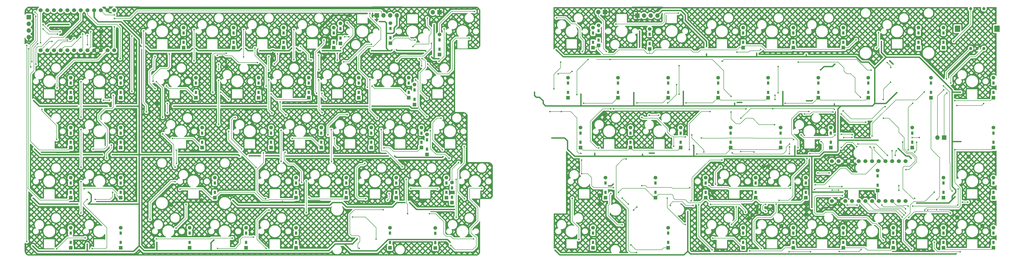
<source format=gbr>
%TF.GenerationSoftware,KiCad,Pcbnew,8.0.8*%
%TF.CreationDate,2025-04-10T14:10:56+09:00*%
%TF.ProjectId,sswkbd_wiring,7373776b-6264-45f7-9769-72696e672e6b,rev?*%
%TF.SameCoordinates,Original*%
%TF.FileFunction,Copper,L1,Top*%
%TF.FilePolarity,Positive*%
%FSLAX46Y46*%
G04 Gerber Fmt 4.6, Leading zero omitted, Abs format (unit mm)*
G04 Created by KiCad (PCBNEW 8.0.8) date 2025-04-10 14:10:56*
%MOMM*%
%LPD*%
G01*
G04 APERTURE LIST*
%TA.AperFunction,ComponentPad*%
%ADD10R,1.700000X1.700000*%
%TD*%
%TA.AperFunction,ComponentPad*%
%ADD11O,1.700000X1.700000*%
%TD*%
%TA.AperFunction,ComponentPad*%
%ADD12R,1.397000X1.397000*%
%TD*%
%TA.AperFunction,SMDPad,CuDef*%
%ADD13R,0.950000X1.300000*%
%TD*%
%TA.AperFunction,ComponentPad*%
%ADD14C,1.397000*%
%TD*%
%TA.AperFunction,ComponentPad*%
%ADD15C,1.524000*%
%TD*%
%TA.AperFunction,ComponentPad*%
%ADD16R,2.000000X2.400000*%
%TD*%
%TA.AperFunction,ComponentPad*%
%ADD17C,1.200000*%
%TD*%
%TA.AperFunction,ViaPad*%
%ADD18C,0.600000*%
%TD*%
%TA.AperFunction,Conductor*%
%ADD19C,0.200000*%
%TD*%
%TA.AperFunction,Conductor*%
%ADD20C,0.500000*%
%TD*%
G04 APERTURE END LIST*
D10*
%TO.P,SW81,1,1*%
%TO.N,GND2*%
X244075000Y-66400000D03*
D11*
%TO.P,SW81,2,2*%
%TO.N,RST_R*%
X241535000Y-66400000D03*
%TD*%
%TO.P,SW80,2,2*%
%TO.N,RST*%
X178735000Y-66500000D03*
D10*
%TO.P,SW80,1,1*%
%TO.N,GND*%
X181275000Y-66500000D03*
%TD*%
%TO.P,J4,1,Pin_1*%
%TO.N,Net-(J4-Pin_1)*%
X372775000Y-114100000D03*
D11*
%TO.P,J4,2,Pin_2*%
%TO.N,Net-(J4-Pin_2)*%
X370235000Y-114100000D03*
%TD*%
D10*
%TO.P,J3,1,Pin_1*%
%TO.N,GND2*%
X256340000Y-67700000D03*
D11*
%TO.P,J3,2,Pin_2*%
%TO.N,SPLIT_R*%
X258880000Y-67700000D03*
%TO.P,J3,3,Pin_3*%
%TO.N,unconnected-(J3-Pin_3-Pad3)*%
X261420000Y-67700000D03*
%TO.P,J3,4,Pin_4*%
%TO.N,VCC2*%
X263960000Y-67700000D03*
%TD*%
%TO.P,J2,4,Pin_4*%
%TO.N,VCC*%
X165110000Y-67693750D03*
%TO.P,J2,3,Pin_3*%
%TO.N,unconnected-(J2-Pin_3-Pad3)*%
X162570000Y-67693750D03*
%TO.P,J2,2,Pin_2*%
%TO.N,SPLIT_L*%
X160030000Y-67693750D03*
D10*
%TO.P,J2,1,Pin_1*%
%TO.N,GND*%
X157490000Y-67693750D03*
%TD*%
%TO.P,J1,1,Pin_1*%
%TO.N,OLED_SDA*%
X25388750Y-68317370D03*
D11*
%TO.P,J1,2,Pin_2*%
%TO.N,OLED_SCL*%
X25388750Y-70857370D03*
%TO.P,J1,3,Pin_3*%
%TO.N,VCC*%
X25388750Y-73397370D03*
%TO.P,J1,4,Pin_4*%
%TO.N,GND*%
X25388750Y-75937370D03*
%TD*%
D12*
%TO.P,D32,1,K*%
%TO.N,row6*%
X391509249Y-98964950D03*
D13*
X391509249Y-96929950D03*
%TO.P,D32,2,A*%
%TO.N,Net-(D32-A)*%
X391509249Y-93379950D03*
D14*
X391509249Y-91344950D03*
%TD*%
D12*
%TO.P,D67,1,K*%
%TO.N,row4*%
X86461999Y-156014950D03*
D13*
X86461999Y-153979950D03*
%TO.P,D67,2,A*%
%TO.N,Net-(D67-A)*%
X86461999Y-150429950D03*
D14*
X86461999Y-148394950D03*
%TD*%
D12*
%TO.P,D50,1,K*%
%TO.N,row3*%
X60274999Y-137014950D03*
D13*
X60274999Y-134979950D03*
%TO.P,D50,2,A*%
%TO.N,Net-(D50-A)*%
X60274999Y-131429950D03*
D14*
X60274999Y-129394950D03*
%TD*%
D12*
%TO.P,D73,1,K*%
%TO.N,row9*%
X268034249Y-156014950D03*
D13*
X268034249Y-153979950D03*
%TO.P,D73,2,A*%
%TO.N,Net-(D73-A)*%
X268034249Y-150429950D03*
D14*
X268034249Y-148394950D03*
%TD*%
D12*
%TO.P,D46,1,K*%
%TO.N,row7*%
X329759249Y-117989950D03*
D13*
X329759249Y-115954950D03*
%TO.P,D46,2,A*%
%TO.N,Net-(D46-A)*%
X329759249Y-112404950D03*
D14*
X329759249Y-110369950D03*
%TD*%
D12*
%TO.P,D38,1,K*%
%TO.N,row2*%
X155361999Y-117989950D03*
D13*
X155361999Y-115954950D03*
%TO.P,D38,2,A*%
%TO.N,Net-(D38-A)*%
X155361999Y-112404950D03*
D14*
X155361999Y-110369950D03*
%TD*%
D12*
%TO.P,D76,1,K*%
%TO.N,row9*%
X334509249Y-156014950D03*
D13*
X334509249Y-153979950D03*
%TO.P,D76,2,A*%
%TO.N,Net-(D76-A)*%
X334509249Y-150429950D03*
D14*
X334509249Y-148394950D03*
%TD*%
D12*
%TO.P,D74,1,K*%
%TO.N,row9*%
X296509249Y-156014950D03*
D13*
X296509249Y-153979950D03*
%TO.P,D74,2,A*%
%TO.N,Net-(D74-A)*%
X296509249Y-150429950D03*
D14*
X296509249Y-148394950D03*
%TD*%
D12*
%TO.P,D52,1,K*%
%TO.N,row3*%
X126861999Y-137014950D03*
D13*
X126861999Y-134979950D03*
%TO.P,D52,2,A*%
%TO.N,Net-(D52-A)*%
X126861999Y-131429950D03*
D14*
X126861999Y-129394950D03*
%TD*%
D12*
%TO.P,D39,1,K*%
%TO.N,row2*%
X174361999Y-117989950D03*
D13*
X174361999Y-115954950D03*
%TO.P,D39,2,A*%
%TO.N,Net-(D39-A)*%
X174361999Y-112404950D03*
D14*
X174361999Y-110369950D03*
%TD*%
D12*
%TO.P,D15,1,K*%
%TO.N,row5*%
X372491000Y-79958000D03*
D13*
X372491000Y-77923000D03*
%TO.P,D15,2,A*%
%TO.N,Net-(D15-A)*%
X372491000Y-74373000D03*
D14*
X372491000Y-72338000D03*
%TD*%
D12*
%TO.P,D44,1,K*%
%TO.N,row7*%
X291759249Y-117989950D03*
D13*
X291759249Y-115954950D03*
%TO.P,D44,2,A*%
%TO.N,Net-(D44-A)*%
X291759249Y-112404950D03*
D14*
X291759249Y-110369950D03*
%TD*%
D12*
%TO.P,D4,1,K*%
%TO.N,row0*%
X141111999Y-79964950D03*
D13*
X141111999Y-77929950D03*
%TO.P,D4,2,A*%
%TO.N,Net-(D4-A)*%
X141111999Y-74379950D03*
D14*
X141111999Y-72344950D03*
%TD*%
D12*
%TO.P,D43,1,K*%
%TO.N,row7*%
X272759249Y-117989950D03*
D13*
X272759249Y-115954950D03*
%TO.P,D43,2,A*%
%TO.N,Net-(D43-A)*%
X272759249Y-112404950D03*
D14*
X272759249Y-110369950D03*
%TD*%
D12*
%TO.P,D41,1,K*%
%TO.N,row7*%
X234759249Y-117989950D03*
D13*
X234759249Y-115954950D03*
%TO.P,D41,2,A*%
%TO.N,Net-(D41-A)*%
X234759249Y-112404950D03*
D14*
X234759249Y-110369950D03*
%TD*%
D12*
%TO.P,D1,1,K*%
%TO.N,row0*%
X84111999Y-79964950D03*
D13*
X84111999Y-77929950D03*
%TO.P,D1,2,A*%
%TO.N,Net-(D1-A)*%
X84111999Y-74379950D03*
D14*
X84111999Y-72344950D03*
%TD*%
D12*
%TO.P,D11,1,K*%
%TO.N,row5*%
X296509249Y-79964950D03*
D13*
X296509249Y-77929950D03*
%TO.P,D11,2,A*%
%TO.N,Net-(D11-A)*%
X296509249Y-74379950D03*
D14*
X296509249Y-72344950D03*
%TD*%
D12*
%TO.P,D51,1,K*%
%TO.N,row3*%
X95961999Y-137014950D03*
D13*
X95961999Y-134979950D03*
%TO.P,D51,2,A*%
%TO.N,Net-(D51-A)*%
X95961999Y-131429950D03*
D14*
X95961999Y-129394950D03*
%TD*%
D12*
%TO.P,D59,1,K*%
%TO.N,row8*%
X282259249Y-137014950D03*
D13*
X282259249Y-134979950D03*
%TO.P,D59,2,A*%
%TO.N,Net-(D59-A)*%
X282259249Y-131429950D03*
D14*
X282259249Y-129394950D03*
%TD*%
D12*
%TO.P,D9,1,K*%
%TO.N,row5*%
X241600000Y-79110000D03*
D13*
X241600000Y-77075000D03*
%TO.P,D9,2,A*%
%TO.N,Net-(D9-A)*%
X241600000Y-73525000D03*
D14*
X241600000Y-71490000D03*
%TD*%
D12*
%TO.P,D3,1,K*%
%TO.N,row0*%
X122111999Y-79964950D03*
D13*
X122111999Y-77929950D03*
%TO.P,D3,2,A*%
%TO.N,Net-(D3-A)*%
X122111999Y-74379950D03*
D14*
X122111999Y-72344950D03*
%TD*%
D12*
%TO.P,D42,1,K*%
%TO.N,row7*%
X253759249Y-117989950D03*
D13*
X253759249Y-115954950D03*
%TO.P,D42,2,A*%
%TO.N,Net-(D42-A)*%
X253759249Y-112404950D03*
D14*
X253759249Y-110369950D03*
%TD*%
D12*
%TO.P,D64,1,K*%
%TO.N,row8*%
X391509249Y-137014950D03*
D13*
X391509249Y-134979950D03*
%TO.P,D64,2,A*%
%TO.N,Net-(D64-A)*%
X391509249Y-131429950D03*
D14*
X391509249Y-129394950D03*
%TD*%
D12*
%TO.P,D23,1,K*%
%TO.N,row1*%
X171795000Y-101590000D03*
D13*
X171795000Y-99555000D03*
%TO.P,D23,2,A*%
%TO.N,Net-(D23-A)*%
X171795000Y-96005000D03*
D14*
X171795000Y-93970000D03*
%TD*%
D12*
%TO.P,D33,1,K*%
%TO.N,row2*%
X41274999Y-117989950D03*
D13*
X41274999Y-115954950D03*
%TO.P,D33,2,A*%
%TO.N,Net-(D33-A)*%
X41274999Y-112404950D03*
D14*
X41274999Y-110369950D03*
%TD*%
D12*
%TO.P,D8,1,K*%
%TO.N,row5*%
X239509249Y-79964950D03*
D13*
X239509249Y-77929950D03*
%TO.P,D8,2,A*%
%TO.N,Net-(D8-A)*%
X239509249Y-74379950D03*
D14*
X239509249Y-72344950D03*
%TD*%
D12*
%TO.P,D45,1,K*%
%TO.N,row7*%
X310759249Y-117989950D03*
D13*
X310759249Y-115954950D03*
%TO.P,D45,2,A*%
%TO.N,Net-(D45-A)*%
X310759249Y-112404950D03*
D14*
X310759249Y-110369950D03*
%TD*%
D12*
%TO.P,D65,1,K*%
%TO.N,row4*%
X41274999Y-156014950D03*
D13*
X41274999Y-153979950D03*
%TO.P,D65,2,A*%
%TO.N,Net-(D65-A)*%
X41274999Y-150429950D03*
D14*
X41274999Y-148394950D03*
%TD*%
D12*
%TO.P,D70,1,K*%
%TO.N,row4*%
X162461999Y-156014950D03*
D13*
X162461999Y-153979950D03*
%TO.P,D70,2,A*%
%TO.N,Net-(D70-A)*%
X162461999Y-150429950D03*
D14*
X162461999Y-148394950D03*
%TD*%
D12*
%TO.P,D24,1,K*%
%TO.N,row6*%
X230009249Y-98964950D03*
D13*
X230009249Y-96929950D03*
%TO.P,D24,2,A*%
%TO.N,Net-(D24-A)*%
X230009249Y-93379950D03*
D14*
X230009249Y-91344950D03*
%TD*%
D12*
%TO.P,D26,1,K*%
%TO.N,row6*%
X268009249Y-98964950D03*
D13*
X268009249Y-96929950D03*
%TO.P,D26,2,A*%
%TO.N,Net-(D26-A)*%
X268009249Y-93379950D03*
D14*
X268009249Y-91344950D03*
%TD*%
D12*
%TO.P,D6,1,K*%
%TO.N,row0*%
X162600000Y-78210000D03*
D13*
X162600000Y-76175000D03*
%TO.P,D6,2,A*%
%TO.N,Net-(D6-A)*%
X162600000Y-72625000D03*
D14*
X162600000Y-70590000D03*
%TD*%
D12*
%TO.P,D14,1,K*%
%TO.N,row5*%
X363034249Y-79964950D03*
D13*
X363034249Y-77929950D03*
%TO.P,D14,2,A*%
%TO.N,Net-(D14-A)*%
X363034249Y-74379950D03*
D14*
X363034249Y-72344950D03*
%TD*%
D12*
%TO.P,D12,1,K*%
%TO.N,row5*%
X315509249Y-79964950D03*
D13*
X315509249Y-77929950D03*
%TO.P,D12,2,A*%
%TO.N,Net-(D12-A)*%
X315509249Y-74379950D03*
D14*
X315509249Y-72344950D03*
%TD*%
D12*
%TO.P,D36,1,K*%
%TO.N,row2*%
X117361999Y-117989950D03*
D13*
X117361999Y-115954950D03*
%TO.P,D36,2,A*%
%TO.N,Net-(D36-A)*%
X117361999Y-112404950D03*
D14*
X117361999Y-110369950D03*
%TD*%
D12*
%TO.P,D29,1,K*%
%TO.N,row6*%
X325009249Y-98964950D03*
D13*
X325009249Y-96929950D03*
%TO.P,D29,2,A*%
%TO.N,Net-(D29-A)*%
X325009249Y-93379950D03*
D14*
X325009249Y-91344950D03*
%TD*%
D12*
%TO.P,D69,1,K*%
%TO.N,row4*%
X126861999Y-156014950D03*
D13*
X126861999Y-153979950D03*
%TO.P,D69,2,A*%
%TO.N,Net-(D69-A)*%
X126861999Y-150429950D03*
D14*
X126861999Y-148394950D03*
%TD*%
D12*
%TO.P,D20,1,K*%
%TO.N,row1*%
X131611999Y-98964950D03*
D13*
X131611999Y-96929950D03*
%TO.P,D20,2,A*%
%TO.N,Net-(D20-A)*%
X131611999Y-93379950D03*
D14*
X131611999Y-91344950D03*
%TD*%
D12*
%TO.P,D47,1,K*%
%TO.N,row7*%
X360659249Y-117989950D03*
D13*
X360659249Y-115954950D03*
%TO.P,D47,2,A*%
%TO.N,Net-(D47-A)*%
X360659249Y-112404950D03*
D14*
X360659249Y-110369950D03*
%TD*%
D12*
%TO.P,D62,1,K*%
%TO.N,row8*%
X347550000Y-134260000D03*
D13*
X347550000Y-132225000D03*
%TO.P,D62,2,A*%
%TO.N,Net-(D62-A)*%
X347550000Y-128675000D03*
D14*
X347550000Y-126640000D03*
%TD*%
D12*
%TO.P,D48,1,K*%
%TO.N,row7*%
X391509249Y-117989950D03*
D13*
X391509249Y-115954950D03*
%TO.P,D48,2,A*%
%TO.N,Net-(D48-A)*%
X391509249Y-112404950D03*
D14*
X391509249Y-110369950D03*
%TD*%
D12*
%TO.P,D22,1,K*%
%TO.N,row1*%
X169611999Y-98964950D03*
D13*
X169611999Y-96929950D03*
%TO.P,D22,2,A*%
%TO.N,Net-(D22-A)*%
X169611999Y-93379950D03*
D14*
X169611999Y-91344950D03*
%TD*%
D12*
%TO.P,D16,1,K*%
%TO.N,row1*%
X41274999Y-98964950D03*
D13*
X41274999Y-96929950D03*
%TO.P,D16,2,A*%
%TO.N,Net-(D16-A)*%
X41274999Y-93379950D03*
D14*
X41274999Y-91344950D03*
%TD*%
D12*
%TO.P,D49,1,K*%
%TO.N,row3*%
X41274999Y-137014950D03*
D13*
X41274999Y-134979950D03*
%TO.P,D49,2,A*%
%TO.N,Net-(D49-A)*%
X41274999Y-131429950D03*
D14*
X41274999Y-129394950D03*
%TD*%
D12*
%TO.P,D25,1,K*%
%TO.N,row6*%
X249009249Y-98964950D03*
D13*
X249009249Y-96929950D03*
%TO.P,D25,2,A*%
%TO.N,Net-(D25-A)*%
X249009249Y-93379950D03*
D14*
X249009249Y-91344950D03*
%TD*%
D12*
%TO.P,D53,1,K*%
%TO.N,row3*%
X145861999Y-137014950D03*
D13*
X145861999Y-134979950D03*
%TO.P,D53,2,A*%
%TO.N,Net-(D53-A)*%
X145861999Y-131429950D03*
D14*
X145861999Y-129394950D03*
%TD*%
D12*
%TO.P,D28,1,K*%
%TO.N,row6*%
X306009249Y-98964950D03*
D13*
X306009249Y-96929950D03*
%TO.P,D28,2,A*%
%TO.N,Net-(D28-A)*%
X306009249Y-93379950D03*
D14*
X306009249Y-91344950D03*
%TD*%
D12*
%TO.P,D7,1,K*%
%TO.N,row0*%
X181255000Y-82565000D03*
D13*
X181255000Y-80530000D03*
%TO.P,D7,2,A*%
%TO.N,Net-(D7-A)*%
X181255000Y-76980000D03*
D14*
X181255000Y-74945000D03*
%TD*%
D12*
%TO.P,D61,1,K*%
%TO.N,row8*%
X320259249Y-137014950D03*
D13*
X320259249Y-134979950D03*
%TO.P,D61,2,A*%
%TO.N,Net-(D61-A)*%
X320259249Y-131429950D03*
D14*
X320259249Y-129394950D03*
%TD*%
D12*
%TO.P,D37,1,K*%
%TO.N,row2*%
X136361999Y-117989950D03*
D13*
X136361999Y-115954950D03*
%TO.P,D37,2,A*%
%TO.N,Net-(D37-A)*%
X136361999Y-112404950D03*
D14*
X136361999Y-110369950D03*
%TD*%
D12*
%TO.P,D77,1,K*%
%TO.N,row9*%
X353509249Y-156014950D03*
D13*
X353509249Y-153979950D03*
%TO.P,D77,2,A*%
%TO.N,Net-(D77-A)*%
X353509249Y-150429950D03*
D14*
X353509249Y-148394950D03*
%TD*%
D15*
%TO.P,U2,1,TX0/D3*%
%TO.N,SPLIT_R*%
X330200000Y-123090000D03*
%TO.P,U2,2,RX1/D2*%
%TO.N,LED_R*%
X332740000Y-123090000D03*
%TO.P,U2,3,GND*%
%TO.N,GND2*%
X335280000Y-123090000D03*
%TO.P,U2,4,GND*%
X337820000Y-123090000D03*
%TO.P,U2,5,2/D1/SDA*%
%TO.N,unconnected-(U2-2{slash}D1{slash}SDA-Pad5)*%
X340360000Y-123090000D03*
%TO.P,U2,6,3/D0/SCL*%
%TO.N,unconnected-(U2-3{slash}D0{slash}SCL-Pad6)*%
X342900000Y-123090000D03*
%TO.P,U2,7,4/D4*%
%TO.N,col_r_8*%
X345440000Y-123090000D03*
%TO.P,U2,8,5/C6*%
%TO.N,col_r_7*%
X347980000Y-123090000D03*
%TO.P,U2,9,6/D7*%
%TO.N,col_r_6*%
X350520000Y-123090000D03*
%TO.P,U2,10,7/E6*%
%TO.N,col_r_5*%
X353060000Y-123090000D03*
%TO.P,U2,11,8/B4*%
%TO.N,col_r_4*%
X355600000Y-123090000D03*
%TO.P,U2,12,9/B5*%
%TO.N,col_r_3*%
X358140000Y-123090000D03*
%TO.P,U2,13,B6/10*%
%TO.N,col_r_2*%
X358140000Y-138310000D03*
%TO.P,U2,14,B2/16*%
%TO.N,col_r_1*%
X355600000Y-138310000D03*
%TO.P,U2,15,B3/14*%
%TO.N,col_r_0*%
X353060000Y-138310000D03*
%TO.P,U2,16,B1/15*%
%TO.N,row9*%
X350520000Y-138310000D03*
%TO.P,U2,17,F7/A0*%
%TO.N,row8*%
X347980000Y-138310000D03*
%TO.P,U2,18,F6/A1*%
%TO.N,row7*%
X345440000Y-138310000D03*
%TO.P,U2,19,F5/A2*%
%TO.N,row6*%
X342900000Y-138310000D03*
%TO.P,U2,20,F4/A3*%
%TO.N,row5*%
X340360000Y-138310000D03*
%TO.P,U2,21,VCC*%
%TO.N,VCC2*%
X337820000Y-138310000D03*
%TO.P,U2,22,RST*%
%TO.N,RST_R*%
X335280000Y-138310000D03*
%TO.P,U2,23,GND*%
%TO.N,GND2*%
X332740000Y-138310000D03*
%TO.P,U2,24,RAW*%
%TO.N,unconnected-(U2-RAW-Pad24)*%
X330200000Y-138310000D03*
%TD*%
D12*
%TO.P,D10,1,K*%
%TO.N,row5*%
X261000000Y-80410000D03*
D13*
X261000000Y-78375000D03*
%TO.P,D10,2,A*%
%TO.N,Net-(D10-A)*%
X261000000Y-74825000D03*
D14*
X261000000Y-72790000D03*
%TD*%
D12*
%TO.P,D57,1,K*%
%TO.N,row8*%
X244259249Y-137014950D03*
D13*
X244259249Y-134979950D03*
%TO.P,D57,2,A*%
%TO.N,Net-(D57-A)*%
X244259249Y-131429950D03*
D14*
X244259249Y-129394950D03*
%TD*%
D12*
%TO.P,D75,1,K*%
%TO.N,row9*%
X315509249Y-156014950D03*
D13*
X315509249Y-153979950D03*
%TO.P,D75,2,A*%
%TO.N,Net-(D75-A)*%
X315509249Y-150429950D03*
D14*
X315509249Y-148394950D03*
%TD*%
D12*
%TO.P,D56,1,K*%
%TO.N,row3*%
X186040000Y-138830000D03*
D13*
X186040000Y-136795000D03*
%TO.P,D56,2,A*%
%TO.N,Net-(D56-A)*%
X186040000Y-133245000D03*
D14*
X186040000Y-131210000D03*
%TD*%
D12*
%TO.P,D60,1,K*%
%TO.N,row8*%
X301259249Y-137014950D03*
D13*
X301259249Y-134979950D03*
%TO.P,D60,2,A*%
%TO.N,Net-(D60-A)*%
X301259249Y-131429950D03*
D14*
X301259249Y-129394950D03*
%TD*%
D12*
%TO.P,D5,1,K*%
%TO.N,row0*%
X143637000Y-78356000D03*
D13*
X143637000Y-76321000D03*
%TO.P,D5,2,A*%
%TO.N,Net-(D5-A)*%
X143637000Y-72771000D03*
D14*
X143637000Y-70736000D03*
%TD*%
D12*
%TO.P,D35,1,K*%
%TO.N,row2*%
X91211999Y-117989950D03*
D13*
X91211999Y-115954950D03*
%TO.P,D35,2,A*%
%TO.N,Net-(D35-A)*%
X91211999Y-112404950D03*
D14*
X91211999Y-110369950D03*
%TD*%
D12*
%TO.P,D21,1,K*%
%TO.N,row1*%
X150611999Y-98964950D03*
D13*
X150611999Y-96929950D03*
%TO.P,D21,2,A*%
%TO.N,Net-(D21-A)*%
X150611999Y-93379950D03*
D14*
X150611999Y-91344950D03*
%TD*%
D12*
%TO.P,D13,1,K*%
%TO.N,row5*%
X334509249Y-79964950D03*
D13*
X334509249Y-77929950D03*
%TO.P,D13,2,A*%
%TO.N,Net-(D13-A)*%
X334509249Y-74379950D03*
D14*
X334509249Y-72344950D03*
%TD*%
D12*
%TO.P,D18,1,K*%
%TO.N,row1*%
X88836999Y-98964950D03*
D13*
X88836999Y-96929950D03*
%TO.P,D18,2,A*%
%TO.N,Net-(D18-A)*%
X88836999Y-93379950D03*
D14*
X88836999Y-91344950D03*
%TD*%
D12*
%TO.P,D27,1,K*%
%TO.N,row6*%
X287009249Y-98964950D03*
D13*
X287009249Y-96929950D03*
%TO.P,D27,2,A*%
%TO.N,Net-(D27-A)*%
X287009249Y-93379950D03*
D14*
X287009249Y-91344950D03*
%TD*%
D12*
%TO.P,D55,1,K*%
%TO.N,row3*%
X183861999Y-137014950D03*
D13*
X183861999Y-134979950D03*
%TO.P,D55,2,A*%
%TO.N,Net-(D55-A)*%
X183861999Y-131429950D03*
D14*
X183861999Y-129394950D03*
%TD*%
D12*
%TO.P,D54,1,K*%
%TO.N,row3*%
X164861999Y-137014950D03*
D13*
X164861999Y-134979950D03*
%TO.P,D54,2,A*%
%TO.N,Net-(D54-A)*%
X164861999Y-131429950D03*
D14*
X164861999Y-129394950D03*
%TD*%
D12*
%TO.P,D2,1,K*%
%TO.N,row0*%
X103111999Y-79964950D03*
D13*
X103111999Y-77929950D03*
%TO.P,D2,2,A*%
%TO.N,Net-(D2-A)*%
X103111999Y-74379950D03*
D14*
X103111999Y-72344950D03*
%TD*%
D12*
%TO.P,D79,1,K*%
%TO.N,row9*%
X391509249Y-156014950D03*
D13*
X391509249Y-153979950D03*
%TO.P,D79,2,A*%
%TO.N,Net-(D79-A)*%
X391509249Y-150429950D03*
D14*
X391509249Y-148394950D03*
%TD*%
D12*
%TO.P,D78,1,K*%
%TO.N,row9*%
X372509249Y-156014950D03*
D13*
X372509249Y-153979950D03*
%TO.P,D78,2,A*%
%TO.N,Net-(D78-A)*%
X372509249Y-150429950D03*
D14*
X372509249Y-148394950D03*
%TD*%
D15*
%TO.P,U1,1,TX0/D3*%
%TO.N,SPLIT_L*%
X57785000Y-80954000D03*
%TO.P,U1,2,RX1/D2*%
%TO.N,LED_L*%
X55245000Y-80954000D03*
%TO.P,U1,3,GND*%
%TO.N,GND*%
X52705000Y-80954000D03*
%TO.P,U1,4,GND*%
X50165000Y-80954000D03*
%TO.P,U1,5,2/D1/SDA*%
%TO.N,OLED_SDA*%
X47625000Y-80954000D03*
%TO.P,U1,6,3/D0/SCL*%
%TO.N,OLED_SCL*%
X45085000Y-80954000D03*
%TO.P,U1,7,4/D4*%
%TO.N,col8*%
X42545000Y-80954000D03*
%TO.P,U1,8,5/C6*%
%TO.N,col7*%
X40005000Y-80954000D03*
%TO.P,U1,9,6/D7*%
%TO.N,col6*%
X37465000Y-80954000D03*
%TO.P,U1,10,7/E6*%
%TO.N,col5*%
X34925000Y-80954000D03*
%TO.P,U1,11,8/B4*%
%TO.N,col4*%
X32385000Y-80954000D03*
%TO.P,U1,12,9/B5*%
%TO.N,col3*%
X29845000Y-80954000D03*
%TO.P,U1,13,B6/10*%
%TO.N,col2*%
X29845000Y-65734000D03*
%TO.P,U1,14,B2/16*%
%TO.N,col1*%
X32385000Y-65734000D03*
%TO.P,U1,15,B3/14*%
%TO.N,col0*%
X34925000Y-65734000D03*
%TO.P,U1,16,B1/15*%
%TO.N,row4*%
X37465000Y-65734000D03*
%TO.P,U1,17,F7/A0*%
%TO.N,row3*%
X40005000Y-65734000D03*
%TO.P,U1,18,F6/A1*%
%TO.N,row2*%
X42545000Y-65734000D03*
%TO.P,U1,19,F5/A2*%
%TO.N,row1*%
X45085000Y-65734000D03*
%TO.P,U1,20,F4/A3*%
%TO.N,row0*%
X47625000Y-65734000D03*
%TO.P,U1,21,VCC*%
%TO.N,VCC*%
X50165000Y-65734000D03*
%TO.P,U1,22,RST*%
%TO.N,RST*%
X52705000Y-65734000D03*
%TO.P,U1,23,GND*%
%TO.N,GND*%
X55245000Y-65734000D03*
%TO.P,U1,24,RAW*%
%TO.N,unconnected-(U1-RAW-Pad24)*%
X57785000Y-65734000D03*
%TD*%
D12*
%TO.P,D34,1,K*%
%TO.N,row2*%
X60274999Y-117989950D03*
D13*
X60274999Y-115954950D03*
%TO.P,D34,2,A*%
%TO.N,Net-(D34-A)*%
X60274999Y-112404950D03*
D14*
X60274999Y-110369950D03*
%TD*%
D12*
%TO.P,D71,1,K*%
%TO.N,row4*%
X179695000Y-156115000D03*
D13*
X179695000Y-154080000D03*
%TO.P,D71,2,A*%
%TO.N,Net-(D71-A)*%
X179695000Y-150530000D03*
D14*
X179695000Y-148495000D03*
%TD*%
D12*
%TO.P,D58,1,K*%
%TO.N,row8*%
X263259249Y-137014950D03*
D13*
X263259249Y-134979950D03*
%TO.P,D58,2,A*%
%TO.N,Net-(D58-A)*%
X263259249Y-131429950D03*
D14*
X263259249Y-129394950D03*
%TD*%
D12*
%TO.P,D31,1,K*%
%TO.N,row6*%
X367784249Y-98964950D03*
D13*
X367784249Y-96929950D03*
%TO.P,D31,2,A*%
%TO.N,Net-(D31-A)*%
X367784249Y-93379950D03*
D14*
X367784249Y-91344950D03*
%TD*%
D12*
%TO.P,D68,1,K*%
%TO.N,row4*%
X107861999Y-156014950D03*
D13*
X107861999Y-153979950D03*
%TO.P,D68,2,A*%
%TO.N,Net-(D68-A)*%
X107861999Y-150429950D03*
D14*
X107861999Y-148394950D03*
%TD*%
D12*
%TO.P,D19,1,K*%
%TO.N,row1*%
X112611999Y-98964950D03*
D13*
X112611999Y-96929950D03*
%TO.P,D19,2,A*%
%TO.N,Net-(D19-A)*%
X112611999Y-93379950D03*
D14*
X112611999Y-91344950D03*
%TD*%
D12*
%TO.P,D17,1,K*%
%TO.N,row1*%
X60274999Y-98964950D03*
D13*
X60274999Y-96929950D03*
%TO.P,D17,2,A*%
%TO.N,Net-(D17-A)*%
X60274999Y-93379950D03*
D14*
X60274999Y-91344950D03*
%TD*%
D12*
%TO.P,D72,1,K*%
%TO.N,row9*%
X239509249Y-156014950D03*
D13*
X239509249Y-153979950D03*
%TO.P,D72,2,A*%
%TO.N,Net-(D72-A)*%
X239509249Y-150429950D03*
D14*
X239509249Y-148394950D03*
%TD*%
D12*
%TO.P,D30,1,K*%
%TO.N,row6*%
X344009249Y-98964950D03*
D13*
X344009249Y-96929950D03*
%TO.P,D30,2,A*%
%TO.N,Net-(D30-A)*%
X344009249Y-93379950D03*
D14*
X344009249Y-91344950D03*
%TD*%
D12*
%TO.P,D63,1,K*%
%TO.N,row8*%
X372509249Y-137014950D03*
D13*
X372509249Y-134979950D03*
%TO.P,D63,2,A*%
%TO.N,Net-(D63-A)*%
X372509249Y-131429950D03*
D14*
X372509249Y-129394950D03*
%TD*%
D12*
%TO.P,D40,1,K*%
%TO.N,row2*%
X176525000Y-120560000D03*
D13*
X176525000Y-118525000D03*
%TO.P,D40,2,A*%
%TO.N,Net-(D40-A)*%
X176525000Y-114975000D03*
D14*
X176525000Y-112940000D03*
%TD*%
D16*
%TO.P,SW15,*%
%TO.N,*%
X392838000Y-72735000D03*
X377838000Y-72735000D03*
D17*
%TO.P,SW15,A,A*%
%TO.N,Net-(J4-Pin_2)*%
X382838000Y-80235000D03*
%TO.P,SW15,B,B*%
%TO.N,Net-(J4-Pin_1)*%
X387838000Y-80235000D03*
%TO.P,SW15,C,C*%
%TO.N,GND2*%
X385338000Y-80235000D03*
%TO.P,SW15,S1,S1*%
%TO.N,Net-(D15-A)*%
X387838000Y-65135000D03*
%TO.P,SW15,S2,S2*%
%TO.N,col_r_0*%
X382838000Y-65135000D03*
%TD*%
D12*
%TO.P,D66,1,K*%
%TO.N,row4*%
X60274999Y-156014950D03*
D13*
X60274999Y-153979950D03*
%TO.P,D66,2,A*%
%TO.N,Net-(D66-A)*%
X60274999Y-150429950D03*
D14*
X60274999Y-148394950D03*
%TD*%
D18*
%TO.N,RST_R*%
X330300000Y-134100000D03*
X332700000Y-134100000D03*
%TO.N,Net-(LED49-DOUT)*%
X334000000Y-132800000D03*
X329300000Y-132800000D03*
%TO.N,GND2*%
X262700000Y-120100000D03*
X260900000Y-120100000D03*
X247200000Y-131800000D03*
X245400000Y-132500000D03*
X311400000Y-80000000D03*
X353400000Y-86200000D03*
X352100000Y-84900000D03*
X322700000Y-100000000D03*
X320500000Y-100200000D03*
X360300000Y-122100000D03*
X355363000Y-118263000D03*
X325900000Y-88400000D03*
X331300000Y-86200000D03*
X329200000Y-87100000D03*
X296000000Y-100800000D03*
X294300000Y-100800000D03*
X235900000Y-155200000D03*
X265800000Y-67100000D03*
X256700000Y-69500000D03*
%TO.N,Net-(J4-Pin_1)*%
X373800000Y-97200000D03*
X375300000Y-93400000D03*
%TO.N,Net-(J4-Pin_2)*%
X373700000Y-91800000D03*
X372600000Y-96000000D03*
%TO.N,RST_R*%
X244600000Y-81400000D03*
X246000000Y-84400000D03*
X291900000Y-98500000D03*
X291900000Y-104400000D03*
X308400000Y-109200000D03*
%TO.N,SPLIT_R*%
X317400000Y-85400000D03*
X341000000Y-98800000D03*
%TO.N,RST*%
X57900000Y-67500000D03*
%TO.N,GND*%
X147200000Y-67600000D03*
X138375000Y-79725000D03*
%TO.N,SPLIT_L*%
X57900000Y-72000000D03*
X57900000Y-68800000D03*
%TO.N,GND*%
X34300000Y-72300000D03*
X39500000Y-72500000D03*
%TO.N,VCC*%
X32600000Y-71700000D03*
X40600000Y-71100000D03*
%TO.N,OLED_SDA*%
X30800000Y-71200000D03*
X37300000Y-73900000D03*
X48900000Y-73900000D03*
%TO.N,OLED_SCL*%
X30800000Y-72800000D03*
X36300000Y-74800000D03*
%TO.N,GND*%
X52800000Y-73900000D03*
%TO.N,col0*%
X28023000Y-68000000D03*
%TO.N,row0*%
X145288000Y-75819000D03*
X60071000Y-84074000D03*
X146900000Y-75819000D03*
X78740000Y-82296000D03*
X171958000Y-77089000D03*
X72517000Y-92710000D03*
%TO.N,Net-(D7-A)*%
X194564000Y-66167000D03*
%TO.N,row5*%
X339344000Y-76962000D03*
X356870000Y-144399000D03*
X375793000Y-134493000D03*
X359283000Y-144526000D03*
X375158000Y-142875000D03*
X372491000Y-94488000D03*
%TO.N,row1*%
X155702000Y-94615000D03*
X28067000Y-86233000D03*
X117348000Y-97536000D03*
X77597000Y-94488000D03*
%TO.N,row6*%
X376809000Y-100076000D03*
X357505000Y-143637000D03*
X312420000Y-101092000D03*
X235966000Y-101092000D03*
X369951000Y-141605000D03*
X274828000Y-100965000D03*
X369951000Y-137795000D03*
X256159000Y-100965000D03*
X366522000Y-141732343D03*
%TO.N,row2*%
X28800000Y-78400000D03*
X79900000Y-114500000D03*
X160200000Y-118000000D03*
X125350000Y-114450000D03*
%TO.N,row7*%
X365379000Y-141732000D03*
X358140000Y-142875000D03*
X333756000Y-117983000D03*
X278892000Y-120396000D03*
X339600000Y-117602000D03*
X376809000Y-118745000D03*
%TO.N,row3*%
X82804000Y-133731000D03*
X180594000Y-133604000D03*
X25273000Y-80391000D03*
X46355000Y-133604000D03*
X170307000Y-133477000D03*
X131699000Y-137033000D03*
%TO.N,row8*%
X249174000Y-135001000D03*
X381762000Y-138684000D03*
X323596000Y-133858000D03*
X379730000Y-138684000D03*
%TO.N,Net-(D56-A)*%
X188468000Y-123698000D03*
%TO.N,row4*%
X24638000Y-153670000D03*
X24638000Y-79100000D03*
%TO.N,col0*%
X68961000Y-73608000D03*
X26193750Y-87337500D03*
X70050000Y-104350000D03*
%TO.N,col2*%
X80962500Y-130943750D03*
X88106250Y-73100000D03*
X76200000Y-112712500D03*
X73818750Y-92893750D03*
X76200000Y-106362500D03*
X88106250Y-84956250D03*
X71437500Y-145181250D03*
X29845000Y-78105000D03*
X80962500Y-125387500D03*
%TO.N,col3*%
X97409000Y-88163000D03*
X106934000Y-73100000D03*
X97409000Y-86250000D03*
X97409000Y-92354000D03*
X101219000Y-111760000D03*
X106934000Y-83464000D03*
X34163000Y-77580000D03*
X97409000Y-109093000D03*
X111633000Y-125451000D03*
%TO.N,col4*%
X130683000Y-130658000D03*
X125984000Y-73100000D03*
X121158000Y-111379000D03*
X130683000Y-142673000D03*
X116430750Y-88445250D03*
X121158000Y-123165000D03*
X117663500Y-104836500D03*
X116459000Y-92227000D03*
X116459000Y-83337000D03*
X40005000Y-77072000D03*
X125984000Y-84480000D03*
%TO.N,col5*%
X135430750Y-88304750D03*
X136702000Y-104698000D03*
X144907000Y-85344000D03*
X135382000Y-82829000D03*
X135382000Y-92227000D03*
X140250000Y-123250000D03*
X42545000Y-76564000D03*
X155448000Y-78648001D03*
X140208000Y-111125000D03*
%TO.N,col6*%
X168656000Y-130023000D03*
X159131000Y-111125000D03*
X154813000Y-92100000D03*
X165100000Y-84836000D03*
X167132000Y-125197000D03*
X169164000Y-143054000D03*
X157607000Y-106680000D03*
X45085000Y-75964000D03*
X178181000Y-78359000D03*
%TO.N,col7*%
X187579000Y-130023000D03*
X47625000Y-78867000D03*
X187579000Y-144451000D03*
X183007000Y-72846000D03*
X184912000Y-122022000D03*
X177800000Y-111506000D03*
X172212000Y-92202000D03*
X47625000Y-75364000D03*
X181102000Y-85115000D03*
X176403000Y-106172000D03*
%TO.N,col_r_7*%
X235204000Y-127889000D03*
X276225000Y-133223000D03*
X231521000Y-89027000D03*
X227457000Y-104267000D03*
X226314000Y-89916000D03*
X235458000Y-81407000D03*
X323850000Y-132080000D03*
X314452000Y-133350000D03*
X247269000Y-133223000D03*
X225679000Y-68580000D03*
X235204000Y-122682000D03*
X234950000Y-120142000D03*
X283499000Y-132300000D03*
X223139000Y-104267000D03*
X258064000Y-132461000D03*
%TO.N,col_r_6*%
X319786000Y-105156000D03*
X346202000Y-117856000D03*
X330581000Y-104394000D03*
X297561000Y-103251000D03*
X333756000Y-105156000D03*
X343027000Y-108331000D03*
X246253000Y-135382000D03*
X250571000Y-147320000D03*
X247269000Y-103251000D03*
%TO.N,col_r_5*%
X274574000Y-113919000D03*
X267716000Y-137160000D03*
X334645000Y-114173000D03*
X270129000Y-117475000D03*
X315595000Y-114935000D03*
X258064000Y-106426000D03*
X264414000Y-105664000D03*
X337800000Y-114173000D03*
X271272000Y-93980000D03*
X280670000Y-114300000D03*
X353060000Y-119126000D03*
X260858000Y-105664000D03*
X267843000Y-100965000D03*
X274574000Y-147193000D03*
%TO.N,col_r_4*%
X284099000Y-139573000D03*
X288544000Y-85090000D03*
X360807000Y-101092000D03*
X345059000Y-88519000D03*
X297434000Y-142494000D03*
X359156000Y-118800000D03*
X276987000Y-113157000D03*
X281559000Y-119634000D03*
%TO.N,col_r_3*%
X331089000Y-103378000D03*
X350393000Y-102362000D03*
X308610000Y-99695000D03*
X305054000Y-142160000D03*
X308610000Y-98044000D03*
X362331000Y-115951000D03*
X334391000Y-104013000D03*
X295656000Y-106807000D03*
X300609000Y-119634000D03*
X307721000Y-103124000D03*
X305078000Y-139573000D03*
X361569000Y-119634000D03*
X295529000Y-119507000D03*
%TO.N,col_r_2*%
X339725000Y-139827000D03*
X314000000Y-120300000D03*
X314071000Y-117700000D03*
X358140000Y-141224000D03*
X349123000Y-139827000D03*
X329184000Y-127635000D03*
X336042000Y-139827000D03*
X324866000Y-127635000D03*
%TO.N,col_r_1*%
X349758000Y-106807000D03*
X347091000Y-80137000D03*
X347853000Y-74295000D03*
X355600000Y-134239000D03*
X355600000Y-132461000D03*
X352552000Y-87503000D03*
X351155000Y-85598000D03*
X358330500Y-126301500D03*
X352425000Y-93091000D03*
X349631000Y-99695000D03*
%TO.N,col_r_0*%
X377952000Y-139827000D03*
X376428000Y-77470000D03*
X378079000Y-133731000D03*
X359156000Y-140208000D03*
X360807000Y-140208000D03*
%TO.N,col_r_8*%
X337900000Y-113030000D03*
X287909000Y-125349000D03*
X256159000Y-140589000D03*
X333756000Y-112903000D03*
X314071000Y-116586000D03*
X286004000Y-131826000D03*
X344678000Y-117729000D03*
X318516000Y-113157000D03*
X292354000Y-120015000D03*
X277495000Y-139954000D03*
X254889000Y-141732000D03*
X331343000Y-113157000D03*
X268859000Y-139954000D03*
%TO.N,col1*%
X45243750Y-106362500D03*
X45243750Y-111125000D03*
X45243750Y-92893750D03*
X45243750Y-125387500D03*
X27800000Y-66400000D03*
X45243750Y-142800000D03*
X26543000Y-85242000D03*
X45243750Y-130943750D03*
%TO.N,LED_L*%
X36150000Y-95300000D03*
%TO.N,GND2*%
X300000000Y-143600000D03*
X337900000Y-110800000D03*
X325882000Y-117221000D03*
X278500000Y-136300000D03*
X306000000Y-125100000D03*
X317627000Y-137922000D03*
X385800000Y-137600000D03*
X325501000Y-142367000D03*
X292400000Y-137700000D03*
X241800000Y-139500000D03*
X343300000Y-134500000D03*
X301700000Y-140400000D03*
X323977000Y-119507000D03*
X387300000Y-147700000D03*
X298600000Y-145000000D03*
X356400000Y-157300000D03*
X320421000Y-141132000D03*
X283000000Y-157400000D03*
X311000000Y-147800000D03*
X327660000Y-120904000D03*
X320421000Y-139065000D03*
X307993543Y-141052357D03*
X280900000Y-155800000D03*
X301600000Y-142500000D03*
X320421000Y-143256000D03*
X382100000Y-121400000D03*
X335280000Y-146558000D03*
X243900000Y-107100000D03*
X285000000Y-135000000D03*
X330835000Y-155829000D03*
X304200000Y-125100000D03*
X243900000Y-105400000D03*
X242000000Y-136100000D03*
X335026000Y-143002000D03*
X377800000Y-144500000D03*
X310200000Y-156400000D03*
X359000000Y-79100000D03*
X334400000Y-111800000D03*
X315087000Y-137922000D03*
X304900000Y-140500000D03*
%TO.N,VCC2*%
X254560000Y-158794000D03*
X255016000Y-97028000D03*
X331089000Y-101346000D03*
X277622000Y-117094000D03*
X376936000Y-136652000D03*
X377317000Y-158369000D03*
X320421000Y-82550000D03*
X293243000Y-101092000D03*
X357886000Y-158400000D03*
X225552000Y-80772000D03*
X348996000Y-77597000D03*
X257200000Y-83439000D03*
X273812000Y-96647000D03*
X217297000Y-96901000D03*
X257200000Y-73700000D03*
X223901000Y-114300000D03*
X354838000Y-97028000D03*
X334300000Y-134874000D03*
X347726000Y-115189000D03*
X378968000Y-96901000D03*
X339090000Y-158400000D03*
X301371000Y-158400000D03*
X301625000Y-82042000D03*
X282575000Y-82423000D03*
X274600000Y-69600000D03*
X311531000Y-96647000D03*
X257200000Y-79800000D03*
X240157000Y-120142000D03*
X320675000Y-158400000D03*
X322580000Y-140716000D03*
X275470000Y-142300000D03*
X362331000Y-139065000D03*
X379095000Y-115697000D03*
X281686000Y-158400000D03*
X225130000Y-157020000D03*
X234950000Y-97663000D03*
X282575000Y-79500000D03*
X258318000Y-120523000D03*
X316103000Y-117348000D03*
X297307000Y-121285000D03*
%TO.N,row9*%
X253873000Y-154940000D03*
X298958000Y-157226000D03*
X284988000Y-152400000D03*
%TO.N,LED_R*%
X363347000Y-114173000D03*
X354700000Y-119100000D03*
X360680000Y-114173000D03*
X354203000Y-120904000D03*
X339979000Y-116586000D03*
X377571000Y-101981000D03*
X387731000Y-101219000D03*
X351282000Y-120904000D03*
%TO.N,GND*%
X151384000Y-122150000D03*
X87800000Y-119500000D03*
X146304000Y-103700000D03*
X163900000Y-138600000D03*
X183900000Y-80100000D03*
X170250000Y-137000000D03*
X129750000Y-138250000D03*
X117750000Y-84500000D03*
X174150000Y-82400000D03*
X103450000Y-119550000D03*
X108458000Y-103350000D03*
X66250000Y-105750000D03*
X98845500Y-83145500D03*
X156210000Y-103700000D03*
X135763000Y-138200000D03*
X150065750Y-120100000D03*
X118000000Y-81600000D03*
X169037000Y-123063000D03*
X169291000Y-82400000D03*
X100300000Y-87200000D03*
X66250000Y-117400000D03*
X79400000Y-139750000D03*
X131950000Y-138200000D03*
X163068000Y-103700000D03*
X166116000Y-123063000D03*
X174879000Y-138550000D03*
X150800000Y-139400000D03*
X154559000Y-122150000D03*
X73850000Y-101150000D03*
X43300000Y-119800000D03*
X77650000Y-86900000D03*
X77650000Y-82150000D03*
X66250000Y-88519000D03*
X35800000Y-119750000D03*
X71700000Y-87300000D03*
X37500000Y-154000000D03*
X66250000Y-103350000D03*
X137350000Y-83800000D03*
X70200000Y-88600000D03*
X177450000Y-84515000D03*
X66250000Y-99568000D03*
X156050000Y-83500000D03*
X66250000Y-135128000D03*
X66250000Y-132588000D03*
X139200000Y-82000000D03*
X158650000Y-82850000D03*
X121650000Y-138400000D03*
X148717000Y-103700000D03*
X75150000Y-103350000D03*
X90850000Y-137950000D03*
X66250000Y-113800000D03*
X112014000Y-103350000D03*
%TO.N,Net-(LED1-DOUT)*%
X36000000Y-114850000D03*
X30400000Y-103400000D03*
%TO.N,VCC*%
X43750000Y-102200000D03*
X115600000Y-102200000D03*
X139350000Y-121150000D03*
X136779000Y-81113450D03*
X107700000Y-80200000D03*
X95650000Y-153050000D03*
X172850000Y-102950000D03*
X105350000Y-121100000D03*
X44450000Y-120700000D03*
X27250000Y-100050000D03*
X113350000Y-139900000D03*
X82296000Y-120650000D03*
X164950000Y-80772000D03*
X44050000Y-139450000D03*
X169950000Y-138850000D03*
X68100000Y-79500000D03*
X46100000Y-102200000D03*
X131550000Y-139900000D03*
X73950000Y-154050000D03*
X163200000Y-80772000D03*
X151700000Y-140550000D03*
X155448000Y-81113450D03*
X67300000Y-102200000D03*
X27600000Y-118450000D03*
X186900000Y-141450000D03*
X126900000Y-80100000D03*
X155700000Y-102200000D03*
X161850000Y-121150000D03*
X125250000Y-80100000D03*
X115316000Y-121100000D03*
X134800000Y-102200000D03*
X114000000Y-157163450D03*
X150100000Y-152700000D03*
X164250000Y-121150000D03*
X176114500Y-81314500D03*
X128524000Y-81113450D03*
X179197000Y-71247000D03*
X181100000Y-84200000D03*
X67300000Y-135800000D03*
X129900000Y-139900000D03*
X46150000Y-120700000D03*
X141400000Y-121150000D03*
X57150000Y-120700000D03*
X106200000Y-80250000D03*
X168056000Y-138893494D03*
X69750000Y-79450000D03*
X55150000Y-102200000D03*
X110363000Y-81113450D03*
X80391000Y-102200000D03*
X47600000Y-154700000D03*
X48000000Y-134900000D03*
X53300000Y-120700000D03*
X154100000Y-102200000D03*
X182650000Y-121400000D03*
X98350000Y-102200000D03*
X158486500Y-69986500D03*
X48000000Y-139450000D03*
X102900000Y-138000000D03*
X122936000Y-121150000D03*
X143764000Y-81113450D03*
X178273500Y-83473500D03*
X113030000Y-81113450D03*
X88800000Y-80250000D03*
X58750000Y-102200000D03*
X121793000Y-102200000D03*
X136700000Y-102200000D03*
X109000000Y-121100000D03*
X113284000Y-121100000D03*
X185300000Y-153900000D03*
X79502000Y-120700000D03*
X26950000Y-155400000D03*
X87500000Y-80250000D03*
X120350000Y-121150000D03*
X27050000Y-137150000D03*
X96550000Y-102200000D03*
%TO.N,Net-(LED4-DOUT)*%
X35950000Y-156500000D03*
X46800000Y-152300000D03*
%TO.N,Net-(LED5-DOUT)*%
X49450000Y-156350000D03*
X50600000Y-137700000D03*
X57250000Y-134950000D03*
X47600000Y-137700000D03*
%TO.N,Net-(LED6-DOUT)*%
X56700000Y-117000000D03*
X54950000Y-121950000D03*
%TO.N,Net-(LED7-DOUT)*%
X49850000Y-118550000D03*
X57500000Y-98100000D03*
%TO.N,Net-(LED8-DOUT)*%
X53721000Y-99949000D03*
X56007000Y-99949000D03*
X64516000Y-75565000D03*
X64516000Y-96520000D03*
%TO.N,Net-(LED10-DIN)*%
X73279000Y-95504000D03*
X73279000Y-83312000D03*
%TO.N,Net-(LED10-DOUT)*%
X77978000Y-104775000D03*
X77978000Y-101219000D03*
%TO.N,Net-(LED11-DOUT)*%
X81407000Y-123952000D03*
X81343500Y-118935500D03*
%TO.N,Net-(LED12-DOUT)*%
X81280000Y-148590000D03*
X85090000Y-139573000D03*
%TO.N,Net-(LED13-DOUT)*%
X73787000Y-152654000D03*
X102616000Y-152400000D03*
%TO.N,Net-(LED14-DOUT)*%
X110617000Y-152019000D03*
X97028000Y-156337000D03*
%TO.N,Net-(LED15-DOUT)*%
X115443000Y-156337000D03*
X116586000Y-141732000D03*
%TO.N,Net-(LED16-DOUT)*%
X115316000Y-137414000D03*
X114427000Y-120015000D03*
%TO.N,Net-(LED17-DOUT)*%
X103759000Y-106553000D03*
X106172000Y-118491000D03*
%TO.N,Net-(LED18-DOUT)*%
X98171000Y-96901000D03*
X100330000Y-82042000D03*
X101219000Y-99695000D03*
X95250000Y-96901000D03*
%TO.N,Net-(LED19-DOUT)*%
X96901000Y-82804000D03*
X112141000Y-85598000D03*
X119761000Y-82296000D03*
X118618000Y-86106000D03*
%TO.N,Net-(LED20-DOUT)*%
X111252000Y-80137000D03*
X115443000Y-94615000D03*
%TO.N,Net-(LED21-DOUT)*%
X120777000Y-100584000D03*
X122936000Y-105537000D03*
%TO.N,Net-(LED22-DOUT)*%
X128905000Y-131191000D03*
X122682000Y-119761000D03*
%TO.N,Net-(LED23-DOUT)*%
X157226000Y-152781000D03*
X148209000Y-144399000D03*
%TO.N,Net-(LED24-DOUT)*%
X162179000Y-135509000D03*
X150749000Y-156337000D03*
X159893000Y-141605000D03*
X161544000Y-137922000D03*
%TO.N,Net-(LED25-DOUT)*%
X152908000Y-123952000D03*
X153289000Y-137414000D03*
%TO.N,Net-(LED26-DOUT)*%
X136652000Y-97282000D03*
X137922000Y-99441000D03*
X134620000Y-97282000D03*
X137414000Y-77089000D03*
%TO.N,Net-(LED26-DIN)*%
X141351000Y-114427000D03*
X142621000Y-118110000D03*
X146177000Y-105410000D03*
X138938000Y-113157000D03*
%TO.N,Net-(LED28-DOUT)*%
X132588000Y-84709000D03*
X128524000Y-79502000D03*
X142494000Y-82042000D03*
X146177000Y-70485000D03*
X143764000Y-80010000D03*
X142494000Y-84709000D03*
%TO.N,Net-(LED29-DOUT)*%
X154813000Y-66929000D03*
X153924000Y-94996000D03*
%TO.N,Net-(LED32-DOUT)*%
X194183000Y-152654000D03*
X177419000Y-143129000D03*
%TO.N,Net-(LED33-DOUT)*%
X197231000Y-133477000D03*
X185547000Y-155194000D03*
%TO.N,Net-(LED34-DOUT)*%
X190627000Y-117602000D03*
X190754000Y-137414000D03*
%TO.N,Net-(LED35-DIN)*%
X181864000Y-106807000D03*
X182372000Y-118745000D03*
%TO.N,Net-(LED35-DOUT)*%
X174625000Y-84074000D03*
X176403000Y-99187000D03*
%TO.N,Net-(LED37-DOUT)*%
X176657000Y-68707000D03*
X176784000Y-86233000D03*
X171196000Y-79502000D03*
X174498000Y-86868000D03*
X192532000Y-76327000D03*
X173609000Y-84201000D03*
%TO.N,Net-(LED42-DOUT)*%
X369062000Y-153924000D03*
X378841000Y-157607000D03*
%TO.N,Net-(LED43-DOUT)*%
X369062000Y-134874000D03*
X360426000Y-156464000D03*
%TO.N,Net-(LED44-DOUT)*%
X361569000Y-137287000D03*
X356997000Y-115824000D03*
%TO.N,Net-(LED45-DOUT)*%
X365252000Y-96774000D03*
X345440000Y-113538000D03*
%TO.N,Net-(LED50-DOUT)*%
X334200000Y-136248000D03*
X349631000Y-153162000D03*
%TO.N,Net-(LED51-DOUT)*%
X332994000Y-157480000D03*
X341249000Y-156718000D03*
%TO.N,Net-(LED52-DOUT)*%
X322072000Y-157607000D03*
X313944000Y-157607000D03*
%TO.N,Net-(LED53-DOUT)*%
X308991000Y-139446000D03*
X303403000Y-156337000D03*
%TO.N,Net-(LED54-DOUT)*%
X320700000Y-122100000D03*
X310134000Y-138049000D03*
X326136000Y-115697000D03*
X321818000Y-120269000D03*
%TO.N,Net-(LED55-DOUT)*%
X309753000Y-97155000D03*
X309753000Y-87122000D03*
%TO.N,Net-(LED55-DIN)*%
X321437000Y-104267000D03*
X317300000Y-118000000D03*
%TO.N,Net-(LED57-DOUT)*%
X294132000Y-81661000D03*
X303149000Y-80645000D03*
%TO.N,Net-(LED61-DOUT)*%
X293878000Y-140462000D03*
X292100000Y-147193000D03*
%TO.N,Net-(LED62-DOUT)*%
X279654000Y-139700000D03*
X284734000Y-156845000D03*
%TO.N,Net-(LED63-DOUT)*%
X288417000Y-122682000D03*
X276733000Y-138176000D03*
%TO.N,Net-(LED64-DOUT)*%
X276098000Y-118745000D03*
X283972000Y-104267000D03*
%TO.N,Net-(LED65-DIN)*%
X272161000Y-86800000D03*
X272161000Y-97663000D03*
%TO.N,Net-(LED65-DOUT)*%
X248200000Y-71000000D03*
X271900000Y-66800000D03*
%TO.N,Net-(LED70-DOUT)*%
X252984000Y-139446000D03*
X250571000Y-137160000D03*
%TO.N,Net-(LED71-DOUT)*%
X256032000Y-157861000D03*
X252095000Y-122301000D03*
%TO.N,Net-(LED72-DOUT)*%
X241681000Y-118110000D03*
X246253000Y-103251000D03*
%TO.N,Net-(LED73-DOUT)*%
X237617000Y-84455000D03*
X233426000Y-97790000D03*
%TO.N,Net-(LED74-DOUT)*%
X227203000Y-85471000D03*
X224663000Y-95631000D03*
%TO.N,Net-(LED77-DOUT)*%
X231648000Y-137287000D03*
X234188000Y-152908000D03*
%TO.N,OLED_SCL*%
X45900000Y-74800000D03*
%TO.N,GND2*%
X245500000Y-134000000D03*
%TD*%
D19*
%TO.N,Net-(LED49-DOUT)*%
X334000000Y-132800000D02*
X329300000Y-132800000D01*
%TO.N,RST_R*%
X330300000Y-134100000D02*
X332700000Y-134100000D01*
D20*
%TO.N,GND2*%
X260900000Y-120100000D02*
X262700000Y-120100000D01*
X246500000Y-132500000D02*
X247200000Y-131800000D01*
X245400000Y-132500000D02*
X246500000Y-132500000D01*
X352100000Y-84900000D02*
X353400000Y-86200000D01*
X322500000Y-100200000D02*
X322700000Y-100000000D01*
X320500000Y-100200000D02*
X322500000Y-100200000D01*
X358900000Y-121200000D02*
X359400000Y-121200000D01*
X359400000Y-121200000D02*
X360300000Y-122100000D01*
X355363000Y-118263000D02*
X358300000Y-121200000D01*
X358300000Y-121200000D02*
X358900000Y-121200000D01*
D19*
%TO.N,Net-(LED44-DOUT)*%
X358800000Y-120300000D02*
X356997000Y-118497000D01*
X360300000Y-120300000D02*
X358800000Y-120300000D01*
X361800000Y-121800000D02*
X360300000Y-120300000D01*
X361800000Y-123100000D02*
X361800000Y-121800000D01*
X359800000Y-125100000D02*
X361800000Y-123100000D01*
X357627000Y-125100000D02*
X359800000Y-125100000D01*
X357124000Y-125603000D02*
X357627000Y-125100000D01*
X361061000Y-137541000D02*
X357124000Y-133604000D01*
X356997000Y-118497000D02*
X356997000Y-115824000D01*
X361569000Y-137287000D02*
X361315000Y-137541000D01*
X357124000Y-133604000D02*
X357124000Y-125603000D01*
X361315000Y-137541000D02*
X361061000Y-137541000D01*
%TO.N,col_r_1*%
X355600000Y-110617000D02*
X351790000Y-106807000D01*
X355600000Y-112141000D02*
X355600000Y-110617000D01*
X357597000Y-114138000D02*
X355600000Y-112141000D01*
X359000000Y-119800000D02*
X357597000Y-118397000D01*
X357597000Y-118397000D02*
X357597000Y-114138000D01*
X362400000Y-121600000D02*
X360600000Y-119800000D01*
X362400000Y-123400000D02*
X362400000Y-121600000D01*
X359498500Y-126301500D02*
X362400000Y-123400000D01*
X358330500Y-126301500D02*
X359498500Y-126301500D01*
X360600000Y-119800000D02*
X359000000Y-119800000D01*
X351790000Y-106807000D02*
X349758000Y-106807000D01*
%TO.N,LED_R*%
X354203000Y-119597000D02*
X354203000Y-120904000D01*
X354700000Y-119100000D02*
X354203000Y-119597000D01*
%TO.N,col_r_4*%
X359156000Y-118800000D02*
X359156000Y-102743000D01*
X359156000Y-102743000D02*
X360807000Y-101092000D01*
D20*
%TO.N,GND2*%
X327200000Y-87100000D02*
X325900000Y-88400000D01*
X329200000Y-87100000D02*
X327200000Y-87100000D01*
X330400000Y-87100000D02*
X329200000Y-87100000D01*
X331300000Y-86200000D02*
X330400000Y-87100000D01*
X294300000Y-100800000D02*
X296000000Y-100800000D01*
D19*
%TO.N,Net-(J4-Pin_1)*%
X372775000Y-98225000D02*
X372775000Y-114100000D01*
X373800000Y-97200000D02*
X372775000Y-98225000D01*
X375300000Y-90800000D02*
X375300000Y-93400000D01*
X384673000Y-83400000D02*
X382700000Y-83400000D01*
X387838000Y-80235000D02*
X384673000Y-83400000D01*
X382700000Y-83400000D02*
X375300000Y-90800000D01*
%TO.N,Net-(J4-Pin_2)*%
X373700000Y-89373000D02*
X382838000Y-80235000D01*
X373700000Y-91800000D02*
X373700000Y-89373000D01*
X370235000Y-98365000D02*
X372600000Y-96000000D01*
X370235000Y-114100000D02*
X370235000Y-98365000D01*
%TO.N,col_r_7*%
X229108000Y-68580000D02*
X225679000Y-68580000D01*
X232918000Y-70866000D02*
X231394000Y-70866000D01*
X234569000Y-75946000D02*
X234569000Y-72517000D01*
X234569000Y-72517000D02*
X232918000Y-70866000D01*
X235800000Y-77177000D02*
X234569000Y-75946000D01*
X231394000Y-70866000D02*
X229108000Y-68580000D01*
X235800000Y-81065000D02*
X235800000Y-77177000D01*
X235458000Y-81407000D02*
X235800000Y-81065000D01*
%TO.N,RST_R*%
X243500000Y-69900000D02*
X241535000Y-67935000D01*
X243500000Y-80300000D02*
X243500000Y-69900000D01*
X244600000Y-81400000D02*
X243500000Y-80300000D01*
X241535000Y-67935000D02*
X241535000Y-66400000D01*
X246000000Y-84400000D02*
X240800000Y-84400000D01*
%TO.N,Net-(LED65-DIN)*%
X272161000Y-97663000D02*
X272161000Y-86800000D01*
%TO.N,RST_R*%
X284800000Y-84400000D02*
X277900000Y-84400000D01*
X289100000Y-95700000D02*
X289100000Y-88700000D01*
X291900000Y-98500000D02*
X289100000Y-95700000D01*
X302500000Y-109200000D02*
X300100000Y-106800000D01*
X308400000Y-109200000D02*
X302500000Y-109200000D01*
X300100000Y-106800000D02*
X297900000Y-106800000D01*
X293600000Y-108700000D02*
X291900000Y-107000000D01*
X291900000Y-107000000D02*
X291900000Y-104400000D01*
X297900000Y-106800000D02*
X297500000Y-106800000D01*
X297500000Y-106800000D02*
X295400000Y-108900000D01*
X295400000Y-108900000D02*
X293800000Y-108900000D01*
X289100000Y-88700000D02*
X284800000Y-84400000D01*
X293800000Y-108900000D02*
X293600000Y-108700000D01*
%TO.N,col_r_2*%
X314071000Y-120229000D02*
X314000000Y-120300000D01*
X314071000Y-117700000D02*
X314071000Y-120229000D01*
%TO.N,Net-(LED55-DIN)*%
X314833000Y-107061000D02*
X317627000Y-104267000D01*
X317627000Y-104267000D02*
X321437000Y-104267000D01*
X314833000Y-112776000D02*
X314833000Y-107061000D01*
X317300000Y-115243000D02*
X314833000Y-112776000D01*
X317300000Y-118000000D02*
X317300000Y-115243000D01*
%TO.N,Net-(LED54-DOUT)*%
X315341000Y-136459000D02*
X313751000Y-138049000D01*
X315341000Y-129159000D02*
X315341000Y-136459000D01*
X320700000Y-122100000D02*
X320700000Y-123800000D01*
X313751000Y-138049000D02*
X310134000Y-138049000D01*
X320700000Y-123800000D02*
X315341000Y-129159000D01*
D20*
%TO.N,VCC2*%
X322580000Y-134874000D02*
X334300000Y-134874000D01*
D19*
%TO.N,Net-(LED50-DOUT)*%
X348615000Y-152146000D02*
X349631000Y-153162000D01*
X346964000Y-146812000D02*
X348615000Y-148463000D01*
X345694000Y-146812000D02*
X346964000Y-146812000D01*
X343535000Y-144653000D02*
X345694000Y-146812000D01*
X332613000Y-144653000D02*
X343535000Y-144653000D01*
X330454000Y-142494000D02*
X332613000Y-144653000D01*
X327024353Y-143256000D02*
X327786353Y-142494000D01*
X327786353Y-142494000D02*
X330454000Y-142494000D01*
X324104000Y-143256000D02*
X327024353Y-143256000D01*
X348615000Y-148463000D02*
X348615000Y-152146000D01*
X323596000Y-136779000D02*
X323596000Y-142748000D01*
X324127000Y-136248000D02*
X323596000Y-136779000D01*
X334200000Y-136248000D02*
X324127000Y-136248000D01*
X323596000Y-142748000D02*
X324104000Y-143256000D01*
D20*
%TO.N,VCC2*%
X265860000Y-65800000D02*
X263960000Y-67700000D01*
X272900000Y-65800000D02*
X265860000Y-65800000D01*
X274600000Y-67500000D02*
X272900000Y-65800000D01*
X274600000Y-69600000D02*
X274600000Y-67500000D01*
D19*
%TO.N,SPLIT_R*%
X332600000Y-85400000D02*
X317400000Y-85400000D01*
X334800000Y-87600000D02*
X332600000Y-85400000D01*
X334800000Y-88800000D02*
X334800000Y-87600000D01*
X335800000Y-89800000D02*
X334800000Y-88800000D01*
X337300000Y-89800000D02*
X335800000Y-89800000D01*
X338700000Y-91200000D02*
X337300000Y-89800000D01*
X338800000Y-91200000D02*
X338700000Y-91200000D01*
X339000000Y-91400000D02*
X338800000Y-91200000D01*
X339000000Y-96800000D02*
X339000000Y-91400000D01*
X341000000Y-98800000D02*
X339000000Y-96800000D01*
D20*
%TO.N,GND2*%
X337900000Y-110800000D02*
X336900000Y-111800000D01*
X336900000Y-111800000D02*
X334400000Y-111800000D01*
D19*
%TO.N,col_r_8*%
X337773000Y-112903000D02*
X333756000Y-112903000D01*
X337900000Y-113030000D02*
X337773000Y-112903000D01*
%TO.N,col_r_5*%
X334645000Y-114173000D02*
X337800000Y-114173000D01*
%TO.N,row7*%
X337949000Y-115951000D02*
X335788000Y-115951000D01*
X339600000Y-117602000D02*
X337949000Y-115951000D01*
X335788000Y-115951000D02*
X333756000Y-117983000D01*
%TO.N,Net-(LED65-DOUT)*%
X266500000Y-70200000D02*
X266500000Y-67300000D01*
X266500000Y-67300000D02*
X267000000Y-66800000D01*
X267000000Y-66800000D02*
X271900000Y-66800000D01*
X248200000Y-71000000D02*
X265700000Y-71000000D01*
X265700000Y-71000000D02*
X266500000Y-70200000D01*
%TO.N,Net-(LED33-DOUT)*%
X192823000Y-133477000D02*
X197231000Y-133477000D01*
X192665750Y-133634250D02*
X192823000Y-133477000D01*
X192665750Y-137547750D02*
X192665750Y-133634250D01*
X195834000Y-140716000D02*
X192665750Y-137547750D01*
X195834000Y-145923000D02*
X195834000Y-140716000D01*
X193167000Y-148590000D02*
X195834000Y-145923000D01*
X195199000Y-152019000D02*
X195072000Y-151892000D01*
X195199000Y-155448000D02*
X195199000Y-152019000D01*
X193802000Y-156845000D02*
X195199000Y-155448000D01*
X195072000Y-151892000D02*
X194691000Y-151892000D01*
X187198000Y-156845000D02*
X193802000Y-156845000D01*
X193167000Y-150368000D02*
X193167000Y-148590000D01*
X185547000Y-155194000D02*
X187198000Y-156845000D01*
X194691000Y-151892000D02*
X193167000Y-150368000D01*
%TO.N,Net-(LED7-DOUT)*%
X57500000Y-102601471D02*
X57500000Y-98100000D01*
X55200000Y-110650000D02*
X52000000Y-107450000D01*
X56951471Y-103150000D02*
X57500000Y-102601471D01*
X52000000Y-105450000D02*
X54300000Y-103150000D01*
X52000000Y-107450000D02*
X52000000Y-105450000D01*
X54300000Y-103150000D02*
X56951471Y-103150000D01*
X55200000Y-117400000D02*
X55200000Y-110650000D01*
X54050000Y-118550000D02*
X55200000Y-117400000D01*
X49850000Y-118550000D02*
X54050000Y-118550000D01*
%TO.N,Net-(LED5-DOUT)*%
X47500000Y-137700000D02*
X47600000Y-137700000D01*
X46250000Y-138950000D02*
X47500000Y-137700000D01*
X46250000Y-139650000D02*
X46250000Y-138950000D01*
X49498000Y-156398000D02*
X54502000Y-156398000D01*
X55000000Y-155900000D02*
X55000000Y-148400000D01*
X55000000Y-148400000D02*
X46250000Y-139650000D01*
X49450000Y-156350000D02*
X49498000Y-156398000D01*
X54502000Y-156398000D02*
X55000000Y-155900000D01*
%TO.N,row9*%
X343672000Y-156972000D02*
X352552199Y-156972000D01*
X342714950Y-156014950D02*
X343672000Y-156972000D01*
X334509249Y-156014950D02*
X342714950Y-156014950D01*
X352552199Y-156972000D02*
X353509249Y-156014950D01*
D20*
%TO.N,VCC2*%
X219200000Y-98800000D02*
X218000000Y-98800000D01*
X218000000Y-98800000D02*
X217297000Y-98097000D01*
X220600000Y-101200000D02*
X220600000Y-100200000D01*
X220600000Y-100200000D02*
X219200000Y-98800000D01*
X217297000Y-98097000D02*
X217297000Y-96901000D01*
X221508000Y-102108000D02*
X220600000Y-101200000D01*
X234950000Y-102108000D02*
X221508000Y-102108000D01*
X229870000Y-115370000D02*
X228800000Y-114300000D01*
X232537000Y-121285000D02*
X229870000Y-118618000D01*
X229870000Y-118618000D02*
X229870000Y-115370000D01*
X228800000Y-114300000D02*
X223901000Y-114300000D01*
X240157000Y-121285000D02*
X232537000Y-121285000D01*
%TO.N,GND2*%
X282900000Y-157300000D02*
X283000000Y-157400000D01*
X280900000Y-155800000D02*
X282400000Y-157300000D01*
X282400000Y-157300000D02*
X282900000Y-157300000D01*
D19*
%TO.N,RST*%
X54471000Y-67500000D02*
X52705000Y-65734000D01*
X57900000Y-67500000D02*
X54471000Y-67500000D01*
%TO.N,SPLIT_L*%
X63800000Y-68800000D02*
X57900000Y-68800000D01*
X159000000Y-66000000D02*
X66600000Y-66000000D01*
X159300000Y-66300000D02*
X159000000Y-66000000D01*
X66600000Y-66000000D02*
X63800000Y-68800000D01*
X159300000Y-66963750D02*
X159300000Y-66300000D01*
X160030000Y-67693750D02*
X159300000Y-66963750D01*
D20*
%TO.N,GND*%
X136200000Y-72500000D02*
X141100000Y-67600000D01*
X141100000Y-67600000D02*
X147200000Y-67600000D01*
X136200000Y-75000000D02*
X136200000Y-72500000D01*
X137100000Y-75900000D02*
X136200000Y-75000000D01*
X139400000Y-77000000D02*
X138300000Y-75900000D01*
X139400000Y-78700000D02*
X139400000Y-77000000D01*
X138375000Y-79725000D02*
X139400000Y-78700000D01*
X138300000Y-75900000D02*
X137100000Y-75900000D01*
D19*
%TO.N,Net-(LED28-DOUT)*%
X145000000Y-78990000D02*
X143980000Y-80010000D01*
X145000000Y-78600000D02*
X145000000Y-78990000D01*
X148400000Y-75200000D02*
X145000000Y-78600000D01*
X148400000Y-72708000D02*
X148400000Y-75200000D01*
X143980000Y-80010000D02*
X143764000Y-80010000D01*
X146177000Y-70485000D02*
X148400000Y-72708000D01*
%TO.N,row0*%
X146900000Y-75819000D02*
X145288000Y-75819000D01*
%TO.N,SPLIT_L*%
X57785000Y-72615000D02*
X57785000Y-80954000D01*
X57900000Y-72500000D02*
X57785000Y-72615000D01*
X57900000Y-72000000D02*
X57900000Y-72500000D01*
D20*
%TO.N,VCC*%
X165110000Y-71390000D02*
X165110000Y-67693750D01*
X164100000Y-72400000D02*
X165110000Y-71390000D01*
X161100000Y-74500000D02*
X163600000Y-74500000D01*
X163600000Y-74500000D02*
X164100000Y-74000000D01*
X164100000Y-74000000D02*
X164100000Y-72400000D01*
X161100000Y-74500000D02*
X161100000Y-80213450D01*
X161100000Y-70549000D02*
X161100000Y-74500000D01*
X161100000Y-80213450D02*
X162000000Y-81113450D01*
X160537500Y-69986500D02*
X161100000Y-70549000D01*
X158486500Y-69986500D02*
X160537500Y-69986500D01*
D19*
%TO.N,Net-(LED29-DOUT)*%
X154813000Y-68313000D02*
X154813000Y-66929000D01*
X159004000Y-76708000D02*
X159004000Y-72504000D01*
X156210000Y-79502000D02*
X159004000Y-76708000D01*
X159004000Y-72504000D02*
X154813000Y-68313000D01*
X150622000Y-82804000D02*
X153924000Y-79502000D01*
X153924000Y-79502000D02*
X156210000Y-79502000D01*
%TO.N,row0*%
X169545000Y-76327000D02*
X170307000Y-77089000D01*
X164483000Y-76327000D02*
X169545000Y-76327000D01*
X170307000Y-77089000D02*
X171958000Y-77089000D01*
X162600000Y-78210000D02*
X164483000Y-76327000D01*
D20*
%TO.N,VCC*%
X163200000Y-80772000D02*
X162858550Y-81113450D01*
X162858550Y-81113450D02*
X155448000Y-81113450D01*
%TO.N,GND*%
X39300000Y-72300000D02*
X34300000Y-72300000D01*
X39500000Y-72500000D02*
X39300000Y-72300000D01*
%TO.N,VCC*%
X32600000Y-71700000D02*
X33200000Y-71100000D01*
X33200000Y-71100000D02*
X40600000Y-71100000D01*
D19*
%TO.N,OLED_SDA*%
X33500000Y-73900000D02*
X30800000Y-71200000D01*
X48900000Y-79679000D02*
X48900000Y-73900000D01*
X37300000Y-73900000D02*
X33500000Y-73900000D01*
X47625000Y-80954000D02*
X48900000Y-79679000D01*
%TO.N,OLED_SCL*%
X32800000Y-74800000D02*
X30800000Y-72800000D01*
X36300000Y-74800000D02*
X32800000Y-74800000D01*
D20*
%TO.N,GND*%
X52800000Y-73900000D02*
X52705000Y-73995000D01*
X52705000Y-73995000D02*
X52705000Y-80954000D01*
D19*
%TO.N,col0*%
X25908000Y-87101750D02*
X26193750Y-87387500D01*
X25908000Y-79192000D02*
X25908000Y-87101750D01*
X28023000Y-77077000D02*
X25908000Y-79192000D01*
X28023000Y-68000000D02*
X28023000Y-77077000D01*
%TO.N,col1*%
X28700000Y-77400000D02*
X26543000Y-79557000D01*
X26543000Y-79557000D02*
X26543000Y-85242000D01*
X27800000Y-66400000D02*
X28700000Y-67300000D01*
X28700000Y-67300000D02*
X28700000Y-77400000D01*
%TO.N,row1*%
X33655000Y-76073000D02*
X38527000Y-76073000D01*
X30226000Y-79502000D02*
X33655000Y-76073000D01*
X28829000Y-79502000D02*
X30226000Y-79502000D01*
X28067000Y-80264000D02*
X28829000Y-79502000D01*
X38527000Y-76073000D02*
X45085000Y-69515000D01*
X28067000Y-86233000D02*
X28067000Y-80264000D01*
X45085000Y-69515000D02*
X45085000Y-65734000D01*
%TO.N,row4*%
X24638000Y-79100000D02*
X24638000Y-153670000D01*
%TO.N,row2*%
X41268050Y-117989950D02*
X41274999Y-117989950D01*
X27305000Y-88646000D02*
X26035000Y-89916000D01*
X26035000Y-89916000D02*
X26035000Y-115570000D01*
X27305000Y-79895000D02*
X27305000Y-88646000D01*
X40386000Y-118872000D02*
X41268050Y-117989950D01*
X26035000Y-115570000D02*
X29337000Y-118872000D01*
X28800000Y-78400000D02*
X27305000Y-79895000D01*
X29337000Y-118872000D02*
X40386000Y-118872000D01*
%TO.N,row0*%
X60071000Y-84074000D02*
X60071000Y-72390000D01*
X78158045Y-87884000D02*
X75311000Y-87884000D01*
X75311000Y-87884000D02*
X72517000Y-90678000D01*
X78780750Y-82336750D02*
X78780750Y-87261295D01*
X47625000Y-67310000D02*
X47625000Y-65734000D01*
X58801000Y-71120000D02*
X51435000Y-71120000D01*
X78780750Y-87261295D02*
X78158045Y-87884000D01*
X78740000Y-82296000D02*
X78780750Y-82336750D01*
X60071000Y-72390000D02*
X58801000Y-71120000D01*
X72517000Y-90678000D02*
X72517000Y-92710000D01*
X51435000Y-71120000D02*
X47625000Y-67310000D01*
%TO.N,Net-(D7-A)*%
X194564000Y-66167000D02*
X185928000Y-66167000D01*
X181255000Y-70840000D02*
X181255000Y-74945000D01*
X185928000Y-66167000D02*
X181255000Y-70840000D01*
%TO.N,row5*%
X280438000Y-80772000D02*
X294172471Y-80772000D01*
X240745050Y-79964950D02*
X241600000Y-79110000D01*
X294172471Y-80772000D02*
X294979521Y-79964950D01*
X344163000Y-142113000D02*
X340360000Y-138310000D01*
X356870000Y-144399000D02*
X354584000Y-142113000D01*
X339344000Y-76962000D02*
X336341050Y-79964950D01*
X303403000Y-79248000D02*
X297226199Y-79248000D01*
X277438000Y-81610000D02*
X279600000Y-81610000D01*
X258700000Y-80772000D02*
X260000000Y-82072000D01*
X375031000Y-123952000D02*
X374904000Y-123825000D01*
X247500000Y-82600000D02*
X249328000Y-80772000D01*
X241600000Y-80700000D02*
X243500000Y-82600000D01*
X294979521Y-79964950D02*
X296509249Y-79964950D01*
X314702199Y-80772000D02*
X304927000Y-80772000D01*
X279600000Y-81610000D02*
X280438000Y-80772000D01*
X249328000Y-80772000D02*
X258700000Y-80772000D01*
X261000000Y-82200000D02*
X261872000Y-82200000D01*
X260000000Y-82200000D02*
X261000000Y-82200000D01*
X375031000Y-133731000D02*
X375031000Y-123952000D01*
X261000000Y-80410000D02*
X261000000Y-82200000D01*
X297226199Y-79248000D02*
X296509249Y-79964950D01*
X374615343Y-142332343D02*
X361476657Y-142332343D01*
X334509249Y-79964950D02*
X333829199Y-80645000D01*
X276600000Y-80772000D02*
X277438000Y-81610000D01*
X263300000Y-80772000D02*
X276600000Y-80772000D01*
X336341050Y-79964950D02*
X334509249Y-79964950D01*
X375158000Y-142875000D02*
X374615343Y-142332343D01*
X354584000Y-142113000D02*
X344163000Y-142113000D01*
X315509249Y-79964950D02*
X314702199Y-80772000D01*
X374904000Y-123825000D02*
X374904000Y-96901000D01*
X316189299Y-80645000D02*
X315509249Y-79964950D01*
X375793000Y-134493000D02*
X375031000Y-133731000D01*
X261872000Y-82200000D02*
X263300000Y-80772000D01*
X239509249Y-79964950D02*
X240745050Y-79964950D01*
X260000000Y-82072000D02*
X260000000Y-82200000D01*
X243500000Y-82600000D02*
X247500000Y-82600000D01*
X304927000Y-80772000D02*
X303403000Y-79248000D01*
X361476657Y-142332343D02*
X359283000Y-144526000D01*
X374904000Y-96901000D02*
X372491000Y-94488000D01*
X333829199Y-80645000D02*
X316189299Y-80645000D01*
X241600000Y-79110000D02*
X241600000Y-80700000D01*
%TO.N,row1*%
X78613000Y-95504000D02*
X85376049Y-95504000D01*
X77597000Y-94488000D02*
X78613000Y-95504000D01*
X130881949Y-99695000D02*
X131611999Y-98964950D01*
X166151049Y-95504000D02*
X169611999Y-98964950D01*
X117348000Y-97536000D02*
X119507000Y-99695000D01*
X119507000Y-99695000D02*
X130881949Y-99695000D01*
X85376049Y-95504000D02*
X88836999Y-98964950D01*
X155702000Y-94615000D02*
X156591000Y-95504000D01*
X156591000Y-95504000D02*
X166151049Y-95504000D01*
%TO.N,row6*%
X276098000Y-100965000D02*
X274828000Y-100965000D01*
X322882199Y-101092000D02*
X316611000Y-101092000D01*
X249009249Y-98964950D02*
X246882199Y-101092000D01*
X366649343Y-141605000D02*
X369951000Y-141605000D01*
X306009249Y-98964950D02*
X305025199Y-99949000D01*
X325009249Y-98964950D02*
X322882199Y-101092000D01*
X367784249Y-118483249D02*
X371094000Y-121793000D01*
X391509249Y-98964950D02*
X390398199Y-100076000D01*
X366522000Y-141732343D02*
X366649343Y-141605000D01*
X285009199Y-100965000D02*
X276098000Y-100965000D01*
X371094000Y-131191000D02*
X371094000Y-136652000D01*
X355473000Y-141605000D02*
X346195000Y-141605000D01*
X287009249Y-98964950D02*
X285009199Y-100965000D01*
X325993299Y-99949000D02*
X325009249Y-98964950D01*
X346195000Y-141605000D02*
X342900000Y-138310000D01*
X371094000Y-121793000D02*
X371094000Y-131191000D01*
X344009249Y-98964950D02*
X343025199Y-99949000D01*
X390398199Y-100076000D02*
X376809000Y-100076000D01*
X367784249Y-98964950D02*
X367784249Y-118483249D01*
X305025199Y-99949000D02*
X287993299Y-99949000D01*
X266009199Y-100965000D02*
X256159000Y-100965000D01*
X343025199Y-99949000D02*
X325993299Y-99949000D01*
X287993299Y-99949000D02*
X287009249Y-98964950D01*
X246882199Y-101092000D02*
X235966000Y-101092000D01*
X371094000Y-136652000D02*
X369951000Y-137795000D01*
X357505000Y-143637000D02*
X355473000Y-141605000D01*
X268009249Y-98964950D02*
X266009199Y-100965000D01*
X316611000Y-101092000D02*
X312420000Y-101092000D01*
%TO.N,row2*%
X79900000Y-114500000D02*
X87722049Y-114500000D01*
X132772049Y-114400000D02*
X136361999Y-117989950D01*
X172951949Y-119400000D02*
X174361999Y-117989950D01*
X125350000Y-114450000D02*
X125400000Y-114400000D01*
X125400000Y-114400000D02*
X132772049Y-114400000D01*
X87722049Y-114500000D02*
X91211999Y-117989950D01*
X160200000Y-118000000D02*
X162300000Y-118000000D01*
X162300000Y-118000000D02*
X163700000Y-119400000D01*
X163700000Y-119400000D02*
X172951949Y-119400000D01*
%TO.N,row7*%
X291759249Y-118577751D02*
X290576000Y-119761000D01*
X310004199Y-118745000D02*
X292514299Y-118745000D01*
X254768299Y-118999000D02*
X253759249Y-117989950D01*
X358140000Y-142875000D02*
X356362000Y-141097000D01*
X290576000Y-119761000D02*
X289941000Y-120396000D01*
X272759249Y-117989950D02*
X271750199Y-118999000D01*
X356362000Y-141097000D02*
X348227000Y-141097000D01*
X376809000Y-118745000D02*
X376809000Y-131318000D01*
X235768299Y-118999000D02*
X234759249Y-117989950D01*
X289941000Y-120396000D02*
X278892000Y-120396000D01*
X376809000Y-131318000D02*
X378841000Y-133350000D01*
X292514299Y-118745000D02*
X291759249Y-117989950D01*
X310759249Y-117989950D02*
X310004199Y-118745000D01*
X291759249Y-117989950D02*
X291759249Y-118577751D01*
X378206000Y-140843000D02*
X369697000Y-140843000D01*
X369697000Y-140843000D02*
X366268000Y-140843000D01*
X366268000Y-140843000D02*
X365379000Y-141732000D01*
X390754199Y-118745000D02*
X376809000Y-118745000D01*
X348227000Y-141097000D02*
X345440000Y-138310000D01*
X378841000Y-133350000D02*
X378841000Y-140208000D01*
X253759249Y-117989950D02*
X252750199Y-118999000D01*
X378841000Y-140208000D02*
X378206000Y-140843000D01*
X252750199Y-118999000D02*
X235768299Y-118999000D01*
X271750199Y-118999000D02*
X254768299Y-118999000D01*
X391509249Y-117989950D02*
X390754199Y-118745000D01*
%TO.N,row3*%
X145335949Y-137541000D02*
X132207000Y-137541000D01*
X29591000Y-137922000D02*
X25038000Y-133369000D01*
X114046000Y-138049000D02*
X110976950Y-134979950D01*
X145861999Y-137014950D02*
X145335949Y-137541000D01*
X82931000Y-133604000D02*
X82804000Y-133731000D01*
X95961999Y-137014950D02*
X94723950Y-137014950D01*
X116332000Y-138049000D02*
X114046000Y-138049000D01*
X59671950Y-137014950D02*
X58801000Y-136144000D01*
X25238000Y-133023000D02*
X25238000Y-80426000D01*
X30607000Y-137922000D02*
X29591000Y-137922000D01*
X116586000Y-137795000D02*
X116332000Y-138049000D01*
X58801000Y-136144000D02*
X58801000Y-135255000D01*
X46482000Y-133477000D02*
X46355000Y-133604000D01*
X97996999Y-134979950D02*
X95961999Y-137014950D01*
X91313000Y-133604000D02*
X82931000Y-133604000D01*
X126861999Y-137014950D02*
X126081949Y-137795000D01*
X110976950Y-134979950D02*
X97996999Y-134979950D01*
X25238000Y-80426000D02*
X25273000Y-80391000D01*
X180594000Y-133604000D02*
X180467000Y-133477000D01*
X40367949Y-137922000D02*
X30607000Y-137922000D01*
X126081949Y-137795000D02*
X116586000Y-137795000D01*
X58801000Y-135255000D02*
X57023000Y-133477000D01*
X180467000Y-133477000D02*
X170307000Y-133477000D01*
X57023000Y-133477000D02*
X46482000Y-133477000D01*
X60274999Y-137014950D02*
X59671950Y-137014950D01*
X25038000Y-133223000D02*
X25238000Y-133023000D01*
X132207000Y-137541000D02*
X131699000Y-137033000D01*
X94723950Y-137014950D02*
X91313000Y-133604000D01*
X41274999Y-137014950D02*
X40367949Y-137922000D01*
X25038000Y-133369000D02*
X25038000Y-133223000D01*
%TO.N,row8*%
X270002000Y-137033000D02*
X270002000Y-136271000D01*
X269494000Y-135763000D02*
X264511199Y-135763000D01*
X299717199Y-138557000D02*
X283801299Y-138557000D01*
X346767000Y-133477000D02*
X347550000Y-134260000D01*
X263259249Y-137014950D02*
X262744950Y-137014950D01*
X303055299Y-138811000D02*
X301259249Y-137014950D01*
X320259249Y-137014950D02*
X318463199Y-138811000D01*
X323977000Y-133477000D02*
X346767000Y-133477000D01*
X282259249Y-137014950D02*
X280336199Y-138938000D01*
X274574000Y-137795000D02*
X270764000Y-137795000D01*
X270764000Y-137795000D02*
X270002000Y-137033000D01*
X283801299Y-138557000D02*
X282259249Y-137014950D01*
X323596000Y-133858000D02*
X323977000Y-133477000D01*
X347550000Y-134260000D02*
X347550000Y-137880000D01*
X280336199Y-138938000D02*
X275717000Y-138938000D01*
X250698000Y-133477000D02*
X249174000Y-135001000D01*
X381762000Y-138684000D02*
X379730000Y-138684000D01*
X264511199Y-135763000D02*
X263259249Y-137014950D01*
X259207000Y-133477000D02*
X250698000Y-133477000D01*
X275717000Y-138938000D02*
X274574000Y-137795000D01*
X262744950Y-137014950D02*
X259207000Y-133477000D01*
X270002000Y-136271000D02*
X269494000Y-135763000D01*
X301259249Y-137014950D02*
X299717199Y-138557000D01*
X347550000Y-137880000D02*
X347980000Y-138310000D01*
X318463199Y-138811000D02*
X303055299Y-138811000D01*
%TO.N,Net-(D56-A)*%
X188468000Y-123698000D02*
X186040000Y-126126000D01*
X186040000Y-126126000D02*
X186040000Y-131210000D01*
%TO.N,col0*%
X70050000Y-104350000D02*
X70050000Y-101889000D01*
X68961000Y-100800000D02*
X68961000Y-73608000D01*
X70050000Y-101889000D02*
X68961000Y-100800000D01*
%TO.N,col2*%
X88106250Y-85006250D02*
X88106250Y-73100000D01*
X29845000Y-78105000D02*
X29845000Y-65734000D01*
X71437500Y-145181250D02*
X71437500Y-138831250D01*
X80391000Y-118046500D02*
X80391000Y-116903500D01*
X76200000Y-95275000D02*
X73818750Y-92893750D01*
X76200000Y-106387500D02*
X76200000Y-95275000D01*
X80232250Y-116744750D02*
X76200000Y-112712500D01*
X80391000Y-116903500D02*
X80232250Y-116744750D01*
X80391000Y-124816000D02*
X80391000Y-118046500D01*
X71437500Y-138881250D02*
X79375000Y-130943750D01*
X79375000Y-130943750D02*
X80962500Y-130943750D01*
X80962500Y-125387500D02*
X80391000Y-124816000D01*
%TO.N,col3*%
X101219000Y-115062000D02*
X101219000Y-111760000D01*
X97409000Y-109118000D02*
X97409000Y-92354000D01*
X106934000Y-83514000D02*
X106934000Y-73100000D01*
X111633000Y-125451000D02*
X101981000Y-115799000D01*
X34163000Y-77580000D02*
X33219000Y-77580000D01*
X101981000Y-115824000D02*
X101219000Y-115062000D01*
X97409000Y-88163000D02*
X97409000Y-86250000D01*
X33219000Y-77580000D02*
X29845000Y-80954000D01*
%TO.N,col4*%
X40005000Y-77072000D02*
X36662529Y-77072000D01*
X116459000Y-103657000D02*
X116459000Y-92227000D01*
X130683000Y-142673000D02*
X130683000Y-130608000D01*
X116430750Y-83365250D02*
X116459000Y-83337000D01*
X36662529Y-77072000D02*
X32780529Y-80954000D01*
X116459000Y-103657000D02*
X116484000Y-103657000D01*
X125984000Y-84530000D02*
X125984000Y-73100000D01*
X32780529Y-80954000D02*
X32385000Y-80954000D01*
X116484000Y-103657000D02*
X117663500Y-104836500D01*
X121158000Y-123165000D02*
X121158000Y-111354000D01*
X116430750Y-88445250D02*
X116430750Y-83365250D01*
%TO.N,col5*%
X34997000Y-80954000D02*
X34925000Y-80954000D01*
X38279000Y-77672000D02*
X34997000Y-80954000D01*
X41437000Y-77672000D02*
X38279000Y-77672000D01*
X42545000Y-76564000D02*
X41437000Y-77672000D01*
X140250000Y-123250000D02*
X140208000Y-123208000D01*
X153451235Y-78648001D02*
X146755236Y-85344000D01*
X135382000Y-82829000D02*
X135430750Y-82877750D01*
X135509000Y-92354000D02*
X135382000Y-92227000D01*
X135509000Y-103530000D02*
X135509000Y-92354000D01*
X135534000Y-103530000D02*
X136702000Y-104698000D01*
X135509000Y-103530000D02*
X135534000Y-103530000D01*
X155448000Y-78648001D02*
X153451235Y-78648001D01*
X140208000Y-123208000D02*
X140208000Y-111100000D01*
X135430750Y-88304750D02*
X135430750Y-82877750D01*
X146755236Y-85344000D02*
X144907000Y-85344000D01*
%TO.N,col6*%
X169164000Y-139548000D02*
X168656000Y-139040000D01*
X166751000Y-83185000D02*
X165100000Y-84836000D01*
X159131000Y-119126000D02*
X159131000Y-111125000D01*
X157607000Y-106680000D02*
X154813000Y-103886000D01*
X159258000Y-119253000D02*
X159131000Y-119126000D01*
X159258000Y-119253000D02*
X161163000Y-119253000D01*
X178181000Y-80137000D02*
X175133000Y-83185000D01*
X154813000Y-103911000D02*
X154813000Y-92100000D01*
X41547000Y-79502000D02*
X38917000Y-79502000D01*
X38917000Y-79502000D02*
X37465000Y-80954000D01*
X45085000Y-75964000D02*
X41547000Y-79502000D01*
X168656000Y-139040000D02*
X168656000Y-130023000D01*
X175133000Y-83185000D02*
X166751000Y-83185000D01*
X169164000Y-143054000D02*
X169164000Y-139498000D01*
X178181000Y-80137000D02*
X178181000Y-78359000D01*
X161163000Y-119228000D02*
X167132000Y-125197000D01*
%TO.N,col7*%
X173101000Y-102352471D02*
X173101000Y-93091000D01*
X181102000Y-85115000D02*
X183007000Y-83210000D01*
X179959000Y-120523000D02*
X183388000Y-120523000D01*
X183388000Y-120523000D02*
X184912000Y-122047000D01*
X177800000Y-118364000D02*
X179959000Y-120523000D01*
X183007000Y-83260000D02*
X183007000Y-72846000D01*
X47625000Y-75364000D02*
X47625000Y-78867000D01*
X173101000Y-93091000D02*
X172212000Y-92202000D01*
X173482000Y-102733471D02*
X173101000Y-102352471D01*
X176403000Y-106172000D02*
X173482000Y-103251000D01*
X177800000Y-111506000D02*
X177800000Y-118364000D01*
X173482000Y-103276000D02*
X173482000Y-102733471D01*
X187579000Y-144451000D02*
X187579000Y-129973000D01*
%TO.N,col_r_7*%
X237490000Y-127889000D02*
X235204000Y-127889000D01*
X230759000Y-89662000D02*
X231394000Y-89027000D01*
X333502000Y-125857000D02*
X335534000Y-125857000D01*
X274828000Y-133477000D02*
X275971000Y-133477000D01*
X291084000Y-133477000D02*
X314325000Y-133477000D01*
X237744000Y-128143000D02*
X237490000Y-127889000D01*
X239014000Y-132461000D02*
X239014000Y-131826000D01*
X343054000Y-128016000D02*
X347980000Y-123090000D01*
X231013000Y-104267000D02*
X223139000Y-104267000D01*
X234950000Y-120142000D02*
X234188000Y-120142000D01*
X290830000Y-133223000D02*
X291084000Y-133477000D01*
X226568000Y-89662000D02*
X230759000Y-89662000D01*
X234188000Y-120142000D02*
X233426000Y-119380000D01*
X245618000Y-133223000D02*
X247269000Y-133223000D01*
X260096000Y-133096000D02*
X269240000Y-133096000D01*
X231394000Y-89027000D02*
X231521000Y-89027000D01*
X335534000Y-125857000D02*
X337693000Y-128016000D01*
X239014000Y-131826000D02*
X239014000Y-129413000D01*
X284422000Y-133223000D02*
X290830000Y-133223000D01*
X314325000Y-133477000D02*
X314452000Y-133350000D01*
X239776000Y-133223000D02*
X245618000Y-133223000D01*
X233426000Y-106680000D02*
X231013000Y-104267000D01*
X239014000Y-132461000D02*
X239776000Y-133223000D01*
X269240000Y-133096000D02*
X269621000Y-133477000D01*
X269621000Y-133477000D02*
X274828000Y-133477000D01*
X239014000Y-129413000D02*
X237744000Y-128143000D01*
X259461000Y-132461000D02*
X260096000Y-133096000D01*
X233426000Y-119380000D02*
X233426000Y-106680000D01*
X226314000Y-89916000D02*
X226568000Y-89662000D01*
X327279000Y-132080000D02*
X333502000Y-125857000D01*
X235204000Y-127889000D02*
X235204000Y-122682000D01*
X283499000Y-132300000D02*
X284422000Y-133223000D01*
X337693000Y-128016000D02*
X343054000Y-128016000D01*
X323850000Y-132080000D02*
X327279000Y-132080000D01*
X258064000Y-132461000D02*
X259461000Y-132461000D01*
X275971000Y-133477000D02*
X276225000Y-133223000D01*
%TO.N,col_r_6*%
X322707000Y-104394000D02*
X330581000Y-104394000D01*
X319786000Y-105156000D02*
X321945000Y-105156000D01*
X333756000Y-105156000D02*
X336931000Y-108331000D01*
X346202000Y-118772000D02*
X350520000Y-123090000D01*
X336931000Y-108331000D02*
X343027000Y-108331000D01*
X246253000Y-135382000D02*
X245872000Y-135763000D01*
X245872000Y-139319000D02*
X245237000Y-139954000D01*
X346202000Y-117856000D02*
X346202000Y-118772000D01*
X245872000Y-135763000D02*
X245872000Y-139319000D01*
X247269000Y-103251000D02*
X297561000Y-103251000D01*
X321945000Y-105156000D02*
X322707000Y-104394000D01*
X245237000Y-139954000D02*
X245237000Y-143764000D01*
X248793000Y-147320000D02*
X250571000Y-147320000D01*
X245237000Y-143764000D02*
X248793000Y-147320000D01*
%TO.N,col_r_5*%
X299974000Y-114300000D02*
X300228000Y-114300000D01*
X267716000Y-112141000D02*
X269113000Y-113538000D01*
X269113000Y-113538000D02*
X269748000Y-113538000D01*
X290195000Y-114427000D02*
X290322000Y-114300000D01*
X269748000Y-113538000D02*
X270129000Y-113919000D01*
X267843000Y-100965000D02*
X268006199Y-100965000D01*
X290322000Y-114300000D02*
X299974000Y-114300000D01*
X258445000Y-106807000D02*
X263779000Y-106807000D01*
X263779000Y-106807000D02*
X267716000Y-110744000D01*
X289179000Y-114427000D02*
X290195000Y-114427000D01*
X260858000Y-105664000D02*
X264414000Y-105664000D01*
X315087000Y-114427000D02*
X315595000Y-114935000D01*
X270129000Y-113919000D02*
X274574000Y-113919000D01*
X267716000Y-110744000D02*
X267716000Y-112141000D01*
X274574000Y-147193000D02*
X274066000Y-147193000D01*
X274066000Y-147193000D02*
X267716000Y-140843000D01*
X280670000Y-114300000D02*
X281178000Y-114300000D01*
X300228000Y-114300000D02*
X300355000Y-114427000D01*
X281178000Y-114300000D02*
X281305000Y-114427000D01*
X271272000Y-97699199D02*
X271272000Y-93980000D01*
X258064000Y-106426000D02*
X258445000Y-106807000D01*
X281305000Y-114427000D02*
X289179000Y-114427000D01*
X300355000Y-114427000D02*
X312801000Y-114427000D01*
X353060000Y-119126000D02*
X353060000Y-123090000D01*
X270129000Y-113919000D02*
X270129000Y-117475000D01*
X312801000Y-114427000D02*
X315087000Y-114427000D01*
X267716000Y-140843000D02*
X267716000Y-137160000D01*
X268006199Y-100965000D02*
X271272000Y-97699199D01*
%TO.N,col_r_4*%
X297434000Y-141986000D02*
X295021000Y-139573000D01*
X308483000Y-84455000D02*
X339582182Y-84455000D01*
X288544000Y-85090000D02*
X289179000Y-84455000D01*
X343646182Y-88519000D02*
X345059000Y-88519000D01*
X339582182Y-84455000D02*
X343646182Y-88519000D01*
X281559000Y-118872000D02*
X276987000Y-114300000D01*
X295021000Y-139573000D02*
X284099000Y-139573000D01*
X289179000Y-84455000D02*
X308483000Y-84455000D01*
X297434000Y-142494000D02*
X297434000Y-141986000D01*
X276987000Y-114300000D02*
X276987000Y-113157000D01*
X281559000Y-119634000D02*
X281559000Y-118872000D01*
%TO.N,col_r_3*%
X304527000Y-139573000D02*
X303900000Y-140200000D01*
X295656000Y-106807000D02*
X299339000Y-103124000D01*
X303900000Y-141600000D02*
X304100000Y-141800000D01*
X362331000Y-115951000D02*
X362331000Y-118872000D01*
X304100000Y-141800000D02*
X304694000Y-141800000D01*
X299339000Y-103124000D02*
X307213000Y-103124000D01*
X330835000Y-103124000D02*
X331089000Y-103378000D01*
X307721000Y-103124000D02*
X330835000Y-103124000D01*
X300482000Y-119507000D02*
X295529000Y-119507000D01*
X334391000Y-104013000D02*
X337439000Y-107061000D01*
X348488000Y-103886000D02*
X350012000Y-102362000D01*
X350012000Y-102362000D02*
X350393000Y-102362000D01*
X300609000Y-119634000D02*
X300482000Y-119507000D01*
X304694000Y-141800000D02*
X305054000Y-142160000D01*
X362331000Y-118872000D02*
X361569000Y-119634000D01*
X337439000Y-107061000D02*
X345313000Y-107061000D01*
X303900000Y-140200000D02*
X303900000Y-141600000D01*
X308610000Y-99695000D02*
X308610000Y-98044000D01*
X307213000Y-103124000D02*
X307721000Y-103124000D01*
X345313000Y-107061000D02*
X348488000Y-103886000D01*
X305078000Y-139573000D02*
X304527000Y-139573000D01*
%TO.N,col_r_2*%
X339725000Y-139827000D02*
X336042000Y-139827000D01*
X357378000Y-140462000D02*
X358140000Y-141224000D01*
X349123000Y-139827000D02*
X349758000Y-140462000D01*
X324866000Y-127635000D02*
X329184000Y-127635000D01*
X349758000Y-140462000D02*
X357378000Y-140462000D01*
%TO.N,col_r_1*%
X347091000Y-80137000D02*
X347853000Y-79375000D01*
X349631000Y-99695000D02*
X349758000Y-99568000D01*
X352552000Y-87503000D02*
X352552000Y-86995000D01*
X349758000Y-95758000D02*
X352425000Y-93091000D01*
X349758000Y-99568000D02*
X349758000Y-95758000D01*
X347853000Y-79375000D02*
X347853000Y-74295000D01*
X352552000Y-86995000D02*
X351155000Y-85598000D01*
X355600000Y-134239000D02*
X355600000Y-132461000D01*
%TO.N,col_r_0*%
X375793000Y-140208000D02*
X360807000Y-140208000D01*
X382838000Y-71060000D02*
X376428000Y-77470000D01*
X359156000Y-140208000D02*
X358902000Y-139954000D01*
X377571000Y-140208000D02*
X375793000Y-140208000D01*
X358902000Y-139954000D02*
X354704000Y-139954000D01*
X377952000Y-139827000D02*
X377571000Y-140208000D01*
X382838000Y-65135000D02*
X382838000Y-71060000D01*
X354704000Y-139954000D02*
X353060000Y-138310000D01*
X378079000Y-139700000D02*
X377952000Y-139827000D01*
X378079000Y-133731000D02*
X378079000Y-139700000D01*
%TO.N,col_r_8*%
X312801000Y-119253000D02*
X311658000Y-120396000D01*
X256032000Y-140589000D02*
X254889000Y-141732000D01*
X345440000Y-118491000D02*
X344678000Y-117729000D01*
X292735000Y-120396000D02*
X292354000Y-120015000D01*
X287909000Y-125349000D02*
X286004000Y-127254000D01*
X311658000Y-120396000D02*
X295148000Y-120396000D01*
X329819000Y-114173000D02*
X319532000Y-114173000D01*
X286004000Y-127254000D02*
X286004000Y-131826000D01*
X312801000Y-117856000D02*
X312801000Y-119126000D01*
X273812000Y-138938000D02*
X273431000Y-138557000D01*
X269748000Y-138557000D02*
X268859000Y-139446000D01*
X277495000Y-139954000D02*
X274828000Y-139954000D01*
X274828000Y-139954000D02*
X273812000Y-138938000D01*
X268859000Y-139446000D02*
X268859000Y-139954000D01*
X312801000Y-119126000D02*
X312801000Y-119253000D01*
X331343000Y-113157000D02*
X330327000Y-114173000D01*
X330327000Y-114173000D02*
X329819000Y-114173000D01*
X256159000Y-140589000D02*
X256032000Y-140589000D01*
X345440000Y-123090000D02*
X345440000Y-118491000D01*
X314071000Y-116586000D02*
X312801000Y-117856000D01*
X319532000Y-114173000D02*
X318516000Y-113157000D01*
X295148000Y-120396000D02*
X292735000Y-120396000D01*
X273431000Y-138557000D02*
X269748000Y-138557000D01*
%TO.N,col1*%
X45243750Y-106387500D02*
X45243750Y-92893750D01*
X26593000Y-85292000D02*
X26543000Y-85242000D01*
X45243750Y-142800000D02*
X45243750Y-130893750D01*
X45243750Y-125387500D02*
X45243750Y-111100000D01*
%TO.N,LED_L*%
X42545000Y-84705000D02*
X51494000Y-84705000D01*
X36150000Y-91100000D02*
X36150000Y-95300000D01*
X51494000Y-84705000D02*
X55245000Y-80954000D01*
X42545000Y-84705000D02*
X36150000Y-91100000D01*
D20*
%TO.N,GND2*%
X301700000Y-140400000D02*
X301700000Y-142400000D01*
X242000000Y-136100000D02*
X242000000Y-139300000D01*
X242000000Y-139300000D02*
X241800000Y-139500000D01*
X323977000Y-119126000D02*
X325882000Y-117221000D01*
X327152000Y-140716000D02*
X325501000Y-142367000D01*
X333094000Y-120904000D02*
X327660000Y-120904000D01*
X334899000Y-146939000D02*
X333756000Y-146939000D01*
X332740000Y-139954000D02*
X334137000Y-141351000D01*
X333121000Y-153162000D02*
X333121000Y-153543000D01*
X333756000Y-146939000D02*
X333121000Y-147574000D01*
X317627000Y-137922000D02*
X315087000Y-137922000D01*
X301700000Y-142400000D02*
X301600000Y-142500000D01*
X327660000Y-140716000D02*
X327152000Y-140716000D01*
X292400000Y-137700000D02*
X286704299Y-137700000D01*
X332740000Y-138310000D02*
X332740000Y-139954000D01*
X320421000Y-140970000D02*
X320421000Y-139065000D01*
X330334000Y-140716000D02*
X327660000Y-140716000D01*
X281200000Y-133600000D02*
X278500000Y-136300000D01*
X334137000Y-141351000D02*
X335026000Y-142240000D01*
X333121000Y-147574000D02*
X333121000Y-153162000D01*
X320421000Y-143256000D02*
X320421000Y-140970000D01*
X286704299Y-137700000D02*
X285000000Y-135995701D01*
X335280000Y-123090000D02*
X333094000Y-120904000D01*
X333121000Y-153543000D02*
X330835000Y-155829000D01*
X305452357Y-141052357D02*
X304900000Y-140500000D01*
X323977000Y-119507000D02*
X323977000Y-119126000D01*
X285000000Y-134900000D02*
X283700000Y-133600000D01*
X307993543Y-141052357D02*
X305452357Y-141052357D01*
X335026000Y-142240000D02*
X335026000Y-143002000D01*
X285000000Y-135000000D02*
X285000000Y-134900000D01*
X243900000Y-105400000D02*
X243900000Y-107100000D01*
X304200000Y-125100000D02*
X306000000Y-125100000D01*
X320421000Y-140970000D02*
X320421000Y-141132000D01*
X298600000Y-145000000D02*
X300000000Y-143600000D01*
X332740000Y-138310000D02*
X330334000Y-140716000D01*
X285000000Y-135995701D02*
X285000000Y-135000000D01*
X335280000Y-146558000D02*
X334899000Y-146939000D01*
X283700000Y-133600000D02*
X281200000Y-133600000D01*
%TO.N,VCC2*%
X350647000Y-101219000D02*
X354838000Y-97028000D01*
X348996000Y-81788000D02*
X348996000Y-77597000D01*
X282575000Y-83439000D02*
X263271000Y-83439000D01*
X293243000Y-102108000D02*
X273812000Y-102108000D01*
X293243000Y-102108000D02*
X293243000Y-101092000D01*
X275470000Y-157390000D02*
X276480000Y-158400000D01*
X331089000Y-102108000D02*
X331089000Y-101346000D01*
X275470000Y-157390000D02*
X274066000Y-158794000D01*
X332486000Y-119253000D02*
X332486000Y-115189000D01*
X276480000Y-158400000D02*
X377286000Y-158400000D01*
X375793000Y-136398000D02*
X375793000Y-137795000D01*
X274066000Y-158794000D02*
X226904000Y-158794000D01*
X346456000Y-101219000D02*
X346456000Y-87884000D01*
X257200000Y-83439000D02*
X228219000Y-83439000D01*
X346456000Y-87884000D02*
X344043000Y-85471000D01*
X341376000Y-85471000D02*
X339344000Y-83439000D01*
X226904000Y-158794000D02*
X225130000Y-157020000D01*
X255016000Y-102108000D02*
X255016000Y-97028000D01*
X377190000Y-134112000D02*
X377190000Y-135001000D01*
X375793000Y-96901000D02*
X375793000Y-115697000D01*
X301625000Y-83439000D02*
X301625000Y-82042000D01*
X322580000Y-134874000D02*
X322580000Y-121285000D01*
X316103000Y-121285000D02*
X316103000Y-117348000D01*
X332105000Y-119634000D02*
X332486000Y-119253000D01*
X257200000Y-73700000D02*
X257200000Y-79800000D01*
X346456000Y-101219000D02*
X350647000Y-101219000D01*
X234950000Y-102108000D02*
X234950000Y-97663000D01*
X375793000Y-115697000D02*
X375793000Y-132715000D01*
X311531000Y-102108000D02*
X311531000Y-96647000D01*
X331089000Y-102108000D02*
X311531000Y-102108000D01*
X322580000Y-140716000D02*
X322580000Y-134874000D01*
X240157000Y-121285000D02*
X240157000Y-120142000D01*
X322580000Y-121285000D02*
X316103000Y-121285000D01*
X325501000Y-121285000D02*
X327152000Y-119634000D01*
X322580000Y-121285000D02*
X325501000Y-121285000D01*
X258318000Y-121285000D02*
X240157000Y-121285000D01*
X277749000Y-121285000D02*
X277749000Y-117221000D01*
X345567000Y-102108000D02*
X346456000Y-101219000D01*
X316103000Y-121285000D02*
X297307000Y-121285000D01*
X327152000Y-119634000D02*
X332105000Y-119634000D01*
X339344000Y-83439000D02*
X320421000Y-83439000D01*
X282575000Y-79500000D02*
X282575000Y-77575000D01*
X311531000Y-102108000D02*
X293243000Y-102108000D01*
X377286000Y-158400000D02*
X377317000Y-158369000D01*
X282575000Y-77575000D02*
X274600000Y-69600000D01*
X350774000Y-83566000D02*
X348996000Y-81788000D01*
X332486000Y-115189000D02*
X332486000Y-103251000D01*
X297307000Y-121285000D02*
X277749000Y-121285000D01*
X320421000Y-83439000D02*
X320421000Y-82550000D01*
X282575000Y-83439000D02*
X282575000Y-82423000D01*
X301625000Y-83439000D02*
X282575000Y-83439000D01*
X363347000Y-83566000D02*
X375793000Y-96012000D01*
X333629000Y-102108000D02*
X331089000Y-102108000D01*
X255016000Y-102108000D02*
X234950000Y-102108000D01*
X375793000Y-96012000D02*
X375793000Y-96901000D01*
X258318000Y-121285000D02*
X258318000Y-120523000D01*
X277749000Y-117221000D02*
X277622000Y-117094000D01*
X375793000Y-132715000D02*
X377190000Y-134112000D01*
X350774000Y-83566000D02*
X363347000Y-83566000D01*
X332486000Y-103251000D02*
X333629000Y-102108000D01*
X333629000Y-102108000D02*
X345567000Y-102108000D01*
X320421000Y-83439000D02*
X301625000Y-83439000D01*
X277749000Y-121285000D02*
X258318000Y-121285000D01*
X332486000Y-115189000D02*
X347726000Y-115189000D01*
X346456000Y-87884000D02*
X350774000Y-83566000D01*
X275470000Y-142300000D02*
X275470000Y-157390000D01*
X228219000Y-83439000D02*
X225552000Y-80772000D01*
X344043000Y-85471000D02*
X341376000Y-85471000D01*
X273812000Y-102108000D02*
X273812000Y-96647000D01*
X273812000Y-102108000D02*
X255016000Y-102108000D01*
X375793000Y-96901000D02*
X378968000Y-96901000D01*
X263271000Y-83439000D02*
X257200000Y-83439000D01*
X375793000Y-137795000D02*
X376936000Y-136652000D01*
X375793000Y-115697000D02*
X379095000Y-115697000D01*
X374523000Y-139065000D02*
X362331000Y-139065000D01*
X375793000Y-137795000D02*
X374523000Y-139065000D01*
X377190000Y-135001000D02*
X375793000Y-136398000D01*
D19*
%TO.N,row9*%
X298958000Y-157226000D02*
X311150000Y-157226000D01*
X255778000Y-156845000D02*
X265557000Y-156845000D01*
X372509249Y-156014950D02*
X373212299Y-156718000D01*
X253873000Y-154940000D02*
X255778000Y-156845000D01*
X333806199Y-156718000D02*
X334509249Y-156014950D01*
X265557000Y-156845000D02*
X266387050Y-156014950D01*
X266387050Y-156014950D02*
X268034249Y-156014950D01*
X284988000Y-152400000D02*
X292894299Y-152400000D01*
X390806199Y-156718000D02*
X391509249Y-156014950D01*
X316212299Y-156718000D02*
X333806199Y-156718000D01*
X311150000Y-157226000D02*
X312361050Y-156014950D01*
X312361050Y-156014950D02*
X315509249Y-156014950D01*
X315509249Y-156014950D02*
X316212299Y-156718000D01*
X373212299Y-156718000D02*
X390806199Y-156718000D01*
X292894299Y-152400000D02*
X296509249Y-156014950D01*
%TO.N,LED_R*%
X386969000Y-101981000D02*
X377571000Y-101981000D01*
X351282000Y-120904000D02*
X346964000Y-116586000D01*
X387731000Y-101219000D02*
X386969000Y-101981000D01*
X346964000Y-116586000D02*
X339979000Y-116586000D01*
X363347000Y-114173000D02*
X360680000Y-114173000D01*
D20*
%TO.N,GND*%
X73850000Y-101150000D02*
X73850000Y-102050000D01*
X163900000Y-138600000D02*
X163950000Y-138550000D01*
X156700000Y-82850000D02*
X157850000Y-82850000D01*
X117750000Y-84500000D02*
X117750000Y-82600000D01*
X87800000Y-119500000D02*
X103400000Y-119500000D01*
X66250000Y-113800000D02*
X66250000Y-117400000D01*
X90850000Y-138700000D02*
X92750000Y-138700000D01*
X181400000Y-86100000D02*
X181750000Y-85750000D01*
X70400000Y-88600000D02*
X71700000Y-87300000D01*
X73850000Y-102050000D02*
X75150000Y-103350000D01*
X100300000Y-84600000D02*
X100300000Y-87200000D01*
X131950000Y-138200000D02*
X135763000Y-138200000D01*
X102650000Y-136150000D02*
X105300000Y-138800000D01*
X96573949Y-138700000D02*
X97350000Y-137923949D01*
X163068000Y-103700000D02*
X156210000Y-103700000D01*
X148717000Y-103700000D02*
X146304000Y-103700000D01*
X66250000Y-135128000D02*
X66250000Y-132588000D01*
X79400000Y-139750000D02*
X80450000Y-138700000D01*
X92750000Y-138700000D02*
X96573949Y-138700000D01*
X154559000Y-122150000D02*
X151384000Y-122150000D01*
X150800000Y-139400000D02*
X163100000Y-139400000D01*
X163100000Y-139400000D02*
X163900000Y-138600000D01*
X105300000Y-138800000D02*
X121650000Y-138800000D01*
X66250000Y-99568000D02*
X66250000Y-88519000D01*
X77650000Y-86900000D02*
X77650000Y-82150000D01*
X80450000Y-138700000D02*
X90850000Y-138700000D01*
X157850000Y-82850000D02*
X158650000Y-82850000D01*
X137400000Y-83800000D02*
X139200000Y-82000000D01*
X70200000Y-88600000D02*
X70400000Y-88600000D01*
X118000000Y-82000000D02*
X118000000Y-81600000D01*
X90850000Y-138700000D02*
X90850000Y-137950000D01*
X137350000Y-83800000D02*
X137400000Y-83800000D01*
X180850000Y-86100000D02*
X181400000Y-86100000D01*
X182650000Y-84850000D02*
X182700000Y-84850000D01*
X177450000Y-84515000D02*
X179035000Y-86100000D01*
X117750000Y-82600000D02*
X117750000Y-82250000D01*
X179035000Y-86100000D02*
X180850000Y-86100000D01*
X169291000Y-82400000D02*
X174150000Y-82400000D01*
X98300000Y-136150000D02*
X101750000Y-136150000D01*
X97350000Y-137100000D02*
X98300000Y-136150000D01*
X117750000Y-82250000D02*
X118000000Y-82000000D01*
X98845500Y-83145500D02*
X100300000Y-84600000D01*
X166116000Y-123063000D02*
X169037000Y-123063000D01*
X66250000Y-103350000D02*
X66250000Y-105750000D01*
X103400000Y-119500000D02*
X103450000Y-119550000D01*
X129000000Y-138800000D02*
X129550000Y-138250000D01*
X174879000Y-138550000D02*
X171800000Y-138550000D01*
X182700000Y-84850000D02*
X183900000Y-83650000D01*
X43300000Y-119800000D02*
X35850000Y-119800000D01*
X129550000Y-138250000D02*
X129750000Y-138250000D01*
X183900000Y-83650000D02*
X183900000Y-80100000D01*
X35850000Y-119800000D02*
X35800000Y-119750000D01*
X101750000Y-136150000D02*
X102650000Y-136150000D01*
X121650000Y-138800000D02*
X121650000Y-138400000D01*
X97350000Y-137923949D02*
X97350000Y-137100000D01*
X112014000Y-103350000D02*
X108458000Y-103350000D01*
X121650000Y-138800000D02*
X129000000Y-138800000D01*
X181750000Y-85750000D02*
X182650000Y-84850000D01*
X171800000Y-138550000D02*
X170250000Y-137000000D01*
X156050000Y-83500000D02*
X156700000Y-82850000D01*
D19*
%TO.N,Net-(LED1-DOUT)*%
X30400000Y-103400000D02*
X30400000Y-103977545D01*
X30400000Y-103977545D02*
X36000000Y-109577545D01*
X36000000Y-109577545D02*
X36000000Y-114850000D01*
D20*
%TO.N,VCC*%
X47550000Y-157400000D02*
X47550000Y-154750000D01*
X104800000Y-139900000D02*
X113350000Y-139900000D01*
X67300000Y-120700000D02*
X79502000Y-120700000D01*
X67300000Y-102200000D02*
X67300000Y-120700000D01*
X144250000Y-138850000D02*
X145950000Y-140550000D01*
X127913450Y-81113450D02*
X126900000Y-80100000D01*
X118574111Y-81113450D02*
X124236550Y-81113450D01*
X47550000Y-154750000D02*
X47600000Y-154700000D01*
X144780000Y-154600000D02*
X145202000Y-154600000D01*
X67300000Y-102200000D02*
X58750000Y-102200000D01*
X179000000Y-84200000D02*
X179197000Y-84003000D01*
X107700000Y-80200000D02*
X108613450Y-81113450D01*
X140700000Y-138850000D02*
X144250000Y-138850000D01*
X157400000Y-157250000D02*
X161770050Y-152879950D01*
X55150000Y-102200000D02*
X46100000Y-102200000D01*
X145950000Y-140550000D02*
X163450000Y-140550000D01*
X113030000Y-81113450D02*
X117425889Y-81113450D01*
X141400000Y-121150000D02*
X161850000Y-121150000D01*
X182341500Y-121708500D02*
X182650000Y-121400000D01*
X48100000Y-134900000D02*
X48000000Y-134900000D01*
X109000000Y-121100000D02*
X113284000Y-121100000D01*
X169950000Y-102200000D02*
X170200000Y-102450000D01*
X165204000Y-81026000D02*
X175826000Y-81026000D01*
X108613450Y-81113450D02*
X110363000Y-81113450D01*
X47550000Y-157400000D02*
X28950000Y-157400000D01*
X115316000Y-121100000D02*
X120300000Y-121100000D01*
X73950000Y-157163450D02*
X73950000Y-154050000D01*
X164808500Y-121708500D02*
X182341500Y-121708500D01*
X67300000Y-120700000D02*
X57150000Y-120700000D01*
X44450000Y-120700000D02*
X29850000Y-120700000D01*
X179000000Y-84200000D02*
X181100000Y-84200000D01*
X131550000Y-139900000D02*
X139650000Y-139900000D01*
X120300000Y-121100000D02*
X120350000Y-121150000D01*
X117425889Y-81113450D02*
X117689339Y-80850000D01*
X67300000Y-155300000D02*
X69163450Y-157163450D01*
X148209000Y-154591000D02*
X150100000Y-152700000D01*
X144789000Y-154591000D02*
X144780000Y-154600000D01*
X43750000Y-102200000D02*
X29400000Y-102200000D01*
X128524000Y-81113450D02*
X127913450Y-81113450D01*
X28950000Y-157400000D02*
X26950000Y-155400000D01*
X98350000Y-102200000D02*
X115600000Y-102200000D01*
X105336550Y-81113450D02*
X106200000Y-80250000D01*
X50165000Y-65734000D02*
X50165000Y-68453000D01*
X165106506Y-138893494D02*
X168056000Y-138893494D01*
X122936000Y-121150000D02*
X139350000Y-121150000D01*
X82296000Y-120650000D02*
X104900000Y-120650000D01*
X164250000Y-121150000D02*
X164808500Y-121708500D01*
X124236550Y-81113450D02*
X125250000Y-80100000D01*
X67310000Y-78690000D02*
X67300000Y-78700000D01*
X164950000Y-80772000D02*
X165204000Y-81026000D01*
X53300000Y-120700000D02*
X46150000Y-120700000D01*
X67300000Y-78700000D02*
X67300000Y-102200000D01*
X69163450Y-157163450D02*
X73950000Y-157163450D01*
X147852000Y-157250000D02*
X157400000Y-157250000D01*
X48000000Y-139450000D02*
X49100000Y-138350000D01*
X139650000Y-139900000D02*
X140700000Y-138850000D01*
X71413450Y-81113450D02*
X86636550Y-81113450D01*
X139171932Y-157163450D02*
X141735382Y-154600000D01*
X67300000Y-78700000D02*
X68100000Y-79500000D01*
X172850000Y-141450000D02*
X186900000Y-141450000D01*
X113350000Y-139900000D02*
X129900000Y-139900000D01*
X118310661Y-80850000D02*
X118574111Y-81113450D01*
X27350000Y-100150000D02*
X27250000Y-100050000D01*
X51816000Y-70104000D02*
X60547750Y-70104000D01*
X94600000Y-157163450D02*
X94600000Y-154100000D01*
X27450000Y-100250000D02*
X27350000Y-100150000D01*
X88800000Y-80250000D02*
X89663450Y-81113450D01*
X178273500Y-83473500D02*
X179000000Y-84200000D01*
X117689339Y-80850000D02*
X118310661Y-80850000D01*
X73950000Y-157163450D02*
X94600000Y-157163450D01*
X175826000Y-81026000D02*
X176114500Y-81314500D01*
X94600000Y-157163450D02*
X139171932Y-157163450D01*
X136700000Y-102200000D02*
X154100000Y-102200000D01*
X60547750Y-70104000D02*
X67310000Y-76866250D01*
X102900000Y-138000000D02*
X104800000Y-139900000D01*
X86636550Y-81113450D02*
X87500000Y-80250000D01*
X143764000Y-81113450D02*
X136779000Y-81113450D01*
X94600000Y-154100000D02*
X95650000Y-153050000D01*
X49100000Y-135900000D02*
X48100000Y-134900000D01*
X179197000Y-84003000D02*
X179197000Y-71247000D01*
X67300000Y-120700000D02*
X67300000Y-139450000D01*
X121793000Y-102200000D02*
X134800000Y-102200000D01*
X67300000Y-139450000D02*
X67300000Y-155300000D01*
X169950000Y-138850000D02*
X172550000Y-141450000D01*
X170700000Y-102950000D02*
X172850000Y-102950000D01*
X67310000Y-76866250D02*
X67310000Y-78690000D01*
X80391000Y-102200000D02*
X96550000Y-102200000D01*
X141735382Y-154600000D02*
X144780000Y-154600000D01*
X29400000Y-102200000D02*
X27450000Y-100250000D01*
X161770050Y-152879950D02*
X184279950Y-152879950D01*
X44050000Y-139450000D02*
X29350000Y-139450000D01*
X69750000Y-79450000D02*
X71413450Y-81113450D01*
X49100000Y-138350000D02*
X49100000Y-135900000D01*
X145202000Y-154600000D02*
X147852000Y-157250000D01*
X29850000Y-120700000D02*
X27600000Y-118450000D01*
X172550000Y-141450000D02*
X172850000Y-141450000D01*
X163450000Y-140550000D02*
X165106506Y-138893494D01*
X104900000Y-120650000D02*
X105350000Y-121100000D01*
X29350000Y-139450000D02*
X27050000Y-137150000D01*
X148209000Y-154591000D02*
X144789000Y-154591000D01*
X89663450Y-81113450D02*
X105336550Y-81113450D01*
X65200000Y-157400000D02*
X47550000Y-157400000D01*
X184279950Y-152879950D02*
X185300000Y-153900000D01*
X67300000Y-139450000D02*
X48000000Y-139450000D01*
X170200000Y-102450000D02*
X170700000Y-102950000D01*
X50165000Y-68453000D02*
X51816000Y-70104000D01*
X67300000Y-155300000D02*
X65200000Y-157400000D01*
X155700000Y-102200000D02*
X169950000Y-102200000D01*
D19*
%TO.N,Net-(LED4-DOUT)*%
X40150000Y-152300000D02*
X46800000Y-152300000D01*
X35950000Y-156500000D02*
X40150000Y-152300000D01*
%TO.N,Net-(LED5-DOUT)*%
X50600000Y-137700000D02*
X56200000Y-137700000D01*
X57250000Y-136650000D02*
X57250000Y-134950000D01*
X56200000Y-137700000D02*
X57250000Y-136650000D01*
%TO.N,Net-(LED6-DOUT)*%
X54950000Y-120150000D02*
X56700000Y-118400000D01*
X54950000Y-121950000D02*
X54950000Y-120150000D01*
X56700000Y-118400000D02*
X56700000Y-117000000D01*
%TO.N,Net-(LED8-DOUT)*%
X64516000Y-96520000D02*
X64516000Y-75565000D01*
X53721000Y-99949000D02*
X56007000Y-99949000D01*
%TO.N,Net-(LED10-DIN)*%
X72771000Y-88138000D02*
X72136000Y-88138000D01*
X73279000Y-83820000D02*
X72898000Y-84201000D01*
X72136000Y-88138000D02*
X71247000Y-89027000D01*
X73279000Y-83312000D02*
X73279000Y-83820000D01*
X72898000Y-84201000D02*
X72898000Y-88011000D01*
X71247000Y-89027000D02*
X71247000Y-93472000D01*
X72898000Y-88011000D02*
X72771000Y-88138000D01*
X71247000Y-93472000D02*
X73279000Y-95504000D01*
%TO.N,Net-(LED10-DOUT)*%
X77978000Y-101219000D02*
X77978000Y-104775000D01*
%TO.N,Net-(LED11-DOUT)*%
X81407000Y-118999000D02*
X81407000Y-123952000D01*
X81343500Y-118935500D02*
X81407000Y-118999000D01*
%TO.N,Net-(LED12-DOUT)*%
X85090000Y-139573000D02*
X85090000Y-144780000D01*
X85090000Y-144780000D02*
X81280000Y-148590000D01*
%TO.N,Net-(LED13-DOUT)*%
X94488000Y-152654000D02*
X94742000Y-152400000D01*
X94742000Y-152400000D02*
X102616000Y-152400000D01*
X73787000Y-152654000D02*
X94488000Y-152654000D01*
%TO.N,Net-(LED14-DOUT)*%
X97028000Y-156337000D02*
X97089000Y-156398000D01*
X105664000Y-152908000D02*
X106553000Y-152019000D01*
X104079000Y-156398000D02*
X104140000Y-156337000D01*
X106553000Y-152019000D02*
X110617000Y-152019000D01*
X104140000Y-155976949D02*
X105664000Y-154452949D01*
X105664000Y-154452949D02*
X105664000Y-152908000D01*
X104140000Y-156337000D02*
X104140000Y-155976949D01*
X97089000Y-156398000D02*
X104079000Y-156398000D01*
%TO.N,Net-(LED15-DOUT)*%
X112268000Y-145288000D02*
X115824000Y-141732000D01*
X112014000Y-152654000D02*
X112014000Y-145542000D01*
X112014000Y-152908000D02*
X112014000Y-152654000D01*
X115824000Y-141732000D02*
X116586000Y-141732000D01*
X115443000Y-156337000D02*
X112014000Y-152908000D01*
X112014000Y-145542000D02*
X112268000Y-145288000D01*
%TO.N,Net-(LED16-DOUT)*%
X114554000Y-137414000D02*
X112014000Y-134874000D01*
X115316000Y-137414000D02*
X114554000Y-137414000D01*
X114427000Y-123825000D02*
X114427000Y-123571000D01*
X112014000Y-134874000D02*
X112014000Y-126238000D01*
X112014000Y-126238000D02*
X114427000Y-123825000D01*
X114427000Y-123571000D02*
X114427000Y-120015000D01*
%TO.N,Net-(LED17-DOUT)*%
X102235000Y-114554000D02*
X102235000Y-112141000D01*
X102235000Y-112141000D02*
X102235000Y-107442000D01*
X102235000Y-107442000D02*
X102743000Y-106934000D01*
X106172000Y-118491000D02*
X102235000Y-114554000D01*
X102743000Y-106934000D02*
X103124000Y-106553000D01*
X103124000Y-106553000D02*
X103759000Y-106553000D01*
%TO.N,Net-(LED18-DOUT)*%
X95250000Y-82804000D02*
X95250000Y-82677000D01*
X101219000Y-99695000D02*
X98425000Y-96901000D01*
X98425000Y-96901000D02*
X98171000Y-96901000D01*
X95250000Y-82677000D02*
X95885000Y-82042000D01*
X95885000Y-82042000D02*
X100330000Y-82042000D01*
X95250000Y-96901000D02*
X95250000Y-82804000D01*
%TO.N,Net-(LED19-DOUT)*%
X112141000Y-85598000D02*
X105029000Y-85598000D01*
X97159500Y-82545500D02*
X96901000Y-82804000D01*
X102489000Y-83058000D02*
X100203000Y-83058000D01*
X99690500Y-82545500D02*
X97159500Y-82545500D01*
X100203000Y-83058000D02*
X99690500Y-82545500D01*
X118618000Y-86106000D02*
X119761000Y-84963000D01*
X119761000Y-84963000D02*
X119761000Y-82296000D01*
X105029000Y-85598000D02*
X102489000Y-83058000D01*
%TO.N,Net-(LED20-DOUT)*%
X111252000Y-80137000D02*
X111252000Y-82931000D01*
X115443000Y-87122000D02*
X115443000Y-94615000D01*
X111252000Y-82931000D02*
X114554000Y-86233000D01*
X114554000Y-86233000D02*
X115443000Y-87122000D01*
%TO.N,Net-(LED21-DOUT)*%
X120777000Y-100584000D02*
X120777000Y-103378000D01*
X120777000Y-103378000D02*
X122936000Y-105537000D01*
%TO.N,Net-(LED22-DOUT)*%
X128905000Y-127127000D02*
X128905000Y-131191000D01*
X122682000Y-119761000D02*
X122336000Y-120107000D01*
X122336000Y-122590000D02*
X123952000Y-124206000D01*
X123952000Y-124206000D02*
X125984000Y-124206000D01*
X122336000Y-120107000D02*
X122336000Y-122590000D01*
X125984000Y-124206000D02*
X128905000Y-127127000D01*
%TO.N,Net-(LED23-DOUT)*%
X153162000Y-144399000D02*
X157226000Y-148463000D01*
X148209000Y-144399000D02*
X153162000Y-144399000D01*
X157226000Y-148463000D02*
X157226000Y-152781000D01*
%TO.N,Net-(LED24-DOUT)*%
X151003000Y-151892000D02*
X150622000Y-151511000D01*
X150622000Y-151511000D02*
X147955000Y-151511000D01*
X147193000Y-143383000D02*
X148971000Y-141605000D01*
X147193000Y-150749000D02*
X147193000Y-143383000D01*
X150749000Y-156337000D02*
X150622000Y-156337000D01*
X147955000Y-151511000D02*
X147193000Y-150749000D01*
X150241000Y-154432000D02*
X151003000Y-153670000D01*
X148971000Y-141605000D02*
X159893000Y-141605000D01*
X150622000Y-156337000D02*
X150241000Y-155956000D01*
X151003000Y-153670000D02*
X151003000Y-151892000D01*
X162179000Y-137287000D02*
X162179000Y-135509000D01*
X150241000Y-155956000D02*
X150241000Y-154432000D01*
X161544000Y-137922000D02*
X162179000Y-137287000D01*
%TO.N,Net-(LED25-DOUT)*%
X150495000Y-137160000D02*
X149733000Y-136398000D01*
X153289000Y-137414000D02*
X150749000Y-137414000D01*
X152146000Y-124460000D02*
X152400000Y-124460000D01*
X151003000Y-124460000D02*
X152146000Y-124460000D01*
X152400000Y-124460000D02*
X152908000Y-123952000D01*
X150749000Y-137414000D02*
X150495000Y-137160000D01*
X149733000Y-136398000D02*
X149733000Y-125730000D01*
X149733000Y-125730000D02*
X151003000Y-124460000D01*
%TO.N,Net-(LED26-DOUT)*%
X136652000Y-98171000D02*
X136652000Y-97282000D01*
X137922000Y-99441000D02*
X136652000Y-98171000D01*
X134239000Y-81534000D02*
X134239000Y-96901000D01*
X137414000Y-78359000D02*
X134239000Y-81534000D01*
X137414000Y-77089000D02*
X137414000Y-78359000D01*
X134239000Y-96901000D02*
X134620000Y-97282000D01*
%TO.N,Net-(LED26-DIN)*%
X138938000Y-113157000D02*
X138938000Y-109601000D01*
X138938000Y-109601000D02*
X143129000Y-105410000D01*
X143129000Y-105410000D02*
X146177000Y-105410000D01*
X141351000Y-116840000D02*
X141351000Y-114427000D01*
X142621000Y-118110000D02*
X141351000Y-116840000D01*
%TO.N,Net-(LED28-DOUT)*%
X131445000Y-82423000D02*
X131445000Y-84582000D01*
X131445000Y-84582000D02*
X132461000Y-84582000D01*
X132461000Y-84582000D02*
X132588000Y-84709000D01*
X142494000Y-84709000D02*
X142494000Y-82042000D01*
X128524000Y-79502000D02*
X131445000Y-82423000D01*
%TO.N,Net-(LED29-DOUT)*%
X150622000Y-88392000D02*
X150622000Y-82804000D01*
X153924000Y-91694000D02*
X150622000Y-88392000D01*
X153924000Y-94996000D02*
X153924000Y-91694000D01*
%TO.N,Net-(LED32-DOUT)*%
X182880000Y-146177000D02*
X182880000Y-150876000D01*
X185547000Y-151765000D02*
X186436000Y-152654000D01*
X183769000Y-151765000D02*
X185547000Y-151765000D01*
X182880000Y-150876000D02*
X183769000Y-151765000D01*
X177419000Y-143129000D02*
X179832000Y-143129000D01*
X186436000Y-152654000D02*
X194183000Y-152654000D01*
X179832000Y-143129000D02*
X182880000Y-146177000D01*
%TO.N,Net-(LED34-DOUT)*%
X190754000Y-137414000D02*
X188179000Y-134839000D01*
X190627000Y-123825000D02*
X190627000Y-117602000D01*
X188179000Y-134839000D02*
X188179000Y-126273000D01*
X188179000Y-126273000D02*
X190627000Y-123825000D01*
%TO.N,Net-(LED35-DIN)*%
X182372000Y-118745000D02*
X178689000Y-115062000D01*
X178689000Y-108458000D02*
X180340000Y-106807000D01*
X180340000Y-106807000D02*
X181864000Y-106807000D01*
X178689000Y-115062000D02*
X178689000Y-108458000D01*
%TO.N,Net-(LED35-DOUT)*%
X176403000Y-99187000D02*
X173863000Y-96647000D01*
X175514000Y-84582000D02*
X175133000Y-84582000D01*
X173863000Y-96647000D02*
X173863000Y-89535000D01*
X175895000Y-84963000D02*
X175514000Y-84582000D01*
X175895000Y-87503000D02*
X175895000Y-84963000D01*
X173863000Y-89535000D02*
X175895000Y-87503000D01*
X175133000Y-84582000D02*
X174625000Y-84074000D01*
%TO.N,Net-(LED37-DOUT)*%
X186182000Y-77597000D02*
X187452000Y-76327000D01*
X184531000Y-89916000D02*
X186182000Y-88265000D01*
X177292000Y-78486000D02*
X177292000Y-78232000D01*
X174498000Y-86868000D02*
X174498000Y-85090000D01*
X178054000Y-74676000D02*
X178054000Y-72771000D01*
X176657000Y-71374000D02*
X176657000Y-68707000D01*
X176784000Y-86233000D02*
X180467000Y-89916000D01*
X174498000Y-85090000D02*
X173609000Y-84201000D01*
X177292000Y-78232000D02*
X177292000Y-75438000D01*
X186182000Y-88265000D02*
X186182000Y-77597000D01*
X180467000Y-89916000D02*
X184531000Y-89916000D01*
X177165000Y-78613000D02*
X177292000Y-78486000D01*
X172085000Y-78613000D02*
X177165000Y-78613000D01*
X177292000Y-75438000D02*
X178054000Y-74676000D01*
X178054000Y-72771000D02*
X176657000Y-71374000D01*
X171196000Y-79502000D02*
X172085000Y-78613000D01*
X187452000Y-76327000D02*
X192532000Y-76327000D01*
%TO.N,Net-(LED42-DOUT)*%
X369697000Y-156972000D02*
X369062000Y-156337000D01*
X369062000Y-156337000D02*
X369062000Y-153924000D01*
X378841000Y-157607000D02*
X370332000Y-157607000D01*
X370332000Y-157607000D02*
X369697000Y-156972000D01*
%TO.N,Net-(LED43-DOUT)*%
X365506000Y-138430000D02*
X369062000Y-134874000D01*
X359918000Y-142748000D02*
X359918000Y-139827000D01*
X357378000Y-153416000D02*
X357378000Y-145288000D01*
X357378000Y-145288000D02*
X359918000Y-142748000D01*
X359918000Y-139827000D02*
X361315000Y-138430000D01*
X360426000Y-156464000D02*
X357378000Y-153416000D01*
X361315000Y-138430000D02*
X365506000Y-138430000D01*
%TO.N,Net-(LED45-DOUT)*%
X362204000Y-99822000D02*
X365252000Y-96774000D01*
X345440000Y-108839000D02*
X354457000Y-99822000D01*
X354457000Y-99822000D02*
X362204000Y-99822000D01*
X345440000Y-113538000D02*
X345440000Y-108839000D01*
%TO.N,Net-(LED51-DOUT)*%
X333121000Y-157480000D02*
X340487000Y-157480000D01*
X332994000Y-157480000D02*
X333121000Y-157480000D01*
X340487000Y-157480000D02*
X341249000Y-156718000D01*
%TO.N,Net-(LED52-DOUT)*%
X322072000Y-157607000D02*
X313944000Y-157607000D01*
%TO.N,Net-(LED53-DOUT)*%
X308991000Y-139446000D02*
X308991000Y-142621000D01*
X300609000Y-153543000D02*
X303403000Y-156337000D01*
X301879000Y-144526000D02*
X300609000Y-145796000D01*
X307086000Y-144526000D02*
X301879000Y-144526000D01*
X300609000Y-145796000D02*
X300609000Y-153543000D01*
X308991000Y-142621000D02*
X307086000Y-144526000D01*
%TO.N,Net-(LED54-DOUT)*%
X326898000Y-118872000D02*
X325501000Y-120269000D01*
X326136000Y-115697000D02*
X326898000Y-116459000D01*
X325501000Y-120269000D02*
X321818000Y-120269000D01*
X326898000Y-116459000D02*
X326898000Y-118872000D01*
%TO.N,Net-(LED55-DOUT)*%
X309753000Y-97155000D02*
X309753000Y-87122000D01*
%TO.N,Net-(LED57-DOUT)*%
X303149000Y-80645000D02*
X302641000Y-81153000D01*
X299085000Y-81153000D02*
X298577000Y-81661000D01*
X300482000Y-81153000D02*
X299085000Y-81153000D01*
X302641000Y-81153000D02*
X300482000Y-81153000D01*
X298577000Y-81661000D02*
X294132000Y-81661000D01*
%TO.N,Net-(LED61-DOUT)*%
X293878000Y-145415000D02*
X293878000Y-140462000D01*
X292100000Y-147193000D02*
X293878000Y-145415000D01*
%TO.N,Net-(LED62-DOUT)*%
X279654000Y-139700000D02*
X279654000Y-151765000D01*
X279654000Y-151765000D02*
X284734000Y-156845000D01*
%TO.N,Net-(LED63-DOUT)*%
X283845000Y-122682000D02*
X288417000Y-122682000D01*
X277114000Y-137795000D02*
X277114000Y-129413000D01*
X276733000Y-138176000D02*
X277114000Y-137795000D01*
X281432000Y-125095000D02*
X283845000Y-122682000D01*
X277114000Y-129413000D02*
X281432000Y-125095000D01*
%TO.N,Net-(LED64-DOUT)*%
X276098000Y-108839000D02*
X276098000Y-118745000D01*
X280670000Y-104267000D02*
X276098000Y-108839000D01*
X283972000Y-104267000D02*
X280670000Y-104267000D01*
%TO.N,Net-(LED70-DOUT)*%
X250571000Y-137160000D02*
X250627775Y-137160000D01*
X252913775Y-139446000D02*
X252984000Y-139446000D01*
X250627775Y-137160000D02*
X252913775Y-139446000D01*
%TO.N,Net-(LED71-DOUT)*%
X253746000Y-157861000D02*
X252857000Y-156972000D01*
X248285000Y-136652000D02*
X248285000Y-124968000D01*
X252857000Y-156972000D02*
X252857000Y-141224000D01*
X250063000Y-138430000D02*
X248285000Y-136652000D01*
X252857000Y-141224000D02*
X250063000Y-138430000D01*
X256032000Y-157861000D02*
X253746000Y-157861000D01*
X250952000Y-122301000D02*
X252095000Y-122301000D01*
X248285000Y-124968000D02*
X250952000Y-122301000D01*
%TO.N,Net-(LED72-DOUT)*%
X241681000Y-118110000D02*
X241046000Y-118110000D01*
X241046000Y-118110000D02*
X238506000Y-115570000D01*
X243205000Y-103251000D02*
X246253000Y-103251000D01*
X238506000Y-115570000D02*
X238506000Y-107950000D01*
X238506000Y-107950000D02*
X243205000Y-103251000D01*
%TO.N,Net-(LED73-DOUT)*%
X233426000Y-88646000D02*
X237617000Y-84455000D01*
X233426000Y-97790000D02*
X233426000Y-88646000D01*
%TO.N,Net-(LED74-DOUT)*%
X227203000Y-87521295D02*
X224663000Y-90061295D01*
X227203000Y-85471000D02*
X227203000Y-87521295D01*
X224663000Y-90061295D02*
X224663000Y-95631000D01*
%TO.N,Net-(LED77-DOUT)*%
X234188000Y-148463000D02*
X234188000Y-152908000D01*
X231648000Y-145923000D02*
X234188000Y-148463000D01*
X231648000Y-137287000D02*
X231648000Y-145923000D01*
%TO.N,OLED_SCL*%
X45085000Y-80954000D02*
X45900000Y-80139000D01*
X45900000Y-80139000D02*
X45900000Y-74800000D01*
%TO.N,RST_R*%
X277900000Y-84400000D02*
X246000000Y-84400000D01*
%TD*%
%TA.AperFunction,Conductor*%
%TO.N,GND*%
G36*
X25443703Y-134624384D02*
G01*
X25450181Y-134630416D01*
X26970563Y-136150798D01*
X27004048Y-136212121D01*
X26999064Y-136281813D01*
X26957192Y-136337746D01*
X26896768Y-136361699D01*
X26870748Y-136364631D01*
X26870745Y-136364631D01*
X26700476Y-136424211D01*
X26547737Y-136520184D01*
X26420184Y-136647737D01*
X26324211Y-136800476D01*
X26264631Y-136970745D01*
X26264630Y-136970750D01*
X26244435Y-137149996D01*
X26244435Y-137150003D01*
X26264630Y-137329249D01*
X26264631Y-137329254D01*
X26324211Y-137499523D01*
X26409024Y-137634501D01*
X26420184Y-137652262D01*
X26547738Y-137779816D01*
X26682814Y-137864690D01*
X26700483Y-137875792D01*
X26706753Y-137878812D01*
X26705866Y-137880652D01*
X26741939Y-137903307D01*
X28871580Y-140032948D01*
X28871584Y-140032951D01*
X28994498Y-140115080D01*
X28994511Y-140115087D01*
X29126249Y-140169654D01*
X29131087Y-140171658D01*
X29131091Y-140171658D01*
X29131092Y-140171659D01*
X29276079Y-140200500D01*
X29276082Y-140200500D01*
X29423917Y-140200500D01*
X43750028Y-140200500D01*
X43790982Y-140207457D01*
X43858659Y-140231139D01*
X43870745Y-140235368D01*
X43870750Y-140235369D01*
X44049996Y-140255565D01*
X44050000Y-140255565D01*
X44050004Y-140255565D01*
X44229249Y-140235369D01*
X44229252Y-140235368D01*
X44229255Y-140235368D01*
X44399522Y-140175789D01*
X44406097Y-140171658D01*
X44418757Y-140163702D01*
X44453278Y-140142011D01*
X44520513Y-140123011D01*
X44587349Y-140143378D01*
X44632563Y-140196645D01*
X44643250Y-140247005D01*
X44643250Y-142217587D01*
X44623565Y-142284626D01*
X44616200Y-142294896D01*
X44613936Y-142297734D01*
X44517961Y-142450476D01*
X44458381Y-142620745D01*
X44458380Y-142620750D01*
X44438185Y-142799996D01*
X44438185Y-142800003D01*
X44458380Y-142979249D01*
X44458381Y-142979254D01*
X44517961Y-143149523D01*
X44581845Y-143251193D01*
X44613934Y-143302262D01*
X44741488Y-143429816D01*
X44792799Y-143462057D01*
X44881064Y-143517518D01*
X44894228Y-143525789D01*
X44981315Y-143556262D01*
X45064495Y-143585368D01*
X45064500Y-143585369D01*
X45243746Y-143605565D01*
X45243750Y-143605565D01*
X45243754Y-143605565D01*
X45422999Y-143585369D01*
X45423002Y-143585368D01*
X45423005Y-143585368D01*
X45593272Y-143525789D01*
X45746012Y-143429816D01*
X45873566Y-143302262D01*
X45969539Y-143149522D01*
X46029118Y-142979255D01*
X46029119Y-142979249D01*
X46049315Y-142800003D01*
X46049315Y-142799996D01*
X46029119Y-142620750D01*
X46029118Y-142620745D01*
X45996763Y-142528279D01*
X45979679Y-142479456D01*
X46858352Y-142479456D01*
X47566873Y-143187977D01*
X47900669Y-142854182D01*
X47192148Y-142145661D01*
X46858352Y-142479456D01*
X45979679Y-142479456D01*
X45969539Y-142450478D01*
X45948638Y-142417215D01*
X45926949Y-142382696D01*
X45873566Y-142297738D01*
X45873564Y-142297736D01*
X45873563Y-142297734D01*
X45871300Y-142294896D01*
X45870409Y-142292715D01*
X45869861Y-142291842D01*
X45870014Y-142291745D01*
X45844894Y-142230209D01*
X45844250Y-142217587D01*
X45844250Y-141963354D01*
X46342250Y-141963354D01*
X46506213Y-142127317D01*
X46840009Y-141793522D01*
X46342250Y-141295763D01*
X46342250Y-141963354D01*
X45844250Y-141963354D01*
X45844250Y-140392847D01*
X45863935Y-140325808D01*
X45916739Y-140280053D01*
X45985897Y-140270109D01*
X46049453Y-140299134D01*
X46055931Y-140305166D01*
X53323710Y-147572945D01*
X53357195Y-147634268D01*
X53352211Y-147703960D01*
X53310339Y-147759893D01*
X53244875Y-147784310D01*
X53176602Y-147769458D01*
X53174033Y-147768016D01*
X53173554Y-147767739D01*
X53173544Y-147767734D01*
X52901744Y-147655152D01*
X52823804Y-147634268D01*
X52617550Y-147579002D01*
X52617549Y-147579001D01*
X52617546Y-147579001D01*
X52325866Y-147540601D01*
X52325861Y-147540600D01*
X52325856Y-147540600D01*
X52031644Y-147540600D01*
X52031638Y-147540600D01*
X52031633Y-147540601D01*
X51739953Y-147579001D01*
X51455755Y-147655152D01*
X51183955Y-147767734D01*
X51183939Y-147767742D01*
X50929160Y-147914840D01*
X50929144Y-147914851D01*
X50695740Y-148093948D01*
X50695733Y-148093954D01*
X50487704Y-148301983D01*
X50487698Y-148301990D01*
X50308601Y-148535394D01*
X50308590Y-148535410D01*
X50161492Y-148790189D01*
X50161484Y-148790205D01*
X50048902Y-149062005D01*
X49972751Y-149346203D01*
X49934351Y-149637883D01*
X49934350Y-149637900D01*
X49934350Y-149932099D01*
X49934351Y-149932116D01*
X49971861Y-150217039D01*
X49972752Y-150223800D01*
X50035016Y-150456173D01*
X50048902Y-150507994D01*
X50161484Y-150779794D01*
X50161492Y-150779810D01*
X50308590Y-151034589D01*
X50308601Y-151034605D01*
X50487698Y-151268009D01*
X50487704Y-151268016D01*
X50695737Y-151476049D01*
X50832627Y-151581088D01*
X50929153Y-151655155D01*
X50929160Y-151655159D01*
X51183939Y-151802257D01*
X51183955Y-151802265D01*
X51455755Y-151914847D01*
X51455757Y-151914847D01*
X51455763Y-151914850D01*
X51739950Y-151990998D01*
X52031644Y-152029400D01*
X52031651Y-152029400D01*
X52325849Y-152029400D01*
X52325856Y-152029400D01*
X52617550Y-151990998D01*
X52901737Y-151914850D01*
X53013318Y-151868632D01*
X53173544Y-151802265D01*
X53173547Y-151802263D01*
X53173553Y-151802261D01*
X53175580Y-151801091D01*
X53220493Y-151775160D01*
X53428347Y-151655155D01*
X53588627Y-151532168D01*
X53661763Y-151476049D01*
X53661766Y-151476045D01*
X53869795Y-151268016D01*
X53869800Y-151268011D01*
X54048905Y-151034597D01*
X54135714Y-150884240D01*
X54168113Y-150828124D01*
X54218680Y-150779908D01*
X54287287Y-150766686D01*
X54352152Y-150792654D01*
X54392680Y-150849568D01*
X54399500Y-150890124D01*
X54399500Y-152866458D01*
X54379815Y-152933497D01*
X54327011Y-152979252D01*
X54257853Y-152989196D01*
X54194297Y-152960171D01*
X54160939Y-152913912D01*
X54156270Y-152902640D01*
X54148726Y-152884426D01*
X54092324Y-152828024D01*
X54082962Y-152824146D01*
X54018633Y-152797500D01*
X54018632Y-152797500D01*
X50418632Y-152797500D01*
X50338868Y-152797500D01*
X50338866Y-152797500D01*
X50265175Y-152828024D01*
X50208774Y-152884425D01*
X50178250Y-152958116D01*
X50178250Y-155646810D01*
X50158565Y-155713849D01*
X50105761Y-155759604D01*
X50036603Y-155769548D01*
X49973047Y-155740523D01*
X49966569Y-155734491D01*
X49952262Y-155720184D01*
X49799523Y-155624211D01*
X49629254Y-155564631D01*
X49629249Y-155564630D01*
X49450004Y-155544435D01*
X49449996Y-155544435D01*
X49270750Y-155564630D01*
X49270745Y-155564631D01*
X49100476Y-155624211D01*
X48947737Y-155720184D01*
X48820184Y-155847737D01*
X48724211Y-156000476D01*
X48664631Y-156170745D01*
X48664630Y-156170750D01*
X48644435Y-156349996D01*
X48644435Y-156350003D01*
X48662644Y-156511617D01*
X48650589Y-156580439D01*
X48603240Y-156631818D01*
X48539424Y-156649500D01*
X48424500Y-156649500D01*
X48357461Y-156629815D01*
X48311706Y-156577011D01*
X48300500Y-156525500D01*
X48300500Y-155125493D01*
X48307269Y-155101999D01*
X49085051Y-155101999D01*
X49119460Y-155089960D01*
X49126091Y-155087847D01*
X49139574Y-155083963D01*
X49146305Y-155082227D01*
X49173561Y-155076006D01*
X49180387Y-155074648D01*
X49194215Y-155072299D01*
X49201099Y-155071328D01*
X49408133Y-155048002D01*
X49415059Y-155047417D01*
X49429065Y-155046630D01*
X49436022Y-155046435D01*
X49463978Y-155046435D01*
X49470935Y-155046630D01*
X49484941Y-155047417D01*
X49491867Y-155048002D01*
X49680250Y-155069226D01*
X49680250Y-154506801D01*
X49085051Y-155101999D01*
X48307269Y-155101999D01*
X48319508Y-155059519D01*
X48325789Y-155049523D01*
X48372753Y-154915306D01*
X48385368Y-154879255D01*
X48385369Y-154879249D01*
X48405565Y-154700003D01*
X48405565Y-154699996D01*
X48385369Y-154520750D01*
X48385368Y-154520745D01*
X48369559Y-154475565D01*
X48325789Y-154350478D01*
X48229816Y-154197738D01*
X48102262Y-154070184D01*
X47949523Y-153974211D01*
X47779254Y-153914631D01*
X47779249Y-153914630D01*
X47600004Y-153894435D01*
X47599996Y-153894435D01*
X47420750Y-153914630D01*
X47420745Y-153914631D01*
X47250476Y-153974211D01*
X47097737Y-154070184D01*
X46970184Y-154197737D01*
X46874211Y-154350476D01*
X46814631Y-154520745D01*
X46814630Y-154520750D01*
X46794435Y-154699996D01*
X46794435Y-154700000D01*
X46798051Y-154732097D01*
X46798720Y-154738029D01*
X46799500Y-154751914D01*
X46799500Y-156525500D01*
X46779815Y-156592539D01*
X46727011Y-156638294D01*
X46675500Y-156649500D01*
X42597999Y-156649500D01*
X42530960Y-156629815D01*
X42485205Y-156577011D01*
X42473999Y-156525500D01*
X42473999Y-156151500D01*
X43792911Y-156151500D01*
X44976876Y-156151500D01*
X44384893Y-155559517D01*
X43792911Y-156151500D01*
X42473999Y-156151500D01*
X42473998Y-155268579D01*
X42473997Y-155268573D01*
X42473996Y-155268566D01*
X42467590Y-155208967D01*
X42466997Y-155207378D01*
X42417296Y-155074121D01*
X42417292Y-155074114D01*
X42331047Y-154958906D01*
X42331045Y-154958905D01*
X42331045Y-154958904D01*
X42290522Y-154928569D01*
X42894519Y-154928569D01*
X42939633Y-155049523D01*
X42942112Y-155056863D01*
X42946647Y-155071814D01*
X42948662Y-155079290D01*
X42955823Y-155109594D01*
X42957369Y-155117185D01*
X42960006Y-155132587D01*
X42961074Y-155140260D01*
X42969859Y-155221984D01*
X42970170Y-155225299D01*
X42970707Y-155231978D01*
X42970929Y-155235285D01*
X42971642Y-155248599D01*
X42971775Y-155251910D01*
X42971954Y-155258594D01*
X42971998Y-155261914D01*
X42971998Y-155563665D01*
X43324233Y-155915900D01*
X44032754Y-155207378D01*
X44737031Y-155207378D01*
X45445553Y-155915900D01*
X46154074Y-155207378D01*
X45445553Y-154498857D01*
X44737031Y-155207378D01*
X44032754Y-155207378D01*
X43324232Y-154498856D01*
X42894519Y-154928569D01*
X42290522Y-154928569D01*
X42272801Y-154915303D01*
X42230933Y-154859372D01*
X42225949Y-154789681D01*
X42230934Y-154772704D01*
X42231874Y-154770184D01*
X42244090Y-154737433D01*
X42250499Y-154677823D01*
X42250499Y-154146718D01*
X43676371Y-154146718D01*
X44384893Y-154855240D01*
X45093414Y-154146718D01*
X45797691Y-154146718D01*
X46299126Y-154648152D01*
X46321328Y-154451099D01*
X46322299Y-154444215D01*
X46324648Y-154430387D01*
X46326006Y-154423561D01*
X46332227Y-154396305D01*
X46333963Y-154389574D01*
X46337847Y-154376091D01*
X46339960Y-154369460D01*
X46408773Y-154172804D01*
X46411254Y-154166307D01*
X46416623Y-154153345D01*
X46419464Y-154146995D01*
X46431594Y-154121807D01*
X46434789Y-154115623D01*
X46441575Y-154103346D01*
X46445106Y-154097360D01*
X46555953Y-153920949D01*
X46559819Y-153915163D01*
X46567938Y-153903721D01*
X46572120Y-153898165D01*
X46589551Y-153876308D01*
X46594034Y-153870999D01*
X46603380Y-153860540D01*
X46608162Y-153855482D01*
X46755482Y-153708162D01*
X46760540Y-153703380D01*
X46766273Y-153698257D01*
X46736603Y-153668587D01*
X48397142Y-153668587D01*
X48401835Y-153672120D01*
X48423692Y-153689551D01*
X48429001Y-153694034D01*
X48439460Y-153703380D01*
X48444518Y-153708162D01*
X48591838Y-153855482D01*
X48596620Y-153860540D01*
X48605966Y-153870999D01*
X48610449Y-153876308D01*
X48627880Y-153898165D01*
X48632062Y-153903721D01*
X48640181Y-153915163D01*
X48644047Y-153920949D01*
X48754894Y-154097360D01*
X48758425Y-154103346D01*
X48765211Y-154115623D01*
X48768406Y-154121807D01*
X48780536Y-154146995D01*
X48783377Y-154153345D01*
X48788746Y-154166307D01*
X48791227Y-154172804D01*
X48860040Y-154369460D01*
X48862153Y-154376091D01*
X48866037Y-154389574D01*
X48867773Y-154396305D01*
X48873994Y-154423561D01*
X48875352Y-154430387D01*
X48877701Y-154444215D01*
X48878672Y-154451099D01*
X48894164Y-154588608D01*
X49336054Y-154146718D01*
X48627533Y-153438196D01*
X48397142Y-153668587D01*
X46736603Y-153668587D01*
X46658825Y-153590809D01*
X46551099Y-153578672D01*
X46544215Y-153577701D01*
X46530387Y-153575352D01*
X46523561Y-153573994D01*
X46496305Y-153567773D01*
X46489574Y-153566037D01*
X46476091Y-153562153D01*
X46469460Y-153560039D01*
X46406427Y-153537982D01*
X45797691Y-154146718D01*
X45093414Y-154146718D01*
X44384893Y-153438197D01*
X43676371Y-154146718D01*
X42250499Y-154146718D01*
X42250498Y-153398500D01*
X42928154Y-153398500D01*
X43324233Y-153794579D01*
X43720313Y-153398500D01*
X45049474Y-153398500D01*
X45445553Y-153794579D01*
X45833215Y-153406918D01*
X47478991Y-153406918D01*
X47558133Y-153398002D01*
X47565059Y-153397417D01*
X47579065Y-153396630D01*
X47586022Y-153396435D01*
X47613978Y-153396435D01*
X47620935Y-153396630D01*
X47634941Y-153397417D01*
X47641867Y-153398002D01*
X47848901Y-153421328D01*
X47855785Y-153422299D01*
X47869613Y-153424648D01*
X47876439Y-153426006D01*
X47903695Y-153432227D01*
X47910426Y-153433963D01*
X47923673Y-153437779D01*
X48275395Y-153086058D01*
X48979672Y-153086058D01*
X49680250Y-153786635D01*
X49680250Y-152933624D01*
X49680847Y-152921473D01*
X49683254Y-152897028D01*
X49685040Y-152884988D01*
X49694597Y-152836941D01*
X49697554Y-152825136D01*
X49704685Y-152801629D01*
X49708784Y-152790172D01*
X49758056Y-152671219D01*
X49763259Y-152660219D01*
X49774838Y-152638556D01*
X49781095Y-152628117D01*
X49808312Y-152587385D01*
X49815560Y-152577612D01*
X49831143Y-152558624D01*
X49839315Y-152549608D01*
X49849790Y-152539133D01*
X49688194Y-152377537D01*
X48979672Y-153086058D01*
X48275395Y-153086058D01*
X47997786Y-152808449D01*
X47991227Y-152827196D01*
X47988746Y-152833693D01*
X47983377Y-152846655D01*
X47980536Y-152853005D01*
X47968406Y-152878193D01*
X47965211Y-152884377D01*
X47958425Y-152896654D01*
X47954894Y-152902640D01*
X47844047Y-153079051D01*
X47840181Y-153084837D01*
X47832062Y-153096279D01*
X47827880Y-153101835D01*
X47810449Y-153123692D01*
X47805966Y-153129001D01*
X47796620Y-153139460D01*
X47791838Y-153144518D01*
X47644518Y-153291838D01*
X47639460Y-153296620D01*
X47629001Y-153305966D01*
X47623692Y-153310449D01*
X47601835Y-153327880D01*
X47596279Y-153332062D01*
X47584837Y-153340181D01*
X47579051Y-153344047D01*
X47478991Y-153406918D01*
X45833215Y-153406918D01*
X45841633Y-153398500D01*
X45049474Y-153398500D01*
X43720313Y-153398500D01*
X42928154Y-153398500D01*
X42250498Y-153398500D01*
X42250498Y-153282078D01*
X42244090Y-153222467D01*
X42240774Y-153213577D01*
X42193796Y-153087621D01*
X42191781Y-153083931D01*
X42190886Y-153079819D01*
X42190696Y-153079309D01*
X42190769Y-153079281D01*
X42176927Y-153015659D01*
X42201341Y-152950194D01*
X42257273Y-152908320D01*
X42300611Y-152900500D01*
X46217588Y-152900500D01*
X46284627Y-152920185D01*
X46294903Y-152927555D01*
X46297736Y-152929814D01*
X46297738Y-152929816D01*
X46388841Y-152987060D01*
X46445582Y-153022713D01*
X46450478Y-153025789D01*
X46585368Y-153072989D01*
X46620745Y-153085368D01*
X46620750Y-153085369D01*
X46799996Y-153105565D01*
X46800000Y-153105565D01*
X46800004Y-153105565D01*
X46979249Y-153085369D01*
X46979252Y-153085368D01*
X46979255Y-153085368D01*
X47149522Y-153025789D01*
X47302262Y-152929816D01*
X47429816Y-152802262D01*
X47525789Y-152649522D01*
X47585368Y-152479255D01*
X47585369Y-152479249D01*
X47605565Y-152300003D01*
X47605565Y-152299996D01*
X47585369Y-152120750D01*
X47585368Y-152120745D01*
X47574123Y-152088609D01*
X47525789Y-151950478D01*
X47519169Y-151939943D01*
X47498108Y-151906425D01*
X48037983Y-151906425D01*
X48060040Y-151969460D01*
X48062153Y-151976091D01*
X48066037Y-151989574D01*
X48067773Y-151996305D01*
X48073994Y-152023561D01*
X48075352Y-152030387D01*
X48077701Y-152044215D01*
X48078672Y-152051099D01*
X48095681Y-152202067D01*
X48627533Y-152733919D01*
X49336055Y-152025398D01*
X50040332Y-152025398D01*
X50314434Y-152299500D01*
X51083052Y-152299500D01*
X50985843Y-152259235D01*
X50982113Y-152257618D01*
X50974661Y-152254241D01*
X50971007Y-152252513D01*
X50956386Y-152245304D01*
X50952764Y-152243444D01*
X50945547Y-152239586D01*
X50942004Y-152237617D01*
X50673094Y-152082360D01*
X50669618Y-152080276D01*
X50662672Y-152075957D01*
X50659263Y-152073759D01*
X50645710Y-152064704D01*
X50642373Y-152062395D01*
X50635720Y-152057628D01*
X50632457Y-152055208D01*
X50386110Y-151866179D01*
X50382931Y-151863656D01*
X50376607Y-151858466D01*
X50373510Y-151855839D01*
X50361255Y-151845091D01*
X50358262Y-151842378D01*
X50352289Y-151836785D01*
X50349363Y-151833953D01*
X50290570Y-151775160D01*
X50040332Y-152025398D01*
X49336055Y-152025398D01*
X48627533Y-151316876D01*
X48037983Y-151906425D01*
X47498108Y-151906425D01*
X47447258Y-151825497D01*
X47429816Y-151797738D01*
X47302262Y-151670184D01*
X47278344Y-151655155D01*
X47149523Y-151574211D01*
X46979254Y-151514631D01*
X46979249Y-151514630D01*
X46800004Y-151494435D01*
X46799996Y-151494435D01*
X46620750Y-151514630D01*
X46620745Y-151514631D01*
X46450476Y-151574211D01*
X46297736Y-151670185D01*
X46294903Y-151672445D01*
X46292724Y-151673334D01*
X46291842Y-151673889D01*
X46291744Y-151673734D01*
X46230217Y-151698855D01*
X46217588Y-151699500D01*
X42130110Y-151699500D01*
X42063071Y-151679815D01*
X42017316Y-151627011D01*
X42007372Y-151557853D01*
X42036397Y-151494297D01*
X42055798Y-151476234D01*
X42062079Y-151471531D01*
X42107545Y-151437496D01*
X42193795Y-151322281D01*
X42244090Y-151187433D01*
X42250499Y-151127823D01*
X42250499Y-150831950D01*
X42748498Y-150831950D01*
X42748498Y-151097524D01*
X42852474Y-151201500D01*
X43795993Y-151201500D01*
X44032754Y-150964738D01*
X44737032Y-150964738D01*
X44973794Y-151201500D01*
X45917313Y-151201500D01*
X46072598Y-151046213D01*
X46064904Y-151040623D01*
X46061021Y-151037683D01*
X46053310Y-151031604D01*
X46049545Y-151028515D01*
X46034670Y-151015810D01*
X46031039Y-151012582D01*
X46023829Y-151005918D01*
X46020313Y-151002538D01*
X45982512Y-150964737D01*
X48979672Y-150964737D01*
X49688193Y-151673259D01*
X49961345Y-151400108D01*
X49908542Y-151331294D01*
X49906122Y-151328030D01*
X49901355Y-151321377D01*
X49899046Y-151318040D01*
X49889991Y-151304487D01*
X49887793Y-151301078D01*
X49883474Y-151294132D01*
X49881390Y-151290656D01*
X49726133Y-151021746D01*
X49724164Y-151018203D01*
X49720306Y-151010986D01*
X49718446Y-151007364D01*
X49711237Y-150992743D01*
X49709509Y-150989089D01*
X49706132Y-150981637D01*
X49704515Y-150977907D01*
X49585687Y-150691029D01*
X49584192Y-150687246D01*
X49581309Y-150679584D01*
X49579945Y-150675770D01*
X49574706Y-150660335D01*
X49573464Y-150656470D01*
X49571091Y-150648646D01*
X49569978Y-150644750D01*
X49512852Y-150431557D01*
X48979672Y-150964737D01*
X45982512Y-150964737D01*
X45881212Y-150863437D01*
X45877832Y-150859921D01*
X45871168Y-150852711D01*
X45867940Y-150849080D01*
X45855235Y-150834205D01*
X45852146Y-150830440D01*
X45846067Y-150822729D01*
X45843127Y-150818845D01*
X45727496Y-150659693D01*
X45724714Y-150655702D01*
X45719258Y-150647537D01*
X45716629Y-150643430D01*
X45706408Y-150626750D01*
X45703949Y-150622556D01*
X45699152Y-150613991D01*
X45696855Y-150609693D01*
X45607545Y-150434414D01*
X45605417Y-150430025D01*
X45601306Y-150421106D01*
X45599358Y-150416653D01*
X45594669Y-150405333D01*
X45445553Y-150256217D01*
X44737032Y-150964738D01*
X44032754Y-150964738D01*
X43324232Y-150256216D01*
X42748498Y-150831950D01*
X42250499Y-150831950D01*
X42250498Y-149904077D01*
X43676371Y-149904077D01*
X44384893Y-150612599D01*
X45093414Y-149904077D01*
X44885758Y-149696421D01*
X45973250Y-149696421D01*
X45973250Y-149873579D01*
X45984454Y-149944318D01*
X46000964Y-150048556D01*
X46055706Y-150217039D01*
X46055707Y-150217042D01*
X46098434Y-150300897D01*
X46136136Y-150374890D01*
X46240267Y-150518214D01*
X46365536Y-150643483D01*
X46508860Y-150747614D01*
X46572032Y-150779802D01*
X46666707Y-150828042D01*
X46666710Y-150828043D01*
X46731457Y-150849080D01*
X46835195Y-150882786D01*
X47010171Y-150910500D01*
X47010172Y-150910500D01*
X47187328Y-150910500D01*
X47187329Y-150910500D01*
X47362305Y-150882786D01*
X47530792Y-150828042D01*
X47688640Y-150747614D01*
X47831964Y-150643483D01*
X47947888Y-150527559D01*
X48542493Y-150527559D01*
X48627533Y-150612599D01*
X49336055Y-149904077D01*
X48870383Y-149438405D01*
X48832008Y-149448688D01*
X48828072Y-149449674D01*
X48820108Y-149451531D01*
X48816143Y-149452387D01*
X48800157Y-149455567D01*
X48796173Y-149456292D01*
X48788097Y-149457626D01*
X48784073Y-149458223D01*
X48692636Y-149470260D01*
X48717648Y-149628174D01*
X48718316Y-149633002D01*
X48719469Y-149642747D01*
X48719945Y-149647581D01*
X48721481Y-149667083D01*
X48721768Y-149671947D01*
X48722154Y-149681764D01*
X48722250Y-149686636D01*
X48722250Y-149883364D01*
X48722154Y-149888236D01*
X48721768Y-149898053D01*
X48721481Y-149902917D01*
X48719945Y-149922419D01*
X48719469Y-149927253D01*
X48718316Y-149936998D01*
X48717648Y-149941826D01*
X48686875Y-150136118D01*
X48686020Y-150140910D01*
X48684106Y-150150533D01*
X48683063Y-150155286D01*
X48678497Y-150174308D01*
X48677265Y-150179028D01*
X48674598Y-150188483D01*
X48673186Y-150193137D01*
X48612397Y-150380232D01*
X48610801Y-150384836D01*
X48607403Y-150394046D01*
X48605629Y-150398578D01*
X48598142Y-150416653D01*
X48596194Y-150421106D01*
X48592083Y-150430025D01*
X48589954Y-150434415D01*
X48542493Y-150527559D01*
X47947888Y-150527559D01*
X47957233Y-150518214D01*
X48061364Y-150374890D01*
X48141792Y-150217042D01*
X48196536Y-150048555D01*
X48224250Y-149873579D01*
X48224250Y-149696421D01*
X48196536Y-149521445D01*
X48164356Y-149422404D01*
X48141793Y-149352960D01*
X48141792Y-149352957D01*
X48099180Y-149269328D01*
X48061364Y-149195110D01*
X48050267Y-149179837D01*
X48026788Y-149114032D01*
X48042613Y-149045978D01*
X48092718Y-148997283D01*
X48161196Y-148983407D01*
X48166727Y-148984008D01*
X48254016Y-148995500D01*
X48254023Y-148995500D01*
X48483477Y-148995500D01*
X48483484Y-148995500D01*
X48710988Y-148965548D01*
X48932637Y-148906158D01*
X49144638Y-148818344D01*
X49343362Y-148703611D01*
X49525411Y-148563919D01*
X49525415Y-148563914D01*
X49525420Y-148563911D01*
X49687661Y-148401670D01*
X49687664Y-148401665D01*
X49687669Y-148401661D01*
X49827361Y-148219612D01*
X49942094Y-148020888D01*
X50029908Y-147808887D01*
X50089298Y-147587238D01*
X50119250Y-147359734D01*
X50119250Y-147130266D01*
X50089298Y-146902762D01*
X50040889Y-146722096D01*
X51100992Y-146722096D01*
X51505224Y-147126329D01*
X51618930Y-147095862D01*
X51622864Y-147094877D01*
X51630832Y-147093019D01*
X51634800Y-147092162D01*
X51650787Y-147088982D01*
X51654779Y-147088255D01*
X51662853Y-147086922D01*
X51666867Y-147086327D01*
X51974723Y-147045797D01*
X51978754Y-147045333D01*
X51986897Y-147044531D01*
X51990942Y-147044199D01*
X52007208Y-147043133D01*
X52011255Y-147042935D01*
X52019432Y-147042667D01*
X52023494Y-147042600D01*
X52089087Y-147042600D01*
X51434788Y-146388301D01*
X51100992Y-146722096D01*
X50040889Y-146722096D01*
X50029908Y-146681113D01*
X49966795Y-146528745D01*
X49942099Y-146469123D01*
X49942096Y-146469117D01*
X49942094Y-146469112D01*
X49827361Y-146270388D01*
X49827358Y-146270385D01*
X49827357Y-146270382D01*
X49687668Y-146088338D01*
X49687661Y-146088330D01*
X49525420Y-145926089D01*
X49525411Y-145926081D01*
X49343367Y-145786392D01*
X49339033Y-145783890D01*
X49149155Y-145674264D01*
X49144640Y-145671657D01*
X49144626Y-145671650D01*
X49119967Y-145661436D01*
X50040332Y-145661436D01*
X50748854Y-146369958D01*
X51082650Y-146036163D01*
X50374128Y-145327641D01*
X50040332Y-145661436D01*
X49119967Y-145661436D01*
X48932637Y-145583842D01*
X48927169Y-145582377D01*
X48710988Y-145524452D01*
X48672965Y-145519446D01*
X48483491Y-145494500D01*
X48483484Y-145494500D01*
X48254016Y-145494500D01*
X48254008Y-145494500D01*
X48037465Y-145523009D01*
X48026512Y-145524452D01*
X47932826Y-145549554D01*
X47804862Y-145583842D01*
X47592873Y-145671650D01*
X47592859Y-145671657D01*
X47394132Y-145786392D01*
X47212088Y-145926081D01*
X47049831Y-146088338D01*
X46910142Y-146270382D01*
X46795407Y-146469109D01*
X46795400Y-146469123D01*
X46707592Y-146681112D01*
X46688275Y-146753204D01*
X46655267Y-146876397D01*
X46648203Y-146902759D01*
X46648201Y-146902770D01*
X46618250Y-147130258D01*
X46618250Y-147359741D01*
X46640505Y-147528775D01*
X46648202Y-147587238D01*
X46690603Y-147745482D01*
X46707592Y-147808887D01*
X46795400Y-148020876D01*
X46795407Y-148020890D01*
X46837779Y-148094281D01*
X46897505Y-148197730D01*
X46910142Y-148219617D01*
X47049831Y-148401661D01*
X47049839Y-148401670D01*
X47095988Y-148447819D01*
X47129473Y-148509142D01*
X47124489Y-148578834D01*
X47082617Y-148634767D01*
X47017153Y-148659184D01*
X47011717Y-148659378D01*
X47010173Y-148659499D01*
X46835193Y-148687214D01*
X46666710Y-148741956D01*
X46666707Y-148741957D01*
X46508859Y-148822386D01*
X46482583Y-148841477D01*
X46365536Y-148926517D01*
X46365534Y-148926519D01*
X46365533Y-148926519D01*
X46240269Y-149051783D01*
X46240269Y-149051784D01*
X46240267Y-149051786D01*
X46209786Y-149093740D01*
X46136136Y-149195109D01*
X46055707Y-149352957D01*
X46055706Y-149352960D01*
X46000964Y-149521443D01*
X45982555Y-149637671D01*
X45973250Y-149696421D01*
X44885758Y-149696421D01*
X44384893Y-149195556D01*
X43676371Y-149904077D01*
X42250498Y-149904077D01*
X42250498Y-149732078D01*
X42244090Y-149672467D01*
X42233005Y-149642747D01*
X42193796Y-149537621D01*
X42193792Y-149537614D01*
X42102231Y-149415305D01*
X42105200Y-149413081D01*
X42080109Y-149367130D01*
X42085093Y-149297438D01*
X42117737Y-149249136D01*
X42164867Y-149206172D01*
X42271575Y-149064868D01*
X42837162Y-149064868D01*
X43324233Y-149551939D01*
X44032754Y-148843417D01*
X44737031Y-148843417D01*
X45445552Y-149551938D01*
X45500652Y-149496838D01*
X45510625Y-149433881D01*
X45511480Y-149429090D01*
X45513394Y-149419467D01*
X45514437Y-149414714D01*
X45519003Y-149395692D01*
X45520235Y-149390972D01*
X45522902Y-149381517D01*
X45524314Y-149376863D01*
X45585103Y-149189768D01*
X45586699Y-149185164D01*
X45590097Y-149175954D01*
X45591871Y-149171422D01*
X45599358Y-149153347D01*
X45601306Y-149148894D01*
X45605417Y-149139975D01*
X45607545Y-149135586D01*
X45696855Y-148960307D01*
X45699152Y-148956009D01*
X45703949Y-148947444D01*
X45706408Y-148943250D01*
X45716629Y-148926570D01*
X45719258Y-148922463D01*
X45724714Y-148914298D01*
X45727496Y-148910307D01*
X45843127Y-148751155D01*
X45846067Y-148747271D01*
X45852146Y-148739560D01*
X45855235Y-148735795D01*
X45867940Y-148720920D01*
X45871168Y-148717289D01*
X45877832Y-148710079D01*
X45881212Y-148706563D01*
X45949216Y-148638559D01*
X45445553Y-148134896D01*
X44737031Y-148843417D01*
X44032754Y-148843417D01*
X43324233Y-148134896D01*
X42970596Y-148488532D01*
X42953446Y-148673621D01*
X42952786Y-148679307D01*
X42951190Y-148690751D01*
X42950267Y-148696412D01*
X42946037Y-148719037D01*
X42944856Y-148724636D01*
X42942212Y-148735879D01*
X42940771Y-148741427D01*
X42873663Y-148977283D01*
X42871971Y-148982747D01*
X42868304Y-148993690D01*
X42866361Y-148999075D01*
X42858048Y-149020539D01*
X42855854Y-149025835D01*
X42851184Y-149036413D01*
X42848747Y-149041605D01*
X42837162Y-149064868D01*
X42271575Y-149064868D01*
X42298777Y-149028846D01*
X42397823Y-148829934D01*
X42458633Y-148616210D01*
X42479136Y-148394950D01*
X42470954Y-148306658D01*
X42458633Y-148173690D01*
X42458632Y-148173688D01*
X42457842Y-148170913D01*
X42397823Y-147959966D01*
X42397112Y-147958539D01*
X42319690Y-147803053D01*
X42309584Y-147782757D01*
X43676371Y-147782757D01*
X44384893Y-148491279D01*
X45093414Y-147782757D01*
X45797692Y-147782757D01*
X46356190Y-148341255D01*
X46394159Y-148321908D01*
X46360052Y-148262832D01*
X46358085Y-148259293D01*
X46354230Y-148252082D01*
X46352374Y-148248469D01*
X46345164Y-148233850D01*
X46343426Y-148230175D01*
X46340047Y-148222717D01*
X46338434Y-148218997D01*
X46244382Y-147991935D01*
X46242892Y-147988164D01*
X46240011Y-147980510D01*
X46238644Y-147976690D01*
X46233404Y-147961255D01*
X46232160Y-147957383D01*
X46229784Y-147949549D01*
X46228671Y-147945652D01*
X46165062Y-147708257D01*
X46164076Y-147704322D01*
X46162219Y-147696358D01*
X46161363Y-147692393D01*
X46158183Y-147676407D01*
X46157458Y-147672423D01*
X46156124Y-147664347D01*
X46155527Y-147660324D01*
X46128140Y-147452309D01*
X45797692Y-147782757D01*
X45093414Y-147782757D01*
X44384893Y-147074236D01*
X43676371Y-147782757D01*
X42309584Y-147782757D01*
X42298777Y-147761054D01*
X42231846Y-147672423D01*
X42164865Y-147583725D01*
X42000654Y-147434028D01*
X42000652Y-147434026D01*
X41811732Y-147317052D01*
X41811726Y-147317049D01*
X41701717Y-147274432D01*
X41604527Y-147236780D01*
X41386103Y-147195950D01*
X41163895Y-147195950D01*
X40945471Y-147236780D01*
X40895694Y-147256063D01*
X40738271Y-147317049D01*
X40738265Y-147317052D01*
X40549345Y-147434026D01*
X40549343Y-147434028D01*
X40385132Y-147583725D01*
X40251221Y-147761053D01*
X40152179Y-147959955D01*
X40152173Y-147959970D01*
X40091365Y-148173688D01*
X40091364Y-148173690D01*
X40070862Y-148394949D01*
X40070862Y-148394950D01*
X40091364Y-148616209D01*
X40091365Y-148616211D01*
X40152173Y-148829929D01*
X40152179Y-148829944D01*
X40251221Y-149028846D01*
X40385130Y-149206171D01*
X40432260Y-149249136D01*
X40468541Y-149308848D01*
X40466780Y-149378695D01*
X40445513Y-149413618D01*
X40447767Y-149415305D01*
X40356205Y-149537614D01*
X40356201Y-149537621D01*
X40305907Y-149672467D01*
X40299500Y-149732066D01*
X40299500Y-149732073D01*
X40299499Y-149732085D01*
X40299499Y-151127820D01*
X40299500Y-151127821D01*
X40305907Y-151187433D01*
X40356201Y-151322278D01*
X40356205Y-151322285D01*
X40442451Y-151437494D01*
X40442452Y-151437494D01*
X40442453Y-151437496D01*
X40462361Y-151452399D01*
X40494200Y-151476234D01*
X40536070Y-151532168D01*
X40541054Y-151601860D01*
X40507568Y-151663182D01*
X40446245Y-151696667D01*
X40419888Y-151699500D01*
X40236669Y-151699500D01*
X40236653Y-151699499D01*
X40229057Y-151699499D01*
X40070943Y-151699499D01*
X39963587Y-151728265D01*
X39918210Y-151740424D01*
X39918209Y-151740425D01*
X39883066Y-151760716D01*
X39883064Y-151760717D01*
X39781290Y-151819475D01*
X39781282Y-151819481D01*
X39669478Y-151931286D01*
X35931465Y-155669298D01*
X35870142Y-155702783D01*
X35857668Y-155704837D01*
X35770750Y-155714630D01*
X35600478Y-155774210D01*
X35447737Y-155870184D01*
X35390931Y-155926991D01*
X35329608Y-155960476D01*
X35259916Y-155955492D01*
X35203983Y-155913620D01*
X35179566Y-155848156D01*
X35179250Y-155839310D01*
X35179250Y-153660559D01*
X35677250Y-153660559D01*
X35677250Y-154632878D01*
X35899612Y-154855240D01*
X36608133Y-154146718D01*
X35899611Y-153438197D01*
X35677250Y-153660559D01*
X35179250Y-153660559D01*
X35179250Y-153086058D01*
X36251750Y-153086058D01*
X36808809Y-153643117D01*
X36818177Y-153625270D01*
X36907846Y-153495364D01*
X36927668Y-153472990D01*
X37045819Y-153368317D01*
X37070420Y-153351335D01*
X37210188Y-153277979D01*
X37238139Y-153267379D01*
X37391401Y-153229603D01*
X37421076Y-153226000D01*
X37528851Y-153226000D01*
X37668793Y-153086057D01*
X36960272Y-152377536D01*
X36251750Y-153086058D01*
X35179250Y-153086058D01*
X35179250Y-152958119D01*
X35179249Y-152958116D01*
X35169104Y-152933624D01*
X35148726Y-152884426D01*
X35092324Y-152828024D01*
X35082962Y-152824146D01*
X35018633Y-152797500D01*
X35018632Y-152797500D01*
X31418632Y-152797500D01*
X31338868Y-152797500D01*
X31338866Y-152797500D01*
X31265175Y-152828024D01*
X31208774Y-152884425D01*
X31178250Y-152958116D01*
X31178250Y-156137883D01*
X31195303Y-156179052D01*
X31208774Y-156211574D01*
X31265176Y-156267976D01*
X31338868Y-156298500D01*
X31338870Y-156298500D01*
X35028382Y-156298500D01*
X35095421Y-156318185D01*
X35141176Y-156370989D01*
X35151602Y-156436383D01*
X35144435Y-156499995D01*
X35144435Y-156499998D01*
X35145744Y-156511614D01*
X35133691Y-156580436D01*
X35086343Y-156631816D01*
X35022524Y-156649500D01*
X29312229Y-156649500D01*
X29245190Y-156629815D01*
X29224548Y-156613181D01*
X28501128Y-155889761D01*
X29205406Y-155889761D01*
X29467145Y-156151500D01*
X30127633Y-156151500D01*
X29535650Y-155559516D01*
X29205406Y-155889761D01*
X28501128Y-155889761D01*
X28472805Y-155861438D01*
X27703305Y-155091937D01*
X27680656Y-155055864D01*
X27678812Y-155056753D01*
X27675792Y-155050483D01*
X27674039Y-155047693D01*
X27579816Y-154897738D01*
X27511179Y-154829101D01*
X28144746Y-154829101D01*
X28853268Y-155537623D01*
X29183512Y-155207378D01*
X29887789Y-155207378D01*
X30596311Y-155915900D01*
X30680250Y-155831961D01*
X30680250Y-154582796D01*
X30596311Y-154498857D01*
X29887789Y-155207378D01*
X29183512Y-155207378D01*
X28474990Y-154498856D01*
X28144746Y-154829101D01*
X27511179Y-154829101D01*
X27452262Y-154770184D01*
X27426249Y-154753839D01*
X27299523Y-154674211D01*
X27129254Y-154614631D01*
X27129249Y-154614630D01*
X26950004Y-154594435D01*
X26949996Y-154594435D01*
X26770750Y-154614630D01*
X26770745Y-154614631D01*
X26600476Y-154674211D01*
X26447737Y-154770184D01*
X26320184Y-154897737D01*
X26224211Y-155050476D01*
X26164631Y-155220745D01*
X26164630Y-155220750D01*
X26144435Y-155399996D01*
X26144435Y-155400003D01*
X26164630Y-155579249D01*
X26164631Y-155579254D01*
X26224211Y-155749523D01*
X26299491Y-155869330D01*
X26320184Y-155902262D01*
X26447738Y-156029816D01*
X26592061Y-156120500D01*
X26600483Y-156125792D01*
X26606753Y-156128812D01*
X26605864Y-156130656D01*
X26641937Y-156153305D01*
X28367049Y-157878416D01*
X28430594Y-157941961D01*
X28471585Y-157982952D01*
X28594498Y-158065080D01*
X28594511Y-158065087D01*
X28696148Y-158107186D01*
X28731087Y-158121658D01*
X28731091Y-158121658D01*
X28731092Y-158121659D01*
X28876079Y-158150500D01*
X28876082Y-158150500D01*
X65273920Y-158150500D01*
X65372562Y-158130878D01*
X65418913Y-158121658D01*
X65555495Y-158065084D01*
X65604729Y-158032186D01*
X65678416Y-157982952D01*
X65789315Y-157872053D01*
X66493589Y-157872053D01*
X66658756Y-158037220D01*
X67367278Y-157328699D01*
X67202111Y-157163532D01*
X66493589Y-157872053D01*
X65789315Y-157872053D01*
X67212318Y-156449047D01*
X67273641Y-156415563D01*
X67343332Y-156420547D01*
X67387680Y-156449048D01*
X67989285Y-157050652D01*
X68580499Y-157641866D01*
X68635585Y-157696952D01*
X68685035Y-157746402D01*
X68807948Y-157828530D01*
X68807961Y-157828537D01*
X68928381Y-157878416D01*
X68944537Y-157885108D01*
X68944541Y-157885108D01*
X68944542Y-157885109D01*
X69089529Y-157913950D01*
X69089532Y-157913950D01*
X73876082Y-157913950D01*
X94526082Y-157913950D01*
X113700028Y-157913950D01*
X113740982Y-157920907D01*
X113802758Y-157942524D01*
X113820745Y-157948818D01*
X113820750Y-157948819D01*
X113999996Y-157969015D01*
X114000000Y-157969015D01*
X114000004Y-157969015D01*
X114179249Y-157948819D01*
X114179252Y-157948818D01*
X114179255Y-157948818D01*
X114259017Y-157920907D01*
X114299972Y-157913950D01*
X139245852Y-157913950D01*
X139343394Y-157894546D01*
X139390845Y-157885108D01*
X139527427Y-157828534D01*
X139580209Y-157793266D01*
X139650348Y-157746402D01*
X140458839Y-156937910D01*
X140520160Y-156904427D01*
X140589851Y-156909411D01*
X140645785Y-156951283D01*
X140669456Y-157009406D01*
X140683613Y-157116930D01*
X140710609Y-157217679D01*
X140743818Y-157341620D01*
X140832833Y-157556521D01*
X140832838Y-157556532D01*
X140949137Y-157757966D01*
X140949148Y-157757982D01*
X141090746Y-157942517D01*
X141090752Y-157942524D01*
X141255225Y-158106997D01*
X141255232Y-158107003D01*
X141286347Y-158130878D01*
X141439776Y-158248608D01*
X141439783Y-158248612D01*
X141641217Y-158364911D01*
X141641222Y-158364913D01*
X141641225Y-158364915D01*
X141748542Y-158409367D01*
X141856129Y-158453931D01*
X141856130Y-158453931D01*
X141856132Y-158453932D01*
X142080820Y-158514137D01*
X142311443Y-158544500D01*
X142311450Y-158544500D01*
X142544050Y-158544500D01*
X142544057Y-158544500D01*
X142774680Y-158514137D01*
X142877823Y-158486500D01*
X143922830Y-158486500D01*
X144698330Y-158486500D01*
X144795471Y-158389359D01*
X145499748Y-158389359D01*
X145596889Y-158486500D01*
X146819650Y-158486500D01*
X146916791Y-158389359D01*
X158227670Y-158389359D01*
X158324811Y-158486500D01*
X159547572Y-158486500D01*
X159644713Y-158389359D01*
X160348991Y-158389359D01*
X160446132Y-158486500D01*
X161668893Y-158486500D01*
X161766033Y-158389359D01*
X161766032Y-158389358D01*
X162470310Y-158389358D01*
X162567452Y-158486500D01*
X163790213Y-158486500D01*
X163887354Y-158389359D01*
X163209944Y-157711949D01*
X163147720Y-157711949D01*
X162470310Y-158389358D01*
X161766032Y-158389358D01*
X161057512Y-157680837D01*
X160348991Y-158389359D01*
X159644713Y-158389359D01*
X158936191Y-157680837D01*
X158227670Y-158389359D01*
X146916791Y-158389359D01*
X146208269Y-157680837D01*
X145499748Y-158389359D01*
X144795471Y-158389359D01*
X144365253Y-157959141D01*
X144333563Y-158014032D01*
X144331479Y-158017509D01*
X144327160Y-158024455D01*
X144324962Y-158027864D01*
X144315907Y-158041417D01*
X144313593Y-158044761D01*
X144308826Y-158051413D01*
X144306411Y-158054669D01*
X144154881Y-158252147D01*
X144152364Y-158255319D01*
X144147174Y-158261644D01*
X144144541Y-158264748D01*
X144133793Y-158277003D01*
X144131080Y-158279996D01*
X144125487Y-158285969D01*
X144122655Y-158288895D01*
X143946645Y-158464905D01*
X143943719Y-158467737D01*
X143937746Y-158473330D01*
X143934753Y-158476043D01*
X143922830Y-158486500D01*
X142877823Y-158486500D01*
X142999368Y-158453932D01*
X143214275Y-158364915D01*
X143415724Y-158248608D01*
X143600269Y-158107002D01*
X143764752Y-157942519D01*
X143906358Y-157757974D01*
X144022665Y-157556525D01*
X144054442Y-157479807D01*
X144590196Y-157479807D01*
X145147609Y-158037220D01*
X145856131Y-157328699D01*
X145147609Y-156620177D01*
X144677720Y-157090066D01*
X144664562Y-157190015D01*
X144663966Y-157194030D01*
X144662633Y-157202103D01*
X144661907Y-157206093D01*
X144658727Y-157222080D01*
X144657870Y-157226052D01*
X144656012Y-157234019D01*
X144655027Y-157237950D01*
X144590604Y-157478380D01*
X144590196Y-157479807D01*
X144054442Y-157479807D01*
X144111682Y-157341618D01*
X144171887Y-157116930D01*
X144202250Y-156886307D01*
X144202250Y-156653693D01*
X144171887Y-156423070D01*
X144111682Y-156198382D01*
X144107293Y-156187787D01*
X144041860Y-156029816D01*
X144022665Y-155983475D01*
X144022663Y-155983472D01*
X144022661Y-155983467D01*
X143906362Y-155782033D01*
X143906358Y-155782026D01*
X143806022Y-155651265D01*
X143764753Y-155597482D01*
X143764747Y-155597475D01*
X143729453Y-155562181D01*
X143695968Y-155500858D01*
X143700952Y-155431166D01*
X143742824Y-155375233D01*
X143808288Y-155350816D01*
X143817134Y-155350500D01*
X144706082Y-155350500D01*
X144706083Y-155350500D01*
X144839770Y-155350500D01*
X144906809Y-155370185D01*
X144927451Y-155386819D01*
X147373578Y-157832947D01*
X147373581Y-157832950D01*
X147373584Y-157832952D01*
X147441627Y-157878416D01*
X147496505Y-157915084D01*
X147496506Y-157915084D01*
X147496507Y-157915085D01*
X147600654Y-157958224D01*
X147633087Y-157971658D01*
X147633091Y-157971658D01*
X147633092Y-157971659D01*
X147778079Y-158000500D01*
X147778082Y-158000500D01*
X157473920Y-158000500D01*
X157571462Y-157981096D01*
X157618913Y-157971658D01*
X157755495Y-157915084D01*
X157810373Y-157878416D01*
X157878416Y-157832952D01*
X158382669Y-157328699D01*
X159288330Y-157328699D01*
X159996851Y-158037220D01*
X160502524Y-157531548D01*
X163733820Y-157531548D01*
X164239492Y-158037220D01*
X164348429Y-157928284D01*
X164273479Y-157798468D01*
X164271510Y-157794925D01*
X164267652Y-157787708D01*
X164265792Y-157784086D01*
X164258583Y-157769465D01*
X164256858Y-157765817D01*
X164253481Y-157758366D01*
X164251861Y-157754630D01*
X164156605Y-157524660D01*
X164155110Y-157520877D01*
X164152227Y-157513215D01*
X164150863Y-157509401D01*
X164145624Y-157493966D01*
X164144381Y-157490097D01*
X164142008Y-157482272D01*
X164140896Y-157478380D01*
X164076473Y-157237950D01*
X164075488Y-157234019D01*
X164073630Y-157226052D01*
X164072773Y-157222080D01*
X164069593Y-157206093D01*
X164068867Y-157202103D01*
X164067534Y-157194030D01*
X164066938Y-157190015D01*
X164062044Y-157152844D01*
X164061289Y-157154668D01*
X164053870Y-157170913D01*
X164049907Y-157178829D01*
X164032847Y-157210071D01*
X164028334Y-157217679D01*
X164018680Y-157232702D01*
X164013628Y-157239978D01*
X163906046Y-157383687D01*
X163900495Y-157390576D01*
X163888802Y-157404071D01*
X163882768Y-157410551D01*
X163857600Y-157435719D01*
X163851120Y-157441753D01*
X163837625Y-157453446D01*
X163830736Y-157458997D01*
X163733820Y-157531548D01*
X160502524Y-157531548D01*
X160705373Y-157328699D01*
X159996851Y-156620177D01*
X159288330Y-157328699D01*
X158382669Y-157328699D01*
X159443329Y-156268038D01*
X160348990Y-156268038D01*
X160764999Y-156684047D01*
X160764999Y-155852030D01*
X160348990Y-156268038D01*
X159443329Y-156268038D01*
X161274820Y-154436546D01*
X161336141Y-154403063D01*
X161405833Y-154408047D01*
X161461766Y-154449919D01*
X161486183Y-154515383D01*
X161486499Y-154524228D01*
X161486499Y-154677819D01*
X161486500Y-154677826D01*
X161492907Y-154737432D01*
X161506064Y-154772708D01*
X161511047Y-154842400D01*
X161477560Y-154903722D01*
X161464193Y-154915305D01*
X161405951Y-154958905D01*
X161319705Y-155074114D01*
X161319701Y-155074121D01*
X161269408Y-155208966D01*
X161269407Y-155208966D01*
X161263716Y-155261905D01*
X161263000Y-155268573D01*
X161262999Y-155268585D01*
X161262999Y-156761320D01*
X161263000Y-156761326D01*
X161269407Y-156820933D01*
X161319701Y-156955778D01*
X161319705Y-156955785D01*
X161405951Y-157070994D01*
X161405954Y-157070997D01*
X161521163Y-157157243D01*
X161521170Y-157157247D01*
X161656016Y-157207541D01*
X161656015Y-157207541D01*
X161662943Y-157208285D01*
X161715626Y-157213950D01*
X163208371Y-157213949D01*
X163267982Y-157207541D01*
X163402830Y-157157246D01*
X163518045Y-157070996D01*
X163604295Y-156955781D01*
X163654590Y-156820933D01*
X163660999Y-156761323D01*
X163660999Y-156653685D01*
X164529250Y-156653685D01*
X164529250Y-156886314D01*
X164551569Y-157055831D01*
X164559613Y-157116930D01*
X164586609Y-157217679D01*
X164619818Y-157341620D01*
X164708833Y-157556521D01*
X164708838Y-157556532D01*
X164825137Y-157757966D01*
X164825148Y-157757982D01*
X164966746Y-157942517D01*
X164966752Y-157942524D01*
X165131225Y-158106997D01*
X165131232Y-158107003D01*
X165162347Y-158130878D01*
X165315776Y-158248608D01*
X165315783Y-158248612D01*
X165517217Y-158364911D01*
X165517222Y-158364913D01*
X165517225Y-158364915D01*
X165624542Y-158409367D01*
X165732129Y-158453931D01*
X165732130Y-158453931D01*
X165732132Y-158453932D01*
X165956820Y-158514137D01*
X166187443Y-158544500D01*
X166187450Y-158544500D01*
X166420050Y-158544500D01*
X166420057Y-158544500D01*
X166650680Y-158514137D01*
X166875368Y-158453932D01*
X167031262Y-158389359D01*
X168834272Y-158389359D01*
X168931413Y-158486500D01*
X170154174Y-158486500D01*
X170251315Y-158389359D01*
X170955592Y-158389359D01*
X171052733Y-158486500D01*
X172275494Y-158486500D01*
X172372635Y-158389359D01*
X173076913Y-158389359D01*
X173174054Y-158486500D01*
X174396815Y-158486500D01*
X174493955Y-158389359D01*
X175198233Y-158389359D01*
X175295374Y-158486500D01*
X176518135Y-158486500D01*
X176615276Y-158389359D01*
X177319553Y-158389359D01*
X177416694Y-158486500D01*
X178639455Y-158486500D01*
X178736596Y-158389359D01*
X178736595Y-158389358D01*
X179440873Y-158389358D01*
X179538015Y-158486500D01*
X180760776Y-158486500D01*
X180857916Y-158389359D01*
X181562194Y-158389359D01*
X181659335Y-158486500D01*
X182882096Y-158486500D01*
X182979237Y-158389359D01*
X183683514Y-158389359D01*
X183780655Y-158486500D01*
X185003416Y-158486500D01*
X185100557Y-158389359D01*
X185100556Y-158389358D01*
X185804834Y-158389358D01*
X185901976Y-158486500D01*
X187124737Y-158486500D01*
X187221877Y-158389359D01*
X187926155Y-158389359D01*
X188023296Y-158486500D01*
X189246057Y-158486500D01*
X189343198Y-158389359D01*
X190047475Y-158389359D01*
X190144616Y-158486500D01*
X191367377Y-158486500D01*
X191464518Y-158389359D01*
X192168796Y-158389359D01*
X192265937Y-158486500D01*
X193488698Y-158486500D01*
X193585838Y-158389359D01*
X194290116Y-158389359D01*
X194387257Y-158486500D01*
X195520097Y-158486500D01*
X195661354Y-158409367D01*
X195698991Y-158381191D01*
X194998637Y-157680837D01*
X194290116Y-158389359D01*
X193585838Y-158389359D01*
X193139979Y-157943500D01*
X192614655Y-157943500D01*
X192168796Y-158389359D01*
X191464518Y-158389359D01*
X191018659Y-157943500D01*
X190493335Y-157943500D01*
X190047475Y-158389359D01*
X189343198Y-158389359D01*
X188897339Y-157943500D01*
X188372015Y-157943500D01*
X187926155Y-158389359D01*
X187221877Y-158389359D01*
X186601660Y-157769142D01*
X186566159Y-157748646D01*
X186559267Y-157744360D01*
X186545654Y-157735264D01*
X186539056Y-157730536D01*
X186513174Y-157710675D01*
X186506905Y-157705530D01*
X186497186Y-157697007D01*
X185804834Y-158389358D01*
X185100556Y-158389358D01*
X184392035Y-157680837D01*
X183683514Y-158389359D01*
X182979237Y-158389359D01*
X182270715Y-157680837D01*
X181562194Y-158389359D01*
X180857916Y-158389359D01*
X180280556Y-157811999D01*
X180018233Y-157811999D01*
X179440873Y-158389358D01*
X178736595Y-158389358D01*
X178044189Y-157696952D01*
X180869786Y-157696952D01*
X181210055Y-158037221D01*
X181918576Y-157328699D01*
X182622854Y-157328699D01*
X183331375Y-158037220D01*
X184039897Y-157328699D01*
X184039896Y-157328698D01*
X184744174Y-157328698D01*
X185452695Y-158037220D01*
X186144701Y-157345215D01*
X185436180Y-156636693D01*
X184744174Y-157328698D01*
X184039896Y-157328698D01*
X183331375Y-156620177D01*
X182622854Y-157328699D01*
X181918576Y-157328699D01*
X181391999Y-156802122D01*
X181392000Y-156868045D01*
X181391955Y-156871375D01*
X181391775Y-156878076D01*
X181391642Y-156881385D01*
X181390928Y-156894702D01*
X181390705Y-156898021D01*
X181390168Y-156904686D01*
X181389859Y-156907983D01*
X181381074Y-156989695D01*
X181380006Y-156997366D01*
X181377370Y-157012762D01*
X181375825Y-157020351D01*
X181368665Y-157050652D01*
X181366650Y-157058128D01*
X181362114Y-157073083D01*
X181359634Y-157080425D01*
X181297678Y-157246539D01*
X181294290Y-157254718D01*
X181286871Y-157270963D01*
X181282908Y-157278879D01*
X181265848Y-157310121D01*
X181261335Y-157317729D01*
X181251681Y-157332752D01*
X181246629Y-157340028D01*
X181139047Y-157483737D01*
X181133496Y-157490626D01*
X181121803Y-157504121D01*
X181115769Y-157510601D01*
X181090601Y-157535769D01*
X181084121Y-157541803D01*
X181070626Y-157553496D01*
X181063737Y-157559047D01*
X180920028Y-157666629D01*
X180912752Y-157671681D01*
X180897729Y-157681335D01*
X180890121Y-157685848D01*
X180869786Y-157696952D01*
X178044189Y-157696952D01*
X178028074Y-157680837D01*
X177319553Y-158389359D01*
X176615276Y-158389359D01*
X175906754Y-157680837D01*
X175198233Y-158389359D01*
X174493955Y-158389359D01*
X173785434Y-157680837D01*
X173076913Y-158389359D01*
X172372635Y-158389359D01*
X171664113Y-157680837D01*
X170955592Y-158389359D01*
X170251315Y-158389359D01*
X169542793Y-157680837D01*
X168834272Y-158389359D01*
X167031262Y-158389359D01*
X167090275Y-158364915D01*
X167291724Y-158248608D01*
X167476269Y-158107002D01*
X167640752Y-157942519D01*
X167707193Y-157855931D01*
X168300843Y-157855931D01*
X168482133Y-158037220D01*
X169190654Y-157328699D01*
X169894932Y-157328699D01*
X170603453Y-158037220D01*
X171311975Y-157328699D01*
X172016252Y-157328699D01*
X172724774Y-158037220D01*
X173433295Y-157328699D01*
X174137572Y-157328699D01*
X174846094Y-158037220D01*
X175554615Y-157328699D01*
X176258893Y-157328699D01*
X176967414Y-158037220D01*
X177675936Y-157328699D01*
X176967414Y-156620177D01*
X176258893Y-157328699D01*
X175554615Y-157328699D01*
X174846094Y-156620177D01*
X174137572Y-157328699D01*
X173433295Y-157328699D01*
X172724774Y-156620177D01*
X172016252Y-157328699D01*
X171311975Y-157328699D01*
X170603453Y-156620177D01*
X169894932Y-157328699D01*
X169190654Y-157328699D01*
X168576250Y-156714294D01*
X168576250Y-156894457D01*
X168576183Y-156898519D01*
X168575915Y-156906696D01*
X168575717Y-156910743D01*
X168574651Y-156927010D01*
X168574319Y-156931055D01*
X168573517Y-156939198D01*
X168573053Y-156943230D01*
X168540562Y-157190015D01*
X168539966Y-157194030D01*
X168538633Y-157202103D01*
X168537907Y-157206093D01*
X168534727Y-157222080D01*
X168533870Y-157226052D01*
X168532012Y-157234019D01*
X168531027Y-157237950D01*
X168466604Y-157478380D01*
X168465492Y-157482272D01*
X168463119Y-157490097D01*
X168461876Y-157493966D01*
X168456637Y-157509401D01*
X168455273Y-157513215D01*
X168452390Y-157520877D01*
X168450895Y-157524660D01*
X168355639Y-157754630D01*
X168354019Y-157758366D01*
X168350642Y-157765817D01*
X168348917Y-157769465D01*
X168341708Y-157784086D01*
X168339848Y-157787708D01*
X168335990Y-157794925D01*
X168334021Y-157798468D01*
X168300843Y-157855931D01*
X167707193Y-157855931D01*
X167782358Y-157757974D01*
X167898665Y-157556525D01*
X167987682Y-157341618D01*
X168047887Y-157116930D01*
X168078250Y-156886307D01*
X168078250Y-156653693D01*
X168047887Y-156423070D01*
X168006346Y-156268038D01*
X168834272Y-156268038D01*
X169542793Y-156976560D01*
X170251315Y-156268038D01*
X170955592Y-156268038D01*
X171664113Y-156976560D01*
X172372635Y-156268038D01*
X173076912Y-156268038D01*
X173785434Y-156976560D01*
X174493955Y-156268038D01*
X175198233Y-156268038D01*
X175906754Y-156976560D01*
X176615276Y-156268038D01*
X177319553Y-156268038D01*
X178005037Y-156953522D01*
X178000140Y-156907966D01*
X177999829Y-156904651D01*
X177999292Y-156897972D01*
X177999070Y-156894665D01*
X177998357Y-156881351D01*
X177998224Y-156878040D01*
X177998045Y-156871356D01*
X177998001Y-156868036D01*
X177998000Y-155589591D01*
X177319553Y-156268038D01*
X176615276Y-156268038D01*
X175906754Y-155559517D01*
X175198233Y-156268038D01*
X174493955Y-156268038D01*
X173785434Y-155559517D01*
X173076912Y-156268038D01*
X172372635Y-156268038D01*
X171664113Y-155559517D01*
X170955592Y-156268038D01*
X170251315Y-156268038D01*
X169542793Y-155559517D01*
X168834272Y-156268038D01*
X168006346Y-156268038D01*
X167987682Y-156198382D01*
X167983293Y-156187787D01*
X167917860Y-156029816D01*
X167898665Y-155983475D01*
X167898663Y-155983472D01*
X167898661Y-155983467D01*
X167782362Y-155782033D01*
X167782358Y-155782026D01*
X167682022Y-155651265D01*
X167640753Y-155597482D01*
X167640747Y-155597475D01*
X167476274Y-155433002D01*
X167476267Y-155432996D01*
X167291732Y-155291398D01*
X167291730Y-155291396D01*
X167291724Y-155291392D01*
X167291719Y-155291389D01*
X167291716Y-155291387D01*
X167090282Y-155175088D01*
X167090271Y-155175083D01*
X166949370Y-155116720D01*
X167864270Y-155116720D01*
X167998655Y-155251105D01*
X168001487Y-155254031D01*
X168007080Y-155260004D01*
X168009793Y-155262997D01*
X168020541Y-155275252D01*
X168023174Y-155278356D01*
X168028364Y-155284681D01*
X168030881Y-155287853D01*
X168182411Y-155485331D01*
X168184826Y-155488587D01*
X168189593Y-155495239D01*
X168191907Y-155498583D01*
X168200962Y-155512136D01*
X168203160Y-155515545D01*
X168207479Y-155522491D01*
X168209563Y-155525967D01*
X168334021Y-155741532D01*
X168335990Y-155745075D01*
X168339848Y-155752292D01*
X168341708Y-155755914D01*
X168348917Y-155770535D01*
X168350642Y-155774183D01*
X168354019Y-155781634D01*
X168355640Y-155785371D01*
X168358493Y-155792260D01*
X168482133Y-155915900D01*
X169190654Y-155207378D01*
X169894932Y-155207378D01*
X170603453Y-155915900D01*
X171311975Y-155207378D01*
X172016252Y-155207378D01*
X172724774Y-155915900D01*
X173433295Y-155207378D01*
X174137572Y-155207378D01*
X174846094Y-155915900D01*
X175554615Y-155207378D01*
X176258893Y-155207378D01*
X176967414Y-155915900D01*
X177675936Y-155207378D01*
X176967414Y-154498857D01*
X176258893Y-155207378D01*
X175554615Y-155207378D01*
X174846094Y-154498857D01*
X174137572Y-155207378D01*
X173433295Y-155207378D01*
X172724774Y-154498857D01*
X172016252Y-155207378D01*
X171311975Y-155207378D01*
X170603453Y-154498857D01*
X169894932Y-155207378D01*
X169190654Y-155207378D01*
X168482133Y-154498857D01*
X167864270Y-155116720D01*
X166949370Y-155116720D01*
X166875370Y-155086068D01*
X166738995Y-155049527D01*
X166650680Y-155025863D01*
X166599430Y-155019115D01*
X166420064Y-154995500D01*
X166420057Y-154995500D01*
X166187443Y-154995500D01*
X166187435Y-154995500D01*
X165982444Y-155022489D01*
X165956820Y-155025863D01*
X165928031Y-155033577D01*
X165732129Y-155086068D01*
X165517228Y-155175083D01*
X165517217Y-155175088D01*
X165315783Y-155291387D01*
X165315767Y-155291398D01*
X165131232Y-155432996D01*
X165131225Y-155433002D01*
X164966752Y-155597475D01*
X164966746Y-155597482D01*
X164825148Y-155782017D01*
X164825137Y-155782033D01*
X164708838Y-155983467D01*
X164708833Y-155983478D01*
X164619818Y-156198379D01*
X164592991Y-156298500D01*
X164561625Y-156415563D01*
X164559613Y-156423071D01*
X164529250Y-156653685D01*
X163660999Y-156653685D01*
X163660998Y-155268578D01*
X163654590Y-155208967D01*
X163653997Y-155207378D01*
X163604296Y-155074121D01*
X163604292Y-155074114D01*
X163518047Y-154958906D01*
X163518045Y-154958905D01*
X163518045Y-154958904D01*
X163459801Y-154915303D01*
X163417933Y-154859372D01*
X163412949Y-154789681D01*
X163417934Y-154772704D01*
X163418874Y-154770184D01*
X163425420Y-154752634D01*
X163985714Y-154752634D01*
X164013628Y-154789922D01*
X164018680Y-154797198D01*
X164028334Y-154812221D01*
X164032847Y-154819829D01*
X164049907Y-154851071D01*
X164053870Y-154858987D01*
X164061289Y-154875232D01*
X164064677Y-154883411D01*
X164126633Y-155049523D01*
X164129112Y-155056863D01*
X164133647Y-155071814D01*
X164135662Y-155079290D01*
X164142823Y-155109594D01*
X164144369Y-155117185D01*
X164147006Y-155132587D01*
X164148074Y-155140260D01*
X164156859Y-155221984D01*
X164157170Y-155225299D01*
X164157707Y-155231978D01*
X164157929Y-155235285D01*
X164158642Y-155248599D01*
X164158775Y-155251910D01*
X164158954Y-155258594D01*
X164158998Y-155261914D01*
X164158998Y-155835405D01*
X164210006Y-155886413D01*
X164251861Y-155785369D01*
X164253481Y-155781634D01*
X164256858Y-155774183D01*
X164258583Y-155770535D01*
X164265792Y-155755914D01*
X164267652Y-155752292D01*
X164271510Y-155745075D01*
X164273479Y-155741532D01*
X164397937Y-155525967D01*
X164400021Y-155522491D01*
X164404340Y-155515545D01*
X164406538Y-155512136D01*
X164415593Y-155498583D01*
X164417907Y-155495239D01*
X164422674Y-155488587D01*
X164425089Y-155485331D01*
X164576619Y-155287853D01*
X164579136Y-155284681D01*
X164584326Y-155278356D01*
X164586959Y-155275252D01*
X164597707Y-155262997D01*
X164600420Y-155260004D01*
X164606013Y-155254031D01*
X164608845Y-155251105D01*
X164784855Y-155075095D01*
X164787781Y-155072263D01*
X164793754Y-155066670D01*
X164796747Y-155063957D01*
X164800926Y-155060291D01*
X164239492Y-154498856D01*
X163985714Y-154752634D01*
X163425420Y-154752634D01*
X163431090Y-154737433D01*
X163437499Y-154677823D01*
X163437498Y-154146718D01*
X164591631Y-154146718D01*
X165217818Y-154772905D01*
X165275283Y-154739729D01*
X165278825Y-154737760D01*
X165286042Y-154733902D01*
X165289664Y-154732042D01*
X165304285Y-154724833D01*
X165307933Y-154723108D01*
X165315384Y-154719731D01*
X165319119Y-154718111D01*
X165520834Y-154634557D01*
X166008672Y-154146719D01*
X166712952Y-154146719D01*
X167281489Y-154715256D01*
X167288381Y-154718111D01*
X167292116Y-154719731D01*
X167299567Y-154723108D01*
X167303215Y-154724833D01*
X167317836Y-154732042D01*
X167321458Y-154733902D01*
X167328675Y-154737760D01*
X167332218Y-154739729D01*
X167462033Y-154814679D01*
X168129994Y-154146718D01*
X168834272Y-154146718D01*
X169542793Y-154855240D01*
X170251315Y-154146719D01*
X170251314Y-154146718D01*
X170955592Y-154146718D01*
X171664113Y-154855240D01*
X172372635Y-154146719D01*
X173076913Y-154146719D01*
X173785434Y-154855240D01*
X174493955Y-154146718D01*
X175198233Y-154146718D01*
X175906754Y-154855240D01*
X176615276Y-154146719D01*
X176615275Y-154146718D01*
X177319553Y-154146718D01*
X178028074Y-154855239D01*
X178221500Y-154661814D01*
X178221500Y-154128450D01*
X177337822Y-154128450D01*
X177319553Y-154146718D01*
X176615275Y-154146718D01*
X176597007Y-154128450D01*
X175216502Y-154128450D01*
X175198233Y-154146718D01*
X174493955Y-154146718D01*
X174475687Y-154128450D01*
X173095182Y-154128450D01*
X173076913Y-154146719D01*
X172372635Y-154146719D01*
X172354366Y-154128450D01*
X170973861Y-154128450D01*
X170955592Y-154146718D01*
X170251314Y-154146718D01*
X170233046Y-154128450D01*
X168852541Y-154128450D01*
X168834272Y-154146718D01*
X168129994Y-154146718D01*
X168111726Y-154128450D01*
X166731221Y-154128450D01*
X166712952Y-154146719D01*
X166008672Y-154146719D01*
X166008673Y-154146718D01*
X165990405Y-154128450D01*
X164609900Y-154128450D01*
X164591631Y-154146718D01*
X163437498Y-154146718D01*
X163437498Y-153754449D01*
X163457182Y-153687411D01*
X163509986Y-153641656D01*
X163561498Y-153630450D01*
X178595500Y-153630450D01*
X178662539Y-153650135D01*
X178708294Y-153702939D01*
X178719500Y-153754450D01*
X178719500Y-154777870D01*
X178719501Y-154777876D01*
X178725908Y-154837482D01*
X178739065Y-154872758D01*
X178744048Y-154942450D01*
X178710561Y-155003772D01*
X178697194Y-155015355D01*
X178638952Y-155058955D01*
X178552706Y-155174164D01*
X178552702Y-155174171D01*
X178502408Y-155309017D01*
X178497949Y-155350500D01*
X178496001Y-155368623D01*
X178496000Y-155368635D01*
X178496000Y-156861370D01*
X178496001Y-156861376D01*
X178502408Y-156920983D01*
X178552702Y-157055828D01*
X178552706Y-157055835D01*
X178638952Y-157171044D01*
X178638955Y-157171047D01*
X178754164Y-157257293D01*
X178754171Y-157257297D01*
X178889017Y-157307591D01*
X178889016Y-157307591D01*
X178895944Y-157308335D01*
X178948627Y-157314000D01*
X180441372Y-157313999D01*
X180500983Y-157307591D01*
X180635831Y-157257296D01*
X180751046Y-157171046D01*
X180837296Y-157055831D01*
X180887591Y-156920983D01*
X180894000Y-156861373D01*
X180894000Y-156268038D01*
X181562194Y-156268038D01*
X182270715Y-156976560D01*
X182979237Y-156268038D01*
X183683513Y-156268038D01*
X184392035Y-156976559D01*
X184994039Y-156374555D01*
X184993995Y-156374536D01*
X184968807Y-156362406D01*
X184962623Y-156359211D01*
X184950346Y-156352425D01*
X184944360Y-156348894D01*
X184767949Y-156238047D01*
X184762163Y-156234181D01*
X184750721Y-156226062D01*
X184745165Y-156221880D01*
X184723308Y-156204449D01*
X184717999Y-156199966D01*
X184707540Y-156190620D01*
X184702482Y-156185838D01*
X184555162Y-156038518D01*
X184550380Y-156033460D01*
X184541034Y-156023001D01*
X184536551Y-156017692D01*
X184519120Y-155995835D01*
X184514938Y-155990279D01*
X184506819Y-155978837D01*
X184502953Y-155973051D01*
X184392106Y-155796640D01*
X184388575Y-155790654D01*
X184381789Y-155778377D01*
X184378594Y-155772193D01*
X184366464Y-155747005D01*
X184363623Y-155740655D01*
X184358254Y-155727693D01*
X184355773Y-155721196D01*
X184323263Y-155628288D01*
X183683513Y-156268038D01*
X182979237Y-156268038D01*
X182270715Y-155559517D01*
X181562194Y-156268038D01*
X180894000Y-156268038D01*
X180893999Y-155368628D01*
X180887591Y-155309017D01*
X180884041Y-155299500D01*
X180837297Y-155174171D01*
X180837293Y-155174164D01*
X180751048Y-155058956D01*
X180751046Y-155058955D01*
X180751046Y-155058954D01*
X180692802Y-155015353D01*
X180650934Y-154959422D01*
X180645950Y-154889731D01*
X180650935Y-154872754D01*
X180664091Y-154837483D01*
X180669671Y-154785587D01*
X181168485Y-154785587D01*
X181246629Y-154889972D01*
X181251681Y-154897248D01*
X181261335Y-154912271D01*
X181265848Y-154919879D01*
X181282908Y-154951121D01*
X181286871Y-154959037D01*
X181294290Y-154975282D01*
X181297678Y-154983461D01*
X181359634Y-155149573D01*
X181362113Y-155156913D01*
X181366648Y-155171864D01*
X181368663Y-155179340D01*
X181375824Y-155209644D01*
X181377370Y-155217235D01*
X181380007Y-155232637D01*
X181381075Y-155240310D01*
X181389860Y-155322034D01*
X181390171Y-155325349D01*
X181390708Y-155332028D01*
X181390930Y-155335335D01*
X181391643Y-155348649D01*
X181391776Y-155351960D01*
X181391955Y-155358644D01*
X181391999Y-155361964D01*
X181391999Y-155733955D01*
X181918576Y-155207378D01*
X182622854Y-155207378D01*
X183331375Y-155915900D01*
X184039897Y-155207378D01*
X183331375Y-154498857D01*
X182622854Y-155207378D01*
X181918576Y-155207378D01*
X181210055Y-154498857D01*
X181168499Y-154540413D01*
X181168500Y-154784545D01*
X181168485Y-154785587D01*
X180669671Y-154785587D01*
X180670500Y-154777873D01*
X180670499Y-154146718D01*
X181562194Y-154146718D01*
X182270715Y-154855240D01*
X182979237Y-154146719D01*
X182960968Y-154128450D01*
X181580463Y-154128450D01*
X181562194Y-154146718D01*
X180670499Y-154146718D01*
X180670499Y-153754449D01*
X180690183Y-153687411D01*
X180742987Y-153641656D01*
X180794499Y-153630450D01*
X183917720Y-153630450D01*
X183984759Y-153650135D01*
X184005401Y-153666769D01*
X184546692Y-154208059D01*
X184569358Y-154244125D01*
X184571188Y-154243244D01*
X184574209Y-154249518D01*
X184574211Y-154249522D01*
X184669917Y-154401837D01*
X184670184Y-154402262D01*
X184797740Y-154529818D01*
X184851322Y-154563485D01*
X184897614Y-154615819D01*
X184908263Y-154684873D01*
X184890345Y-154734451D01*
X184821211Y-154844476D01*
X184761631Y-155014745D01*
X184761630Y-155014750D01*
X184741435Y-155193996D01*
X184741435Y-155194003D01*
X184761630Y-155373249D01*
X184761631Y-155373254D01*
X184821211Y-155543523D01*
X184906830Y-155679784D01*
X184917184Y-155696262D01*
X185044738Y-155823816D01*
X185197478Y-155919789D01*
X185367745Y-155979368D01*
X185454669Y-155989161D01*
X185519080Y-156016226D01*
X185528464Y-156024699D01*
X186829284Y-157325520D01*
X186829286Y-157325521D01*
X186829290Y-157325524D01*
X186966209Y-157404573D01*
X186966216Y-157404577D01*
X187118943Y-157445501D01*
X187118945Y-157445501D01*
X187284654Y-157445501D01*
X187284670Y-157445500D01*
X193715331Y-157445500D01*
X193715347Y-157445501D01*
X193722943Y-157445501D01*
X193881054Y-157445501D01*
X193881057Y-157445501D01*
X194033785Y-157404577D01*
X194083904Y-157375639D01*
X194165210Y-157328699D01*
X195350776Y-157328699D01*
X196055900Y-158033823D01*
X196112494Y-157958224D01*
X196173500Y-157846502D01*
X196173500Y-156734380D01*
X196059297Y-156620177D01*
X195350776Y-157328699D01*
X194165210Y-157328699D01*
X194170716Y-157325520D01*
X194282520Y-157213716D01*
X194282520Y-157213714D01*
X194292728Y-157203507D01*
X194292730Y-157203504D01*
X195557506Y-155938728D01*
X195557511Y-155938724D01*
X195567714Y-155928520D01*
X195567716Y-155928520D01*
X195679520Y-155816716D01*
X195758577Y-155679784D01*
X195798327Y-155531435D01*
X195799500Y-155527058D01*
X195799500Y-155368943D01*
X195799500Y-151939943D01*
X195778664Y-151862182D01*
X195758577Y-151787215D01*
X195755237Y-151781431D01*
X195729639Y-151737095D01*
X195729637Y-151737092D01*
X195723817Y-151727011D01*
X195679520Y-151650284D01*
X195567716Y-151538480D01*
X195567715Y-151538479D01*
X195563385Y-151534149D01*
X195563374Y-151534139D01*
X195559590Y-151530355D01*
X195559588Y-151530352D01*
X195440717Y-151411481D01*
X195440712Y-151411477D01*
X195333363Y-151349500D01*
X195333361Y-151349499D01*
X195330967Y-151348117D01*
X195303785Y-151332423D01*
X195151057Y-151291499D01*
X194992943Y-151291499D01*
X194991096Y-151291499D01*
X194924057Y-151271814D01*
X194903415Y-151255180D01*
X194744197Y-151095962D01*
X194710712Y-151034639D01*
X194715696Y-150964947D01*
X194757568Y-150909014D01*
X194823032Y-150884597D01*
X194851274Y-150885807D01*
X195007171Y-150910500D01*
X195007172Y-150910500D01*
X195184328Y-150910500D01*
X195184329Y-150910500D01*
X195359305Y-150882786D01*
X195527792Y-150828042D01*
X195685640Y-150747614D01*
X195828964Y-150643483D01*
X195954233Y-150518214D01*
X196058364Y-150374890D01*
X196138792Y-150217042D01*
X196193536Y-150048555D01*
X196221250Y-149873579D01*
X196221250Y-149696421D01*
X196193536Y-149521445D01*
X196161356Y-149422404D01*
X196138793Y-149352960D01*
X196138792Y-149352957D01*
X196096180Y-149269328D01*
X196058364Y-149195110D01*
X195954233Y-149051786D01*
X195828964Y-148926517D01*
X195685640Y-148822386D01*
X195634762Y-148796462D01*
X195527792Y-148741957D01*
X195527789Y-148741956D01*
X195359306Y-148687214D01*
X195244668Y-148669057D01*
X195184329Y-148659500D01*
X195007171Y-148659500D01*
X194948845Y-148668738D01*
X194832193Y-148687214D01*
X194663710Y-148741956D01*
X194663707Y-148741957D01*
X194505859Y-148822386D01*
X194479583Y-148841477D01*
X194362536Y-148926517D01*
X194362534Y-148926519D01*
X194362533Y-148926519D01*
X194237269Y-149051783D01*
X194237269Y-149051784D01*
X194237267Y-149051786D01*
X194206786Y-149093740D01*
X194133136Y-149195109D01*
X194052707Y-149352957D01*
X194052706Y-149352960D01*
X194009431Y-149486151D01*
X193969994Y-149543826D01*
X193905635Y-149571025D01*
X193836789Y-149559111D01*
X193785313Y-149511867D01*
X193767500Y-149447833D01*
X193767500Y-148890097D01*
X193787185Y-148823058D01*
X193803819Y-148802416D01*
X195036058Y-147570177D01*
X196314520Y-146291716D01*
X196393577Y-146154784D01*
X196427725Y-146027341D01*
X196464091Y-145967683D01*
X196526938Y-145937154D01*
X196596313Y-145945449D01*
X196650191Y-145989935D01*
X196671465Y-146056487D01*
X196671500Y-146059437D01*
X196671500Y-157941961D01*
X196656332Y-158001388D01*
X196536758Y-158220371D01*
X196527193Y-158235255D01*
X196366811Y-158449499D01*
X196355225Y-158462869D01*
X196165994Y-158652100D01*
X196152624Y-158663686D01*
X195938380Y-158824068D01*
X195923496Y-158833633D01*
X195688614Y-158961888D01*
X195672523Y-158969237D01*
X195652566Y-158976681D01*
X195609230Y-158984500D01*
X25053270Y-158984500D01*
X25009937Y-158976682D01*
X24989974Y-158969236D01*
X24973885Y-158961888D01*
X24739003Y-158833633D01*
X24724119Y-158824068D01*
X24509875Y-158663686D01*
X24496505Y-158652100D01*
X24307274Y-158462869D01*
X24295688Y-158449499D01*
X24289439Y-158441151D01*
X24135302Y-158235250D01*
X24125744Y-158220376D01*
X24121488Y-158212582D01*
X24761265Y-158212582D01*
X24829728Y-158281045D01*
X25001148Y-158409369D01*
X25142402Y-158486500D01*
X25904391Y-158486500D01*
X26001531Y-158389359D01*
X26705809Y-158389359D01*
X26802950Y-158486500D01*
X28025711Y-158486500D01*
X28122852Y-158389359D01*
X67010896Y-158389359D01*
X67108037Y-158486500D01*
X68330798Y-158486500D01*
X68405347Y-158411950D01*
X69154807Y-158411950D01*
X69229357Y-158486500D01*
X70452118Y-158486500D01*
X70526668Y-158411950D01*
X71276127Y-158411950D01*
X71350677Y-158486500D01*
X72573438Y-158486500D01*
X72647988Y-158411950D01*
X73397448Y-158411950D01*
X73471998Y-158486500D01*
X74694759Y-158486500D01*
X74769309Y-158411950D01*
X75518768Y-158411950D01*
X75593318Y-158486500D01*
X76816079Y-158486500D01*
X76890629Y-158411950D01*
X77640088Y-158411950D01*
X77714638Y-158486500D01*
X78937399Y-158486500D01*
X79011949Y-158411950D01*
X79761409Y-158411950D01*
X79835959Y-158486500D01*
X81058720Y-158486500D01*
X81133270Y-158411950D01*
X81882729Y-158411950D01*
X81957279Y-158486500D01*
X83180040Y-158486500D01*
X83254590Y-158411950D01*
X84004049Y-158411950D01*
X84078599Y-158486500D01*
X85301360Y-158486500D01*
X85375910Y-158411950D01*
X86125370Y-158411950D01*
X86199920Y-158486500D01*
X87422681Y-158486500D01*
X87497231Y-158411950D01*
X88246690Y-158411950D01*
X88321240Y-158486500D01*
X89544001Y-158486500D01*
X89618551Y-158411950D01*
X90368010Y-158411950D01*
X90442560Y-158486500D01*
X91665321Y-158486500D01*
X91739871Y-158411950D01*
X92489331Y-158411950D01*
X92563881Y-158486500D01*
X93786642Y-158486500D01*
X93861192Y-158411950D01*
X94610651Y-158411950D01*
X94685201Y-158486500D01*
X95907962Y-158486500D01*
X95982512Y-158411950D01*
X96731971Y-158411950D01*
X96806521Y-158486500D01*
X98029282Y-158486500D01*
X98103832Y-158411950D01*
X98853292Y-158411950D01*
X98927842Y-158486500D01*
X100150603Y-158486500D01*
X100225153Y-158411950D01*
X100974612Y-158411950D01*
X101049162Y-158486500D01*
X102271923Y-158486500D01*
X102346473Y-158411950D01*
X103095932Y-158411950D01*
X103170482Y-158486500D01*
X104393243Y-158486500D01*
X104467793Y-158411950D01*
X105217253Y-158411950D01*
X105291803Y-158486500D01*
X106514564Y-158486500D01*
X106589114Y-158411950D01*
X107338573Y-158411950D01*
X107413123Y-158486500D01*
X108635884Y-158486500D01*
X108710434Y-158411950D01*
X109459893Y-158411950D01*
X109534443Y-158486500D01*
X110757204Y-158486500D01*
X110831754Y-158411950D01*
X111581214Y-158411950D01*
X111655764Y-158486500D01*
X112878525Y-158486500D01*
X112926472Y-158438553D01*
X113729137Y-158438553D01*
X113777084Y-158486500D01*
X114999845Y-158486500D01*
X115074395Y-158411950D01*
X115823854Y-158411950D01*
X115898404Y-158486500D01*
X117121165Y-158486500D01*
X117195715Y-158411950D01*
X117945175Y-158411950D01*
X118019725Y-158486500D01*
X119242486Y-158486500D01*
X119317036Y-158411950D01*
X120066495Y-158411950D01*
X120141045Y-158486500D01*
X121363806Y-158486500D01*
X121438356Y-158411950D01*
X122187815Y-158411950D01*
X122262365Y-158486500D01*
X123485126Y-158486500D01*
X123559676Y-158411950D01*
X124309136Y-158411950D01*
X124383686Y-158486500D01*
X125606447Y-158486500D01*
X125680997Y-158411950D01*
X126430456Y-158411950D01*
X126505006Y-158486500D01*
X127727767Y-158486500D01*
X127802317Y-158411950D01*
X128551777Y-158411950D01*
X128626327Y-158486500D01*
X129849087Y-158486500D01*
X129923637Y-158411950D01*
X130673097Y-158411950D01*
X130747647Y-158486500D01*
X131970408Y-158486500D01*
X132044958Y-158411950D01*
X132794417Y-158411950D01*
X132868967Y-158486500D01*
X134091728Y-158486500D01*
X134166278Y-158411950D01*
X134915738Y-158411950D01*
X134990288Y-158486500D01*
X136213049Y-158486500D01*
X136287599Y-158411950D01*
X137037058Y-158411950D01*
X137111608Y-158486500D01*
X138334369Y-158486500D01*
X138408919Y-158411950D01*
X139158378Y-158411950D01*
X139232928Y-158486500D01*
X140455689Y-158486500D01*
X140552830Y-158389359D01*
X140132249Y-157968778D01*
X139993842Y-158107186D01*
X139989436Y-158111381D01*
X139980346Y-158119620D01*
X139975733Y-158123599D01*
X139966861Y-158130878D01*
X139955197Y-158141645D01*
X139937286Y-158153612D01*
X139937181Y-158153687D01*
X139883656Y-158189446D01*
X139883657Y-158189447D01*
X139793936Y-158249399D01*
X139788787Y-158252659D01*
X139778255Y-158258971D01*
X139772963Y-158261969D01*
X139751393Y-158273498D01*
X139745957Y-158276234D01*
X139734863Y-158281481D01*
X139729299Y-158283947D01*
X139570124Y-158349879D01*
X139564446Y-158352070D01*
X139552892Y-158356204D01*
X139547116Y-158358112D01*
X139523712Y-158365212D01*
X139517853Y-158366834D01*
X139505944Y-158369818D01*
X139499997Y-158371153D01*
X139331012Y-158404767D01*
X139325011Y-158405808D01*
X139312867Y-158407609D01*
X139306828Y-158408354D01*
X139282487Y-158410751D01*
X139276418Y-158411199D01*
X139264161Y-158411801D01*
X139258078Y-158411950D01*
X139158378Y-158411950D01*
X138408919Y-158411950D01*
X137037058Y-158411950D01*
X136287599Y-158411950D01*
X134915738Y-158411950D01*
X134166278Y-158411950D01*
X132794417Y-158411950D01*
X132044958Y-158411950D01*
X130673097Y-158411950D01*
X129923637Y-158411950D01*
X128551777Y-158411950D01*
X127802317Y-158411950D01*
X126430456Y-158411950D01*
X125680997Y-158411950D01*
X124309136Y-158411950D01*
X123559676Y-158411950D01*
X122187815Y-158411950D01*
X121438356Y-158411950D01*
X120066495Y-158411950D01*
X119317036Y-158411950D01*
X117945175Y-158411950D01*
X117195715Y-158411950D01*
X115823854Y-158411950D01*
X115074395Y-158411950D01*
X114363516Y-158411950D01*
X114330540Y-158423489D01*
X114323909Y-158425603D01*
X114310426Y-158429487D01*
X114303695Y-158431223D01*
X114276439Y-158437444D01*
X114269613Y-158438802D01*
X114255785Y-158441151D01*
X114248901Y-158442122D01*
X114041867Y-158465448D01*
X114034941Y-158466033D01*
X114020935Y-158466820D01*
X114013978Y-158467015D01*
X113986022Y-158467015D01*
X113979065Y-158466820D01*
X113965059Y-158466033D01*
X113958133Y-158465448D01*
X113751099Y-158442122D01*
X113744215Y-158441151D01*
X113730387Y-158438802D01*
X113729137Y-158438553D01*
X112926472Y-158438553D01*
X112953075Y-158411950D01*
X111581214Y-158411950D01*
X110831754Y-158411950D01*
X109459893Y-158411950D01*
X108710434Y-158411950D01*
X107338573Y-158411950D01*
X106589114Y-158411950D01*
X105217253Y-158411950D01*
X104467793Y-158411950D01*
X103095932Y-158411950D01*
X102346473Y-158411950D01*
X100974612Y-158411950D01*
X100225153Y-158411950D01*
X98853292Y-158411950D01*
X98103832Y-158411950D01*
X96731971Y-158411950D01*
X95982512Y-158411950D01*
X94610651Y-158411950D01*
X93861192Y-158411950D01*
X92489331Y-158411950D01*
X91739871Y-158411950D01*
X90368010Y-158411950D01*
X89618551Y-158411950D01*
X88246690Y-158411950D01*
X87497231Y-158411950D01*
X86125370Y-158411950D01*
X85375910Y-158411950D01*
X84004049Y-158411950D01*
X83254590Y-158411950D01*
X81882729Y-158411950D01*
X81133270Y-158411950D01*
X79761409Y-158411950D01*
X79011949Y-158411950D01*
X77640088Y-158411950D01*
X76890629Y-158411950D01*
X75518768Y-158411950D01*
X74769309Y-158411950D01*
X73397448Y-158411950D01*
X72647988Y-158411950D01*
X71276127Y-158411950D01*
X70526668Y-158411950D01*
X69154807Y-158411950D01*
X68405347Y-158411950D01*
X68427938Y-158389359D01*
X67719417Y-157680837D01*
X67010896Y-158389359D01*
X28122852Y-158389359D01*
X27414330Y-157680837D01*
X26705809Y-158389359D01*
X26001531Y-158389359D01*
X25293009Y-157680837D01*
X24761265Y-158212582D01*
X24121488Y-158212582D01*
X23997487Y-157985491D01*
X23990138Y-157969399D01*
X23980114Y-157942524D01*
X23904987Y-157741101D01*
X24436500Y-157741101D01*
X24447391Y-157770301D01*
X24465713Y-157803856D01*
X24940871Y-157328699D01*
X25645148Y-157328699D01*
X26353670Y-158037220D01*
X27062191Y-157328699D01*
X26353670Y-156620177D01*
X25645148Y-157328699D01*
X24940871Y-157328699D01*
X24436500Y-156824328D01*
X24436500Y-157741101D01*
X23904987Y-157741101D01*
X23896608Y-157718637D01*
X23891629Y-157701678D01*
X23834741Y-157440166D01*
X23832224Y-157422660D01*
X23830930Y-157404573D01*
X23822816Y-157291112D01*
X23822500Y-157282266D01*
X23822500Y-156268038D01*
X24584488Y-156268038D01*
X25293010Y-156976560D01*
X25991607Y-156277963D01*
X25958162Y-156244518D01*
X25953380Y-156239460D01*
X25944034Y-156229001D01*
X25939551Y-156223692D01*
X25922120Y-156201835D01*
X25917938Y-156196279D01*
X25909819Y-156184837D01*
X25905954Y-156179052D01*
X25894810Y-156161317D01*
X25293010Y-155559517D01*
X24584488Y-156268038D01*
X23822500Y-156268038D01*
X23822500Y-155711750D01*
X24436500Y-155711750D01*
X24940871Y-155207378D01*
X24702896Y-154969403D01*
X24679868Y-154971998D01*
X24672941Y-154972583D01*
X24658935Y-154973370D01*
X24651978Y-154973565D01*
X24624022Y-154973565D01*
X24617065Y-154973370D01*
X24603059Y-154972583D01*
X24596133Y-154971998D01*
X24436500Y-154954012D01*
X24436500Y-155711750D01*
X23822500Y-155711750D01*
X23822500Y-154285940D01*
X23842185Y-154218901D01*
X23894989Y-154173146D01*
X23964147Y-154163202D01*
X24027703Y-154192227D01*
X24034181Y-154198259D01*
X24135738Y-154299816D01*
X24214781Y-154349482D01*
X24254671Y-154374547D01*
X24288478Y-154395789D01*
X24426872Y-154444215D01*
X24458745Y-154455368D01*
X24458750Y-154455369D01*
X24637996Y-154475565D01*
X24638000Y-154475565D01*
X24638004Y-154475565D01*
X24817249Y-154455369D01*
X24817252Y-154455368D01*
X24817255Y-154455368D01*
X24987522Y-154395789D01*
X25140262Y-154299816D01*
X25267816Y-154172262D01*
X25302222Y-154117505D01*
X26735022Y-154117505D01*
X26908133Y-154098002D01*
X26915059Y-154097417D01*
X26929065Y-154096630D01*
X26936022Y-154096435D01*
X26963978Y-154096435D01*
X26970935Y-154096630D01*
X26984941Y-154097417D01*
X26991867Y-154098002D01*
X27198901Y-154121328D01*
X27205785Y-154122299D01*
X27219613Y-154124648D01*
X27226439Y-154126006D01*
X27253695Y-154132227D01*
X27260426Y-154133963D01*
X27273909Y-154137847D01*
X27280540Y-154139960D01*
X27477196Y-154208773D01*
X27483693Y-154211254D01*
X27496655Y-154216623D01*
X27503005Y-154219464D01*
X27528193Y-154231594D01*
X27534377Y-154234789D01*
X27546654Y-154241575D01*
X27552640Y-154245106D01*
X27729051Y-154355953D01*
X27734837Y-154359819D01*
X27746279Y-154367938D01*
X27751835Y-154372120D01*
X27773692Y-154389551D01*
X27779001Y-154394034D01*
X27789460Y-154403380D01*
X27794518Y-154408162D01*
X27827963Y-154441607D01*
X28122851Y-154146718D01*
X28827129Y-154146718D01*
X29535650Y-154855240D01*
X30244172Y-154146718D01*
X29535650Y-153438197D01*
X28827129Y-154146718D01*
X28122851Y-154146718D01*
X27414330Y-153438197D01*
X26735022Y-154117505D01*
X25302222Y-154117505D01*
X25363789Y-154019522D01*
X25423368Y-153849255D01*
X25423609Y-153847117D01*
X25443565Y-153670003D01*
X25443565Y-153669996D01*
X25423369Y-153490750D01*
X25423368Y-153490745D01*
X25395415Y-153410860D01*
X25363789Y-153320478D01*
X25357487Y-153310449D01*
X25316663Y-153245478D01*
X25267816Y-153167738D01*
X25267814Y-153167736D01*
X25267813Y-153167734D01*
X25265550Y-153164896D01*
X25264659Y-153162715D01*
X25264111Y-153161842D01*
X25264264Y-153161745D01*
X25239144Y-153100209D01*
X25238500Y-153087587D01*
X25238500Y-152988109D01*
X25743097Y-152988109D01*
X25792894Y-153067360D01*
X25796425Y-153073346D01*
X25803211Y-153085623D01*
X25806406Y-153091807D01*
X25818536Y-153116995D01*
X25821377Y-153123345D01*
X25826746Y-153136307D01*
X25829227Y-153142804D01*
X25897765Y-153338675D01*
X26353670Y-153794580D01*
X27062191Y-153086058D01*
X27766469Y-153086058D01*
X28474990Y-153794579D01*
X29183512Y-153086058D01*
X29887789Y-153086058D01*
X30596310Y-153794579D01*
X30680250Y-153710640D01*
X30680250Y-152933624D01*
X30680847Y-152921473D01*
X30683254Y-152897028D01*
X30685040Y-152884988D01*
X30694597Y-152836941D01*
X30697554Y-152825136D01*
X30704685Y-152801629D01*
X30708784Y-152790172D01*
X30758056Y-152671219D01*
X30763259Y-152660219D01*
X30774838Y-152638556D01*
X30781095Y-152628117D01*
X30807449Y-152588675D01*
X30596311Y-152377537D01*
X29887789Y-153086058D01*
X29183512Y-153086058D01*
X28474990Y-152377536D01*
X27766469Y-153086058D01*
X27062191Y-153086058D01*
X26353670Y-152377536D01*
X25743097Y-152988109D01*
X25238500Y-152988109D01*
X25238500Y-152025398D01*
X26705809Y-152025398D01*
X27414330Y-152733919D01*
X28122852Y-152025398D01*
X28827129Y-152025398D01*
X29535650Y-152733919D01*
X30244172Y-152025398D01*
X30948450Y-152025398D01*
X31233712Y-152310660D01*
X31265738Y-152304290D01*
X31277778Y-152302504D01*
X31302223Y-152300097D01*
X31314374Y-152299500D01*
X32083051Y-152299500D01*
X31985842Y-152259235D01*
X31982113Y-152257618D01*
X31974661Y-152254241D01*
X31971007Y-152252513D01*
X31956386Y-152245304D01*
X31952764Y-152243444D01*
X31945547Y-152239586D01*
X31942004Y-152237617D01*
X31673094Y-152082360D01*
X31669618Y-152080276D01*
X31662672Y-152075957D01*
X31659263Y-152073759D01*
X31645710Y-152064704D01*
X31642373Y-152062395D01*
X31635720Y-152057628D01*
X31632457Y-152055208D01*
X31386110Y-151866179D01*
X31382931Y-151863656D01*
X31376607Y-151858466D01*
X31373510Y-151855839D01*
X31361255Y-151845091D01*
X31358262Y-151842378D01*
X31352289Y-151836785D01*
X31349363Y-151833953D01*
X31244629Y-151729219D01*
X30948450Y-152025398D01*
X30244172Y-152025398D01*
X29535650Y-151316876D01*
X28827129Y-152025398D01*
X28122852Y-152025398D01*
X27505549Y-151408095D01*
X28209826Y-151408095D01*
X28474990Y-151673259D01*
X29041290Y-151106959D01*
X28973443Y-151156254D01*
X28969452Y-151159036D01*
X28961287Y-151164492D01*
X28957180Y-151167121D01*
X28940500Y-151177342D01*
X28936306Y-151179801D01*
X28927741Y-151184598D01*
X28923443Y-151186895D01*
X28748164Y-151276205D01*
X28743775Y-151278333D01*
X28734856Y-151282444D01*
X28730403Y-151284392D01*
X28712328Y-151291879D01*
X28707796Y-151293653D01*
X28698586Y-151297051D01*
X28693982Y-151298647D01*
X28506887Y-151359436D01*
X28502233Y-151360848D01*
X28492778Y-151363515D01*
X28488058Y-151364747D01*
X28469036Y-151369313D01*
X28464283Y-151370356D01*
X28454660Y-151372270D01*
X28449868Y-151373125D01*
X28255576Y-151403898D01*
X28250748Y-151404566D01*
X28241003Y-151405719D01*
X28236169Y-151406195D01*
X28216667Y-151407731D01*
X28211803Y-151408018D01*
X28209826Y-151408095D01*
X27505549Y-151408095D01*
X27414330Y-151316876D01*
X26705809Y-152025398D01*
X25238500Y-152025398D01*
X25238500Y-150873387D01*
X25736500Y-150873387D01*
X25736500Y-151056089D01*
X26353670Y-151673259D01*
X27022392Y-151004536D01*
X27020313Y-151002538D01*
X26982512Y-150964737D01*
X29887789Y-150964737D01*
X30596310Y-151673259D01*
X30921451Y-151348117D01*
X30908542Y-151331293D01*
X30906122Y-151328030D01*
X30901355Y-151321377D01*
X30899046Y-151318040D01*
X30889991Y-151304487D01*
X30887793Y-151301078D01*
X30883474Y-151294132D01*
X30881390Y-151290656D01*
X30726133Y-151021746D01*
X30724164Y-151018203D01*
X30720306Y-151010986D01*
X30718446Y-151007364D01*
X30711237Y-150992743D01*
X30709509Y-150989089D01*
X30706132Y-150981637D01*
X30704515Y-150977907D01*
X30585687Y-150691029D01*
X30584192Y-150687246D01*
X30581309Y-150679584D01*
X30579945Y-150675770D01*
X30574706Y-150660335D01*
X30573464Y-150656470D01*
X30571091Y-150648646D01*
X30569978Y-150644750D01*
X30493435Y-150359091D01*
X29887789Y-150964737D01*
X26982512Y-150964737D01*
X26881212Y-150863437D01*
X26877832Y-150859921D01*
X26871168Y-150852711D01*
X26867940Y-150849080D01*
X26855235Y-150834205D01*
X26852146Y-150830440D01*
X26846067Y-150822729D01*
X26843127Y-150818845D01*
X26727496Y-150659693D01*
X26724714Y-150655702D01*
X26719258Y-150647537D01*
X26716629Y-150643430D01*
X26706408Y-150626750D01*
X26703949Y-150622556D01*
X26699152Y-150613991D01*
X26696855Y-150609693D01*
X26686163Y-150588709D01*
X26353670Y-150256216D01*
X25736500Y-150873387D01*
X25238500Y-150873387D01*
X25238500Y-149696421D01*
X26973250Y-149696421D01*
X26973250Y-149873579D01*
X26984454Y-149944318D01*
X27000964Y-150048556D01*
X27055706Y-150217039D01*
X27055707Y-150217042D01*
X27098434Y-150300897D01*
X27136136Y-150374890D01*
X27240267Y-150518214D01*
X27365536Y-150643483D01*
X27508860Y-150747614D01*
X27572032Y-150779802D01*
X27666707Y-150828042D01*
X27666710Y-150828043D01*
X27731457Y-150849080D01*
X27835195Y-150882786D01*
X28010171Y-150910500D01*
X28010172Y-150910500D01*
X28187328Y-150910500D01*
X28187329Y-150910500D01*
X28362305Y-150882786D01*
X28530792Y-150828042D01*
X28688640Y-150747614D01*
X28831964Y-150643483D01*
X28887019Y-150588428D01*
X29511480Y-150588428D01*
X29535651Y-150612599D01*
X30244172Y-149904077D01*
X29977994Y-149637900D01*
X30934350Y-149637900D01*
X30934350Y-149932099D01*
X30934351Y-149932116D01*
X30971861Y-150217039D01*
X30972752Y-150223800D01*
X31035016Y-150456173D01*
X31048902Y-150507994D01*
X31161484Y-150779794D01*
X31161492Y-150779810D01*
X31308590Y-151034589D01*
X31308601Y-151034605D01*
X31487698Y-151268009D01*
X31487704Y-151268016D01*
X31695737Y-151476049D01*
X31832627Y-151581088D01*
X31929153Y-151655155D01*
X31929160Y-151655159D01*
X32183939Y-151802257D01*
X32183955Y-151802265D01*
X32455755Y-151914847D01*
X32455757Y-151914847D01*
X32455763Y-151914850D01*
X32739950Y-151990998D01*
X33031644Y-152029400D01*
X33031651Y-152029400D01*
X33325849Y-152029400D01*
X33325856Y-152029400D01*
X33356254Y-152025398D01*
X35191090Y-152025398D01*
X35899611Y-152733919D01*
X36608133Y-152025398D01*
X36608132Y-152025397D01*
X37312410Y-152025397D01*
X38020932Y-152733919D01*
X38729453Y-152025398D01*
X38108871Y-151404816D01*
X38106752Y-151404566D01*
X38101924Y-151403898D01*
X37956882Y-151380925D01*
X37312410Y-152025397D01*
X36608132Y-152025397D01*
X35899611Y-151316876D01*
X35191090Y-152025398D01*
X33356254Y-152025398D01*
X33617550Y-151990998D01*
X33901737Y-151914850D01*
X34013318Y-151868632D01*
X34173544Y-151802265D01*
X34173547Y-151802263D01*
X34173553Y-151802261D01*
X34175580Y-151801091D01*
X34220493Y-151775160D01*
X34428347Y-151655155D01*
X34588627Y-151532168D01*
X34661763Y-151476049D01*
X34661766Y-151476045D01*
X34869795Y-151268016D01*
X34869800Y-151268011D01*
X35048905Y-151034597D01*
X35089239Y-150964737D01*
X36251750Y-150964737D01*
X36960271Y-151673259D01*
X37298834Y-151334696D01*
X38743028Y-151334696D01*
X39081591Y-151673259D01*
X39790113Y-150964737D01*
X39569013Y-150743638D01*
X39514373Y-150818845D01*
X39511433Y-150822729D01*
X39505354Y-150830440D01*
X39502265Y-150834205D01*
X39489560Y-150849080D01*
X39486332Y-150852711D01*
X39479668Y-150859921D01*
X39476288Y-150863437D01*
X39337187Y-151002538D01*
X39333671Y-151005918D01*
X39326461Y-151012582D01*
X39322830Y-151015810D01*
X39307955Y-151028515D01*
X39304190Y-151031604D01*
X39296479Y-151037683D01*
X39292595Y-151040623D01*
X39133443Y-151156254D01*
X39129452Y-151159036D01*
X39121287Y-151164492D01*
X39117180Y-151167121D01*
X39100500Y-151177342D01*
X39096306Y-151179801D01*
X39087741Y-151184598D01*
X39083443Y-151186895D01*
X38908164Y-151276205D01*
X38903775Y-151278333D01*
X38894856Y-151282444D01*
X38890403Y-151284392D01*
X38872328Y-151291879D01*
X38867796Y-151293653D01*
X38858586Y-151297051D01*
X38853982Y-151298647D01*
X38743028Y-151334696D01*
X37298834Y-151334696D01*
X37442390Y-151191140D01*
X37434057Y-151186895D01*
X37429759Y-151184598D01*
X37421194Y-151179801D01*
X37417000Y-151177342D01*
X37400320Y-151167121D01*
X37396213Y-151164492D01*
X37388048Y-151159036D01*
X37384057Y-151156254D01*
X37224905Y-151040623D01*
X37221021Y-151037683D01*
X37213310Y-151031604D01*
X37209545Y-151028515D01*
X37194670Y-151015810D01*
X37191039Y-151012582D01*
X37183829Y-151005918D01*
X37180313Y-151002538D01*
X37041212Y-150863437D01*
X37037832Y-150859921D01*
X37031168Y-150852711D01*
X37027940Y-150849080D01*
X37015235Y-150834205D01*
X37012146Y-150830440D01*
X37006067Y-150822729D01*
X37003127Y-150818845D01*
X36887496Y-150659693D01*
X36884714Y-150655702D01*
X36879258Y-150647537D01*
X36876629Y-150643430D01*
X36866408Y-150626750D01*
X36863949Y-150622556D01*
X36859152Y-150613991D01*
X36856855Y-150609693D01*
X36772449Y-150444038D01*
X36251750Y-150964737D01*
X35089239Y-150964737D01*
X35196011Y-150779803D01*
X35209345Y-150747613D01*
X35299072Y-150530990D01*
X35818003Y-150530990D01*
X35899611Y-150612598D01*
X36608133Y-149904077D01*
X36400477Y-149696421D01*
X37133250Y-149696421D01*
X37133250Y-149873579D01*
X37144454Y-149944318D01*
X37160964Y-150048556D01*
X37215706Y-150217039D01*
X37215707Y-150217042D01*
X37258434Y-150300897D01*
X37296136Y-150374890D01*
X37400267Y-150518214D01*
X37525536Y-150643483D01*
X37668860Y-150747614D01*
X37732032Y-150779802D01*
X37826707Y-150828042D01*
X37826710Y-150828043D01*
X37891457Y-150849080D01*
X37995195Y-150882786D01*
X38170171Y-150910500D01*
X38170172Y-150910500D01*
X38347328Y-150910500D01*
X38347329Y-150910500D01*
X38522305Y-150882786D01*
X38690792Y-150828042D01*
X38848640Y-150747614D01*
X38991964Y-150643483D01*
X39117233Y-150518214D01*
X39221364Y-150374890D01*
X39301792Y-150217042D01*
X39356536Y-150048555D01*
X39384250Y-149873579D01*
X39384250Y-149696421D01*
X39356536Y-149521445D01*
X39324356Y-149422404D01*
X39301793Y-149352960D01*
X39301792Y-149352957D01*
X39259180Y-149269328D01*
X39221364Y-149195110D01*
X39117233Y-149051786D01*
X38991964Y-148926517D01*
X38848640Y-148822386D01*
X38797762Y-148796462D01*
X38690792Y-148741957D01*
X38690789Y-148741956D01*
X38522306Y-148687214D01*
X38407668Y-148669057D01*
X38347329Y-148659500D01*
X38170171Y-148659500D01*
X38111845Y-148668738D01*
X37995193Y-148687214D01*
X37826710Y-148741956D01*
X37826707Y-148741957D01*
X37668859Y-148822386D01*
X37642583Y-148841477D01*
X37525536Y-148926517D01*
X37525534Y-148926519D01*
X37525533Y-148926519D01*
X37400269Y-149051783D01*
X37400269Y-149051784D01*
X37400267Y-149051786D01*
X37369786Y-149093740D01*
X37296136Y-149195109D01*
X37215707Y-149352957D01*
X37215706Y-149352960D01*
X37160964Y-149521443D01*
X37142555Y-149637671D01*
X37133250Y-149696421D01*
X36400477Y-149696421D01*
X35899611Y-149195555D01*
X35868308Y-149226859D01*
X35868873Y-149229114D01*
X35870731Y-149237082D01*
X35871588Y-149241050D01*
X35874768Y-149257037D01*
X35875495Y-149261029D01*
X35876828Y-149269103D01*
X35877423Y-149273117D01*
X35917953Y-149580973D01*
X35918417Y-149585004D01*
X35919219Y-149593147D01*
X35919551Y-149597192D01*
X35920617Y-149613458D01*
X35920815Y-149617505D01*
X35921083Y-149625682D01*
X35921150Y-149629744D01*
X35921150Y-149940256D01*
X35921083Y-149944318D01*
X35920815Y-149952495D01*
X35920617Y-149956542D01*
X35919551Y-149972808D01*
X35919219Y-149976853D01*
X35918417Y-149984996D01*
X35917953Y-149989027D01*
X35877423Y-150296883D01*
X35876828Y-150300897D01*
X35875495Y-150308971D01*
X35874768Y-150312963D01*
X35871588Y-150328950D01*
X35870731Y-150332918D01*
X35868873Y-150340886D01*
X35867888Y-150344821D01*
X35818003Y-150530990D01*
X35299072Y-150530990D01*
X35308597Y-150507994D01*
X35308596Y-150507994D01*
X35308600Y-150507987D01*
X35384748Y-150223800D01*
X35423150Y-149932106D01*
X35423150Y-149637894D01*
X35384748Y-149346200D01*
X35308600Y-149062013D01*
X35300147Y-149041605D01*
X35218056Y-148843417D01*
X36251750Y-148843417D01*
X36709053Y-149300720D01*
X36745103Y-149189768D01*
X36746699Y-149185164D01*
X36750097Y-149175954D01*
X36751871Y-149171422D01*
X36759358Y-149153347D01*
X36761306Y-149148894D01*
X36765417Y-149139975D01*
X36767545Y-149135586D01*
X36856855Y-148960307D01*
X36859152Y-148956009D01*
X36863949Y-148947444D01*
X36866408Y-148943250D01*
X36876629Y-148926570D01*
X36879258Y-148922463D01*
X36884714Y-148914298D01*
X36887496Y-148910307D01*
X37003127Y-148751155D01*
X37006067Y-148747271D01*
X37012146Y-148739560D01*
X37015235Y-148735795D01*
X37027940Y-148720920D01*
X37031168Y-148717289D01*
X37037832Y-148710079D01*
X37041212Y-148706563D01*
X37180313Y-148567462D01*
X37183829Y-148564082D01*
X37191039Y-148557418D01*
X37194670Y-148554190D01*
X37209545Y-148541485D01*
X37213310Y-148538396D01*
X37221021Y-148532317D01*
X37224905Y-148529377D01*
X37300111Y-148474735D01*
X37124074Y-148298698D01*
X38917788Y-148298698D01*
X39083443Y-148383105D01*
X39087741Y-148385402D01*
X39096306Y-148390199D01*
X39100500Y-148392658D01*
X39117180Y-148402879D01*
X39121287Y-148405508D01*
X39129452Y-148410964D01*
X39133443Y-148413746D01*
X39292595Y-148529377D01*
X39296479Y-148532317D01*
X39304190Y-148538396D01*
X39307955Y-148541485D01*
X39322830Y-148554190D01*
X39326461Y-148557418D01*
X39333671Y-148564082D01*
X39337187Y-148567462D01*
X39476288Y-148706563D01*
X39479668Y-148710079D01*
X39486332Y-148717289D01*
X39489560Y-148720920D01*
X39502265Y-148735795D01*
X39505354Y-148739560D01*
X39511433Y-148747271D01*
X39514373Y-148751155D01*
X39630004Y-148910307D01*
X39632786Y-148914298D01*
X39638242Y-148922463D01*
X39640871Y-148926570D01*
X39651092Y-148943250D01*
X39653551Y-148947444D01*
X39658348Y-148956009D01*
X39660645Y-148960307D01*
X39664890Y-148968639D01*
X39671885Y-148961645D01*
X39609227Y-148741427D01*
X39607786Y-148735879D01*
X39605142Y-148724636D01*
X39603961Y-148719037D01*
X39599731Y-148696412D01*
X39598808Y-148690751D01*
X39597212Y-148679307D01*
X39596552Y-148673623D01*
X39594124Y-148647428D01*
X39081591Y-148134895D01*
X38917788Y-148298698D01*
X37124074Y-148298698D01*
X36960272Y-148134896D01*
X36251750Y-148843417D01*
X35218056Y-148843417D01*
X35196015Y-148790205D01*
X35196007Y-148790189D01*
X35048909Y-148535410D01*
X35048905Y-148535403D01*
X34953255Y-148410750D01*
X34869801Y-148301990D01*
X34869795Y-148301983D01*
X34661766Y-148093954D01*
X34661759Y-148093948D01*
X34428355Y-147914851D01*
X34428353Y-147914849D01*
X34428347Y-147914845D01*
X34428342Y-147914842D01*
X34428339Y-147914840D01*
X34199567Y-147782757D01*
X35191090Y-147782757D01*
X35899611Y-148491279D01*
X36608133Y-147782757D01*
X37312410Y-147782757D01*
X37767289Y-148237636D01*
X37850613Y-148210564D01*
X37855267Y-148209152D01*
X37864722Y-148206485D01*
X37869442Y-148205253D01*
X37888464Y-148200687D01*
X37893217Y-148199644D01*
X37902840Y-148197730D01*
X37907632Y-148196875D01*
X38101924Y-148166102D01*
X38106752Y-148165434D01*
X38116497Y-148164281D01*
X38121331Y-148163805D01*
X38140833Y-148162269D01*
X38145697Y-148161982D01*
X38155514Y-148161596D01*
X38160386Y-148161500D01*
X38350710Y-148161500D01*
X38729453Y-147782757D01*
X38020932Y-147074236D01*
X37312410Y-147782757D01*
X36608133Y-147782757D01*
X35899611Y-147074236D01*
X35191090Y-147782757D01*
X34199567Y-147782757D01*
X34173560Y-147767742D01*
X34173544Y-147767734D01*
X33901744Y-147655152D01*
X33823804Y-147634268D01*
X33617550Y-147579002D01*
X33617549Y-147579001D01*
X33617546Y-147579001D01*
X33325866Y-147540601D01*
X33325861Y-147540600D01*
X33325856Y-147540600D01*
X33031644Y-147540600D01*
X33031638Y-147540600D01*
X33031633Y-147540601D01*
X32739953Y-147579001D01*
X32455755Y-147655152D01*
X32183955Y-147767734D01*
X32183939Y-147767742D01*
X31929160Y-147914840D01*
X31929144Y-147914851D01*
X31695740Y-148093948D01*
X31695733Y-148093954D01*
X31487704Y-148301983D01*
X31487698Y-148301990D01*
X31308601Y-148535394D01*
X31308590Y-148535410D01*
X31161492Y-148790189D01*
X31161484Y-148790205D01*
X31048902Y-149062005D01*
X30972751Y-149346203D01*
X30934351Y-149637883D01*
X30934350Y-149637900D01*
X29977994Y-149637900D01*
X29796353Y-149456259D01*
X29796173Y-149456292D01*
X29788097Y-149457626D01*
X29784073Y-149458223D01*
X29692636Y-149470260D01*
X29717648Y-149628174D01*
X29718316Y-149633002D01*
X29719469Y-149642747D01*
X29719945Y-149647581D01*
X29721481Y-149667083D01*
X29721768Y-149671947D01*
X29722154Y-149681764D01*
X29722250Y-149686636D01*
X29722250Y-149883364D01*
X29722154Y-149888236D01*
X29721768Y-149898053D01*
X29721481Y-149902917D01*
X29719945Y-149922419D01*
X29719469Y-149927253D01*
X29718316Y-149936998D01*
X29717648Y-149941826D01*
X29686875Y-150136118D01*
X29686020Y-150140910D01*
X29684106Y-150150533D01*
X29683063Y-150155286D01*
X29678497Y-150174308D01*
X29677265Y-150179028D01*
X29674598Y-150188483D01*
X29673186Y-150193137D01*
X29612397Y-150380232D01*
X29610801Y-150384836D01*
X29607403Y-150394046D01*
X29605629Y-150398578D01*
X29598142Y-150416653D01*
X29596194Y-150421106D01*
X29592083Y-150430025D01*
X29589955Y-150434414D01*
X29511480Y-150588428D01*
X28887019Y-150588428D01*
X28957233Y-150518214D01*
X29061364Y-150374890D01*
X29141792Y-150217042D01*
X29196536Y-150048555D01*
X29224250Y-149873579D01*
X29224250Y-149696421D01*
X29196536Y-149521445D01*
X29164356Y-149422404D01*
X29141793Y-149352960D01*
X29141792Y-149352957D01*
X29099180Y-149269328D01*
X29061364Y-149195110D01*
X29050267Y-149179837D01*
X29026788Y-149114032D01*
X29042613Y-149045978D01*
X29092718Y-148997283D01*
X29161196Y-148983407D01*
X29166727Y-148984008D01*
X29254016Y-148995500D01*
X29254023Y-148995500D01*
X29483477Y-148995500D01*
X29483484Y-148995500D01*
X29710988Y-148965548D01*
X29932637Y-148906158D01*
X30144638Y-148818344D01*
X30343362Y-148703611D01*
X30525411Y-148563919D01*
X30525415Y-148563914D01*
X30525420Y-148563911D01*
X30687661Y-148401670D01*
X30687664Y-148401665D01*
X30687669Y-148401661D01*
X30827361Y-148219612D01*
X30942094Y-148020888D01*
X31029908Y-147808887D01*
X31089298Y-147587238D01*
X31119250Y-147359734D01*
X31119250Y-147130266D01*
X31089298Y-146902762D01*
X31040890Y-146722097D01*
X32009109Y-146722097D01*
X32432758Y-147145746D01*
X32618930Y-147095862D01*
X32622864Y-147094877D01*
X32630832Y-147093019D01*
X32634800Y-147092162D01*
X32650787Y-147088982D01*
X32654779Y-147088255D01*
X32662853Y-147086922D01*
X32666867Y-147086327D01*
X32974723Y-147045797D01*
X32978754Y-147045333D01*
X32986897Y-147044531D01*
X32990942Y-147044199D01*
X33007208Y-147043133D01*
X33011255Y-147042935D01*
X33019432Y-147042667D01*
X33023494Y-147042600D01*
X33105650Y-147042600D01*
X33426152Y-146722097D01*
X33426151Y-146722096D01*
X34130429Y-146722096D01*
X34838951Y-147430618D01*
X35345772Y-146923798D01*
X35303426Y-146918223D01*
X35299403Y-146917626D01*
X35291327Y-146916292D01*
X35287343Y-146915567D01*
X35271357Y-146912387D01*
X35267392Y-146911531D01*
X35259428Y-146909674D01*
X35255493Y-146908688D01*
X35053325Y-146854518D01*
X36384172Y-146854518D01*
X36960272Y-147430618D01*
X37668793Y-146722097D01*
X38373070Y-146722097D01*
X39081592Y-147430618D01*
X39790113Y-146722097D01*
X40494391Y-146722097D01*
X40606375Y-146834081D01*
X40776305Y-146768252D01*
X40781683Y-146766310D01*
X40792633Y-146762639D01*
X40798114Y-146760941D01*
X40820253Y-146754642D01*
X40825792Y-146753204D01*
X40837040Y-146750558D01*
X40842650Y-146749374D01*
X41083701Y-146704314D01*
X41089362Y-146703391D01*
X41100801Y-146701796D01*
X41106482Y-146701137D01*
X41129401Y-146699013D01*
X41135113Y-146698617D01*
X41146654Y-146698083D01*
X41152385Y-146697950D01*
X41397613Y-146697950D01*
X41403344Y-146698083D01*
X41414885Y-146698617D01*
X41420597Y-146699013D01*
X41443516Y-146701137D01*
X41449197Y-146701796D01*
X41460636Y-146703391D01*
X41466297Y-146704314D01*
X41707348Y-146749374D01*
X41712958Y-146750558D01*
X41724206Y-146753204D01*
X41729745Y-146754642D01*
X41751884Y-146760941D01*
X41757365Y-146762639D01*
X41768315Y-146766310D01*
X41773693Y-146768252D01*
X41839705Y-146793825D01*
X41911434Y-146722097D01*
X42615711Y-146722097D01*
X43324233Y-147430618D01*
X44032754Y-146722097D01*
X44737031Y-146722097D01*
X45445552Y-147430618D01*
X46154074Y-146722096D01*
X45445553Y-146013575D01*
X44737031Y-146722097D01*
X44032754Y-146722097D01*
X43324233Y-146013575D01*
X42615711Y-146722097D01*
X41911434Y-146722097D01*
X41202912Y-146013575D01*
X40494391Y-146722097D01*
X39790113Y-146722097D01*
X39081592Y-146013575D01*
X38373070Y-146722097D01*
X37668793Y-146722097D01*
X37275152Y-146328456D01*
X37221784Y-146381826D01*
X37218861Y-146384654D01*
X37212880Y-146390255D01*
X37209870Y-146392983D01*
X37197614Y-146403729D01*
X37194524Y-146406350D01*
X37188209Y-146411532D01*
X37185037Y-146414049D01*
X36990056Y-146563665D01*
X36986791Y-146566086D01*
X36980131Y-146570858D01*
X36976788Y-146573172D01*
X36963233Y-146582227D01*
X36959835Y-146584418D01*
X36952896Y-146588733D01*
X36949415Y-146590819D01*
X36736582Y-146713698D01*
X36733043Y-146715665D01*
X36725832Y-146719520D01*
X36722219Y-146721376D01*
X36707600Y-146728586D01*
X36703925Y-146730324D01*
X36696467Y-146733703D01*
X36692747Y-146735316D01*
X36465685Y-146829368D01*
X36461914Y-146830858D01*
X36454260Y-146833739D01*
X36450440Y-146835106D01*
X36435005Y-146840346D01*
X36431133Y-146841590D01*
X36423299Y-146843966D01*
X36419402Y-146845079D01*
X36384172Y-146854518D01*
X35053325Y-146854518D01*
X35018098Y-146845079D01*
X35014201Y-146843966D01*
X35006367Y-146841590D01*
X35002495Y-146840346D01*
X34987060Y-146835106D01*
X34983240Y-146833739D01*
X34975586Y-146830858D01*
X34971815Y-146829368D01*
X34744753Y-146735316D01*
X34741033Y-146733703D01*
X34733575Y-146730324D01*
X34729900Y-146728586D01*
X34715281Y-146721376D01*
X34711668Y-146719520D01*
X34704457Y-146715665D01*
X34700918Y-146713698D01*
X34488085Y-146590819D01*
X34484604Y-146588733D01*
X34477665Y-146584418D01*
X34474267Y-146582227D01*
X34460712Y-146573172D01*
X34457369Y-146570858D01*
X34450709Y-146566086D01*
X344474
... [3338440 chars truncated]
</source>
